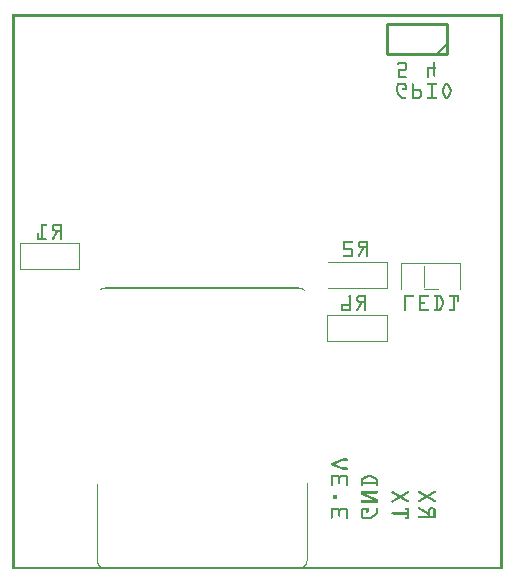
<source format=gbo>
G04 MADE WITH FRITZING*
G04 WWW.FRITZING.ORG*
G04 DOUBLE SIDED*
G04 HOLES PLATED*
G04 CONTOUR ON CENTER OF CONTOUR VECTOR*
%ASAXBY*%
%FSLAX23Y23*%
%MOIN*%
%OFA0B0*%
%SFA1.0B1.0*%
%ADD10C,0.010000*%
%ADD11C,0.005000*%
%ADD12R,0.001000X0.001000*%
%LNSILK0*%
G90*
G70*
G54D10*
X1449Y1716D02*
X1249Y1716D01*
D02*
X1249Y1716D02*
X1249Y1816D01*
D02*
X1249Y1816D02*
X1449Y1816D01*
D02*
X1449Y1816D02*
X1449Y1716D01*
G54D11*
D02*
X1414Y1716D02*
X1449Y1751D01*
G54D12*
X0Y1850D02*
X1634Y1850D01*
X0Y1849D02*
X1634Y1849D01*
X0Y1848D02*
X1634Y1848D01*
X0Y1847D02*
X1634Y1847D01*
X0Y1846D02*
X1634Y1846D01*
X0Y1845D02*
X1634Y1845D01*
X0Y1844D02*
X1634Y1844D01*
X0Y1843D02*
X1634Y1843D01*
X0Y1842D02*
X7Y1842D01*
X1627Y1842D02*
X1634Y1842D01*
X0Y1841D02*
X7Y1841D01*
X1627Y1841D02*
X1634Y1841D01*
X0Y1840D02*
X7Y1840D01*
X1627Y1840D02*
X1634Y1840D01*
X0Y1839D02*
X7Y1839D01*
X1627Y1839D02*
X1634Y1839D01*
X0Y1838D02*
X7Y1838D01*
X1627Y1838D02*
X1634Y1838D01*
X0Y1837D02*
X7Y1837D01*
X1627Y1837D02*
X1634Y1837D01*
X0Y1836D02*
X7Y1836D01*
X1627Y1836D02*
X1634Y1836D01*
X0Y1835D02*
X7Y1835D01*
X1627Y1835D02*
X1634Y1835D01*
X0Y1834D02*
X7Y1834D01*
X1627Y1834D02*
X1634Y1834D01*
X0Y1833D02*
X7Y1833D01*
X1627Y1833D02*
X1634Y1833D01*
X0Y1832D02*
X7Y1832D01*
X1627Y1832D02*
X1634Y1832D01*
X0Y1831D02*
X7Y1831D01*
X1627Y1831D02*
X1634Y1831D01*
X0Y1830D02*
X7Y1830D01*
X1627Y1830D02*
X1634Y1830D01*
X0Y1829D02*
X7Y1829D01*
X1627Y1829D02*
X1634Y1829D01*
X0Y1828D02*
X7Y1828D01*
X1627Y1828D02*
X1634Y1828D01*
X0Y1827D02*
X7Y1827D01*
X1627Y1827D02*
X1634Y1827D01*
X0Y1826D02*
X7Y1826D01*
X1627Y1826D02*
X1634Y1826D01*
X0Y1825D02*
X7Y1825D01*
X1627Y1825D02*
X1634Y1825D01*
X0Y1824D02*
X7Y1824D01*
X1627Y1824D02*
X1634Y1824D01*
X0Y1823D02*
X7Y1823D01*
X1627Y1823D02*
X1634Y1823D01*
X0Y1822D02*
X7Y1822D01*
X1627Y1822D02*
X1634Y1822D01*
X0Y1821D02*
X7Y1821D01*
X1627Y1821D02*
X1634Y1821D01*
X0Y1820D02*
X7Y1820D01*
X1627Y1820D02*
X1634Y1820D01*
X0Y1819D02*
X7Y1819D01*
X1627Y1819D02*
X1634Y1819D01*
X0Y1818D02*
X7Y1818D01*
X1627Y1818D02*
X1634Y1818D01*
X0Y1817D02*
X7Y1817D01*
X1627Y1817D02*
X1634Y1817D01*
X0Y1816D02*
X7Y1816D01*
X1627Y1816D02*
X1634Y1816D01*
X0Y1815D02*
X7Y1815D01*
X1627Y1815D02*
X1634Y1815D01*
X0Y1814D02*
X7Y1814D01*
X1627Y1814D02*
X1634Y1814D01*
X0Y1813D02*
X7Y1813D01*
X1627Y1813D02*
X1634Y1813D01*
X0Y1812D02*
X7Y1812D01*
X1627Y1812D02*
X1634Y1812D01*
X0Y1811D02*
X7Y1811D01*
X1627Y1811D02*
X1634Y1811D01*
X0Y1810D02*
X7Y1810D01*
X1627Y1810D02*
X1634Y1810D01*
X0Y1809D02*
X7Y1809D01*
X1627Y1809D02*
X1634Y1809D01*
X0Y1808D02*
X7Y1808D01*
X1627Y1808D02*
X1634Y1808D01*
X0Y1807D02*
X7Y1807D01*
X1627Y1807D02*
X1634Y1807D01*
X0Y1806D02*
X7Y1806D01*
X1627Y1806D02*
X1634Y1806D01*
X0Y1805D02*
X7Y1805D01*
X1627Y1805D02*
X1634Y1805D01*
X0Y1804D02*
X7Y1804D01*
X1627Y1804D02*
X1634Y1804D01*
X0Y1803D02*
X7Y1803D01*
X1627Y1803D02*
X1634Y1803D01*
X0Y1802D02*
X7Y1802D01*
X1627Y1802D02*
X1634Y1802D01*
X0Y1801D02*
X7Y1801D01*
X1627Y1801D02*
X1634Y1801D01*
X0Y1800D02*
X7Y1800D01*
X1627Y1800D02*
X1634Y1800D01*
X0Y1799D02*
X7Y1799D01*
X1627Y1799D02*
X1634Y1799D01*
X0Y1798D02*
X7Y1798D01*
X1627Y1798D02*
X1634Y1798D01*
X0Y1797D02*
X7Y1797D01*
X1627Y1797D02*
X1634Y1797D01*
X0Y1796D02*
X7Y1796D01*
X1627Y1796D02*
X1634Y1796D01*
X0Y1795D02*
X7Y1795D01*
X1627Y1795D02*
X1634Y1795D01*
X0Y1794D02*
X7Y1794D01*
X1627Y1794D02*
X1634Y1794D01*
X0Y1793D02*
X7Y1793D01*
X1627Y1793D02*
X1634Y1793D01*
X0Y1792D02*
X7Y1792D01*
X1627Y1792D02*
X1634Y1792D01*
X0Y1791D02*
X7Y1791D01*
X1627Y1791D02*
X1634Y1791D01*
X0Y1790D02*
X7Y1790D01*
X1627Y1790D02*
X1634Y1790D01*
X0Y1789D02*
X7Y1789D01*
X1627Y1789D02*
X1634Y1789D01*
X0Y1788D02*
X7Y1788D01*
X1627Y1788D02*
X1634Y1788D01*
X0Y1787D02*
X7Y1787D01*
X1627Y1787D02*
X1634Y1787D01*
X0Y1786D02*
X7Y1786D01*
X1627Y1786D02*
X1634Y1786D01*
X0Y1785D02*
X7Y1785D01*
X1627Y1785D02*
X1634Y1785D01*
X0Y1784D02*
X7Y1784D01*
X1627Y1784D02*
X1634Y1784D01*
X0Y1783D02*
X7Y1783D01*
X1627Y1783D02*
X1634Y1783D01*
X0Y1782D02*
X7Y1782D01*
X1627Y1782D02*
X1634Y1782D01*
X0Y1781D02*
X7Y1781D01*
X1627Y1781D02*
X1634Y1781D01*
X0Y1780D02*
X7Y1780D01*
X1627Y1780D02*
X1634Y1780D01*
X0Y1779D02*
X7Y1779D01*
X1627Y1779D02*
X1634Y1779D01*
X0Y1778D02*
X7Y1778D01*
X1627Y1778D02*
X1634Y1778D01*
X0Y1777D02*
X7Y1777D01*
X1627Y1777D02*
X1634Y1777D01*
X0Y1776D02*
X7Y1776D01*
X1627Y1776D02*
X1634Y1776D01*
X0Y1775D02*
X7Y1775D01*
X1627Y1775D02*
X1634Y1775D01*
X0Y1774D02*
X7Y1774D01*
X1627Y1774D02*
X1634Y1774D01*
X0Y1773D02*
X7Y1773D01*
X1627Y1773D02*
X1634Y1773D01*
X0Y1772D02*
X7Y1772D01*
X1627Y1772D02*
X1634Y1772D01*
X0Y1771D02*
X7Y1771D01*
X1627Y1771D02*
X1634Y1771D01*
X0Y1770D02*
X7Y1770D01*
X1627Y1770D02*
X1634Y1770D01*
X0Y1769D02*
X7Y1769D01*
X1627Y1769D02*
X1634Y1769D01*
X0Y1768D02*
X7Y1768D01*
X1627Y1768D02*
X1634Y1768D01*
X0Y1767D02*
X7Y1767D01*
X1627Y1767D02*
X1634Y1767D01*
X0Y1766D02*
X7Y1766D01*
X1627Y1766D02*
X1634Y1766D01*
X0Y1765D02*
X7Y1765D01*
X1627Y1765D02*
X1634Y1765D01*
X0Y1764D02*
X7Y1764D01*
X1627Y1764D02*
X1634Y1764D01*
X0Y1763D02*
X7Y1763D01*
X1627Y1763D02*
X1634Y1763D01*
X0Y1762D02*
X7Y1762D01*
X1627Y1762D02*
X1634Y1762D01*
X0Y1761D02*
X7Y1761D01*
X1627Y1761D02*
X1634Y1761D01*
X0Y1760D02*
X7Y1760D01*
X1627Y1760D02*
X1634Y1760D01*
X0Y1759D02*
X7Y1759D01*
X1627Y1759D02*
X1634Y1759D01*
X0Y1758D02*
X7Y1758D01*
X1627Y1758D02*
X1634Y1758D01*
X0Y1757D02*
X7Y1757D01*
X1627Y1757D02*
X1634Y1757D01*
X0Y1756D02*
X7Y1756D01*
X1627Y1756D02*
X1634Y1756D01*
X0Y1755D02*
X7Y1755D01*
X1627Y1755D02*
X1634Y1755D01*
X0Y1754D02*
X7Y1754D01*
X1627Y1754D02*
X1634Y1754D01*
X0Y1753D02*
X7Y1753D01*
X1627Y1753D02*
X1634Y1753D01*
X0Y1752D02*
X7Y1752D01*
X1627Y1752D02*
X1634Y1752D01*
X0Y1751D02*
X7Y1751D01*
X1627Y1751D02*
X1634Y1751D01*
X0Y1750D02*
X7Y1750D01*
X1627Y1750D02*
X1634Y1750D01*
X0Y1749D02*
X7Y1749D01*
X1627Y1749D02*
X1634Y1749D01*
X0Y1748D02*
X7Y1748D01*
X1627Y1748D02*
X1634Y1748D01*
X0Y1747D02*
X7Y1747D01*
X1627Y1747D02*
X1634Y1747D01*
X0Y1746D02*
X7Y1746D01*
X1627Y1746D02*
X1634Y1746D01*
X0Y1745D02*
X7Y1745D01*
X1627Y1745D02*
X1634Y1745D01*
X0Y1744D02*
X7Y1744D01*
X1627Y1744D02*
X1634Y1744D01*
X0Y1743D02*
X7Y1743D01*
X1627Y1743D02*
X1634Y1743D01*
X0Y1742D02*
X7Y1742D01*
X1627Y1742D02*
X1634Y1742D01*
X0Y1741D02*
X7Y1741D01*
X1627Y1741D02*
X1634Y1741D01*
X0Y1740D02*
X7Y1740D01*
X1627Y1740D02*
X1634Y1740D01*
X0Y1739D02*
X7Y1739D01*
X1627Y1739D02*
X1634Y1739D01*
X0Y1738D02*
X7Y1738D01*
X1627Y1738D02*
X1634Y1738D01*
X0Y1737D02*
X7Y1737D01*
X1627Y1737D02*
X1634Y1737D01*
X0Y1736D02*
X7Y1736D01*
X1627Y1736D02*
X1634Y1736D01*
X0Y1735D02*
X7Y1735D01*
X1627Y1735D02*
X1634Y1735D01*
X0Y1734D02*
X7Y1734D01*
X1627Y1734D02*
X1634Y1734D01*
X0Y1733D02*
X7Y1733D01*
X1627Y1733D02*
X1634Y1733D01*
X0Y1732D02*
X7Y1732D01*
X1627Y1732D02*
X1634Y1732D01*
X0Y1731D02*
X7Y1731D01*
X1627Y1731D02*
X1634Y1731D01*
X0Y1730D02*
X7Y1730D01*
X1627Y1730D02*
X1634Y1730D01*
X0Y1729D02*
X7Y1729D01*
X1627Y1729D02*
X1634Y1729D01*
X0Y1728D02*
X7Y1728D01*
X1627Y1728D02*
X1634Y1728D01*
X0Y1727D02*
X7Y1727D01*
X1627Y1727D02*
X1634Y1727D01*
X0Y1726D02*
X7Y1726D01*
X1627Y1726D02*
X1634Y1726D01*
X0Y1725D02*
X7Y1725D01*
X1627Y1725D02*
X1634Y1725D01*
X0Y1724D02*
X7Y1724D01*
X1627Y1724D02*
X1634Y1724D01*
X0Y1723D02*
X7Y1723D01*
X1627Y1723D02*
X1634Y1723D01*
X0Y1722D02*
X7Y1722D01*
X1627Y1722D02*
X1634Y1722D01*
X0Y1721D02*
X7Y1721D01*
X1627Y1721D02*
X1634Y1721D01*
X0Y1720D02*
X7Y1720D01*
X1627Y1720D02*
X1634Y1720D01*
X0Y1719D02*
X7Y1719D01*
X1627Y1719D02*
X1634Y1719D01*
X0Y1718D02*
X7Y1718D01*
X1627Y1718D02*
X1634Y1718D01*
X0Y1717D02*
X7Y1717D01*
X1627Y1717D02*
X1634Y1717D01*
X0Y1716D02*
X7Y1716D01*
X1627Y1716D02*
X1634Y1716D01*
X0Y1715D02*
X7Y1715D01*
X1627Y1715D02*
X1634Y1715D01*
X0Y1714D02*
X7Y1714D01*
X1627Y1714D02*
X1634Y1714D01*
X0Y1713D02*
X7Y1713D01*
X1627Y1713D02*
X1634Y1713D01*
X0Y1712D02*
X7Y1712D01*
X1627Y1712D02*
X1634Y1712D01*
X0Y1711D02*
X7Y1711D01*
X1627Y1711D02*
X1634Y1711D01*
X0Y1710D02*
X7Y1710D01*
X1627Y1710D02*
X1634Y1710D01*
X0Y1709D02*
X7Y1709D01*
X1627Y1709D02*
X1634Y1709D01*
X0Y1708D02*
X7Y1708D01*
X1627Y1708D02*
X1634Y1708D01*
X0Y1707D02*
X7Y1707D01*
X1627Y1707D02*
X1634Y1707D01*
X0Y1706D02*
X7Y1706D01*
X1627Y1706D02*
X1634Y1706D01*
X0Y1705D02*
X7Y1705D01*
X1627Y1705D02*
X1634Y1705D01*
X0Y1704D02*
X7Y1704D01*
X1627Y1704D02*
X1634Y1704D01*
X0Y1703D02*
X7Y1703D01*
X1627Y1703D02*
X1634Y1703D01*
X0Y1702D02*
X7Y1702D01*
X1627Y1702D02*
X1634Y1702D01*
X0Y1701D02*
X7Y1701D01*
X1627Y1701D02*
X1634Y1701D01*
X0Y1700D02*
X7Y1700D01*
X1627Y1700D02*
X1634Y1700D01*
X0Y1699D02*
X7Y1699D01*
X1627Y1699D02*
X1634Y1699D01*
X0Y1698D02*
X7Y1698D01*
X1627Y1698D02*
X1634Y1698D01*
X0Y1697D02*
X7Y1697D01*
X1627Y1697D02*
X1634Y1697D01*
X0Y1696D02*
X7Y1696D01*
X1627Y1696D02*
X1634Y1696D01*
X0Y1695D02*
X7Y1695D01*
X1627Y1695D02*
X1634Y1695D01*
X0Y1694D02*
X7Y1694D01*
X1627Y1694D02*
X1634Y1694D01*
X0Y1693D02*
X7Y1693D01*
X1627Y1693D02*
X1634Y1693D01*
X0Y1692D02*
X7Y1692D01*
X1627Y1692D02*
X1634Y1692D01*
X0Y1691D02*
X7Y1691D01*
X1292Y1691D02*
X1307Y1691D01*
X1627Y1691D02*
X1634Y1691D01*
X0Y1690D02*
X7Y1690D01*
X1287Y1690D02*
X1310Y1690D01*
X1404Y1690D02*
X1408Y1690D01*
X1627Y1690D02*
X1634Y1690D01*
X0Y1689D02*
X7Y1689D01*
X1285Y1689D02*
X1312Y1689D01*
X1404Y1689D02*
X1409Y1689D01*
X1627Y1689D02*
X1634Y1689D01*
X0Y1688D02*
X7Y1688D01*
X1283Y1688D02*
X1313Y1688D01*
X1403Y1688D02*
X1409Y1688D01*
X1627Y1688D02*
X1634Y1688D01*
X0Y1687D02*
X7Y1687D01*
X1281Y1687D02*
X1313Y1687D01*
X1403Y1687D02*
X1409Y1687D01*
X1627Y1687D02*
X1634Y1687D01*
X0Y1686D02*
X7Y1686D01*
X1281Y1686D02*
X1314Y1686D01*
X1403Y1686D02*
X1409Y1686D01*
X1627Y1686D02*
X1634Y1686D01*
X0Y1685D02*
X7Y1685D01*
X1280Y1685D02*
X1314Y1685D01*
X1403Y1685D02*
X1409Y1685D01*
X1627Y1685D02*
X1634Y1685D01*
X0Y1684D02*
X7Y1684D01*
X1280Y1684D02*
X1314Y1684D01*
X1403Y1684D02*
X1409Y1684D01*
X1627Y1684D02*
X1634Y1684D01*
X0Y1683D02*
X7Y1683D01*
X1281Y1683D02*
X1288Y1683D01*
X1308Y1683D02*
X1314Y1683D01*
X1403Y1683D02*
X1409Y1683D01*
X1627Y1683D02*
X1634Y1683D01*
X0Y1682D02*
X7Y1682D01*
X1282Y1682D02*
X1286Y1682D01*
X1308Y1682D02*
X1314Y1682D01*
X1403Y1682D02*
X1409Y1682D01*
X1627Y1682D02*
X1634Y1682D01*
X0Y1681D02*
X7Y1681D01*
X1308Y1681D02*
X1314Y1681D01*
X1403Y1681D02*
X1409Y1681D01*
X1627Y1681D02*
X1634Y1681D01*
X0Y1680D02*
X7Y1680D01*
X1308Y1680D02*
X1314Y1680D01*
X1403Y1680D02*
X1409Y1680D01*
X1627Y1680D02*
X1634Y1680D01*
X0Y1679D02*
X7Y1679D01*
X1308Y1679D02*
X1314Y1679D01*
X1403Y1679D02*
X1409Y1679D01*
X1627Y1679D02*
X1634Y1679D01*
X0Y1678D02*
X7Y1678D01*
X1308Y1678D02*
X1314Y1678D01*
X1403Y1678D02*
X1409Y1678D01*
X1627Y1678D02*
X1634Y1678D01*
X0Y1677D02*
X7Y1677D01*
X1308Y1677D02*
X1314Y1677D01*
X1403Y1677D02*
X1409Y1677D01*
X1627Y1677D02*
X1634Y1677D01*
X0Y1676D02*
X7Y1676D01*
X1308Y1676D02*
X1314Y1676D01*
X1403Y1676D02*
X1409Y1676D01*
X1627Y1676D02*
X1634Y1676D01*
X0Y1675D02*
X7Y1675D01*
X1308Y1675D02*
X1314Y1675D01*
X1403Y1675D02*
X1409Y1675D01*
X1627Y1675D02*
X1634Y1675D01*
X0Y1674D02*
X7Y1674D01*
X1308Y1674D02*
X1314Y1674D01*
X1403Y1674D02*
X1409Y1674D01*
X1627Y1674D02*
X1634Y1674D01*
X0Y1673D02*
X7Y1673D01*
X1308Y1673D02*
X1314Y1673D01*
X1383Y1673D02*
X1411Y1673D01*
X1627Y1673D02*
X1634Y1673D01*
X0Y1672D02*
X7Y1672D01*
X1308Y1672D02*
X1314Y1672D01*
X1382Y1672D02*
X1412Y1672D01*
X1627Y1672D02*
X1634Y1672D01*
X0Y1671D02*
X7Y1671D01*
X1308Y1671D02*
X1314Y1671D01*
X1382Y1671D02*
X1412Y1671D01*
X1627Y1671D02*
X1634Y1671D01*
X0Y1670D02*
X7Y1670D01*
X1308Y1670D02*
X1314Y1670D01*
X1382Y1670D02*
X1413Y1670D01*
X1627Y1670D02*
X1634Y1670D01*
X0Y1669D02*
X7Y1669D01*
X1308Y1669D02*
X1314Y1669D01*
X1382Y1669D02*
X1412Y1669D01*
X1627Y1669D02*
X1634Y1669D01*
X0Y1668D02*
X7Y1668D01*
X1308Y1668D02*
X1314Y1668D01*
X1382Y1668D02*
X1412Y1668D01*
X1627Y1668D02*
X1634Y1668D01*
X0Y1667D02*
X7Y1667D01*
X1287Y1667D02*
X1314Y1667D01*
X1382Y1667D02*
X1411Y1667D01*
X1627Y1667D02*
X1634Y1667D01*
X0Y1666D02*
X7Y1666D01*
X1287Y1666D02*
X1314Y1666D01*
X1382Y1666D02*
X1389Y1666D01*
X1403Y1666D02*
X1409Y1666D01*
X1627Y1666D02*
X1634Y1666D01*
X0Y1665D02*
X7Y1665D01*
X1287Y1665D02*
X1313Y1665D01*
X1382Y1665D02*
X1388Y1665D01*
X1403Y1665D02*
X1409Y1665D01*
X1627Y1665D02*
X1634Y1665D01*
X0Y1664D02*
X7Y1664D01*
X1287Y1664D02*
X1313Y1664D01*
X1382Y1664D02*
X1388Y1664D01*
X1403Y1664D02*
X1409Y1664D01*
X1627Y1664D02*
X1634Y1664D01*
X0Y1663D02*
X7Y1663D01*
X1287Y1663D02*
X1312Y1663D01*
X1382Y1663D02*
X1388Y1663D01*
X1403Y1663D02*
X1409Y1663D01*
X1627Y1663D02*
X1634Y1663D01*
X0Y1662D02*
X7Y1662D01*
X1287Y1662D02*
X1311Y1662D01*
X1382Y1662D02*
X1388Y1662D01*
X1403Y1662D02*
X1409Y1662D01*
X1627Y1662D02*
X1634Y1662D01*
X0Y1661D02*
X7Y1661D01*
X1287Y1661D02*
X1310Y1661D01*
X1382Y1661D02*
X1388Y1661D01*
X1403Y1661D02*
X1409Y1661D01*
X1627Y1661D02*
X1634Y1661D01*
X0Y1660D02*
X7Y1660D01*
X1287Y1660D02*
X1293Y1660D01*
X1382Y1660D02*
X1388Y1660D01*
X1403Y1660D02*
X1409Y1660D01*
X1627Y1660D02*
X1634Y1660D01*
X0Y1659D02*
X7Y1659D01*
X1287Y1659D02*
X1293Y1659D01*
X1382Y1659D02*
X1388Y1659D01*
X1403Y1659D02*
X1409Y1659D01*
X1627Y1659D02*
X1634Y1659D01*
X0Y1658D02*
X7Y1658D01*
X1287Y1658D02*
X1293Y1658D01*
X1382Y1658D02*
X1388Y1658D01*
X1403Y1658D02*
X1409Y1658D01*
X1627Y1658D02*
X1634Y1658D01*
X0Y1657D02*
X7Y1657D01*
X1287Y1657D02*
X1293Y1657D01*
X1382Y1657D02*
X1388Y1657D01*
X1403Y1657D02*
X1409Y1657D01*
X1627Y1657D02*
X1634Y1657D01*
X0Y1656D02*
X7Y1656D01*
X1287Y1656D02*
X1293Y1656D01*
X1382Y1656D02*
X1388Y1656D01*
X1403Y1656D02*
X1409Y1656D01*
X1627Y1656D02*
X1634Y1656D01*
X0Y1655D02*
X7Y1655D01*
X1287Y1655D02*
X1293Y1655D01*
X1382Y1655D02*
X1388Y1655D01*
X1403Y1655D02*
X1409Y1655D01*
X1627Y1655D02*
X1634Y1655D01*
X0Y1654D02*
X7Y1654D01*
X1287Y1654D02*
X1293Y1654D01*
X1382Y1654D02*
X1388Y1654D01*
X1403Y1654D02*
X1409Y1654D01*
X1627Y1654D02*
X1634Y1654D01*
X0Y1653D02*
X7Y1653D01*
X1287Y1653D02*
X1293Y1653D01*
X1382Y1653D02*
X1388Y1653D01*
X1403Y1653D02*
X1409Y1653D01*
X1627Y1653D02*
X1634Y1653D01*
X0Y1652D02*
X7Y1652D01*
X1287Y1652D02*
X1293Y1652D01*
X1382Y1652D02*
X1388Y1652D01*
X1403Y1652D02*
X1409Y1652D01*
X1627Y1652D02*
X1634Y1652D01*
X0Y1651D02*
X7Y1651D01*
X1287Y1651D02*
X1293Y1651D01*
X1382Y1651D02*
X1388Y1651D01*
X1403Y1651D02*
X1409Y1651D01*
X1627Y1651D02*
X1634Y1651D01*
X0Y1650D02*
X7Y1650D01*
X1287Y1650D02*
X1293Y1650D01*
X1382Y1650D02*
X1388Y1650D01*
X1403Y1650D02*
X1409Y1650D01*
X1627Y1650D02*
X1634Y1650D01*
X0Y1649D02*
X7Y1649D01*
X1287Y1649D02*
X1293Y1649D01*
X1382Y1649D02*
X1388Y1649D01*
X1403Y1649D02*
X1409Y1649D01*
X1627Y1649D02*
X1634Y1649D01*
X0Y1648D02*
X7Y1648D01*
X1287Y1648D02*
X1293Y1648D01*
X1382Y1648D02*
X1388Y1648D01*
X1403Y1648D02*
X1409Y1648D01*
X1627Y1648D02*
X1634Y1648D01*
X0Y1647D02*
X7Y1647D01*
X1287Y1647D02*
X1293Y1647D01*
X1382Y1647D02*
X1388Y1647D01*
X1403Y1647D02*
X1409Y1647D01*
X1627Y1647D02*
X1634Y1647D01*
X0Y1646D02*
X7Y1646D01*
X1287Y1646D02*
X1293Y1646D01*
X1382Y1646D02*
X1388Y1646D01*
X1403Y1646D02*
X1409Y1646D01*
X1627Y1646D02*
X1634Y1646D01*
X0Y1645D02*
X7Y1645D01*
X1287Y1645D02*
X1293Y1645D01*
X1382Y1645D02*
X1388Y1645D01*
X1403Y1645D02*
X1409Y1645D01*
X1627Y1645D02*
X1634Y1645D01*
X0Y1644D02*
X7Y1644D01*
X1287Y1644D02*
X1294Y1644D01*
X1382Y1644D02*
X1388Y1644D01*
X1404Y1644D02*
X1408Y1644D01*
X1627Y1644D02*
X1634Y1644D01*
X0Y1643D02*
X7Y1643D01*
X1287Y1643D02*
X1313Y1643D01*
X1382Y1643D02*
X1388Y1643D01*
X1406Y1643D02*
X1407Y1643D01*
X1627Y1643D02*
X1634Y1643D01*
X0Y1642D02*
X7Y1642D01*
X1287Y1642D02*
X1313Y1642D01*
X1382Y1642D02*
X1388Y1642D01*
X1627Y1642D02*
X1634Y1642D01*
X0Y1641D02*
X7Y1641D01*
X1287Y1641D02*
X1314Y1641D01*
X1382Y1641D02*
X1388Y1641D01*
X1627Y1641D02*
X1634Y1641D01*
X0Y1640D02*
X7Y1640D01*
X1287Y1640D02*
X1314Y1640D01*
X1383Y1640D02*
X1388Y1640D01*
X1627Y1640D02*
X1634Y1640D01*
X0Y1639D02*
X7Y1639D01*
X1287Y1639D02*
X1314Y1639D01*
X1383Y1639D02*
X1388Y1639D01*
X1627Y1639D02*
X1634Y1639D01*
X0Y1638D02*
X7Y1638D01*
X1287Y1638D02*
X1313Y1638D01*
X1383Y1638D02*
X1387Y1638D01*
X1627Y1638D02*
X1634Y1638D01*
X0Y1637D02*
X7Y1637D01*
X1288Y1637D02*
X1311Y1637D01*
X1385Y1637D02*
X1386Y1637D01*
X1627Y1637D02*
X1634Y1637D01*
X0Y1636D02*
X7Y1636D01*
X1627Y1636D02*
X1634Y1636D01*
X0Y1635D02*
X7Y1635D01*
X1627Y1635D02*
X1634Y1635D01*
X0Y1634D02*
X7Y1634D01*
X1627Y1634D02*
X1634Y1634D01*
X0Y1633D02*
X7Y1633D01*
X1627Y1633D02*
X1634Y1633D01*
X0Y1632D02*
X7Y1632D01*
X1627Y1632D02*
X1634Y1632D01*
X0Y1631D02*
X7Y1631D01*
X1627Y1631D02*
X1634Y1631D01*
X0Y1630D02*
X7Y1630D01*
X1627Y1630D02*
X1634Y1630D01*
X0Y1629D02*
X7Y1629D01*
X1627Y1629D02*
X1634Y1629D01*
X0Y1628D02*
X7Y1628D01*
X1627Y1628D02*
X1634Y1628D01*
X0Y1627D02*
X7Y1627D01*
X1627Y1627D02*
X1634Y1627D01*
X0Y1626D02*
X7Y1626D01*
X1627Y1626D02*
X1634Y1626D01*
X0Y1625D02*
X7Y1625D01*
X1627Y1625D02*
X1634Y1625D01*
X0Y1624D02*
X7Y1624D01*
X1627Y1624D02*
X1634Y1624D01*
X0Y1623D02*
X7Y1623D01*
X1627Y1623D02*
X1634Y1623D01*
X0Y1622D02*
X7Y1622D01*
X1627Y1622D02*
X1634Y1622D01*
X0Y1621D02*
X7Y1621D01*
X1287Y1621D02*
X1307Y1621D01*
X1332Y1621D02*
X1335Y1621D01*
X1382Y1621D02*
X1413Y1621D01*
X1445Y1621D02*
X1450Y1621D01*
X1627Y1621D02*
X1634Y1621D01*
X0Y1620D02*
X7Y1620D01*
X1285Y1620D02*
X1309Y1620D01*
X1331Y1620D02*
X1336Y1620D01*
X1381Y1620D02*
X1414Y1620D01*
X1443Y1620D02*
X1452Y1620D01*
X1627Y1620D02*
X1634Y1620D01*
X0Y1619D02*
X7Y1619D01*
X1284Y1619D02*
X1310Y1619D01*
X1331Y1619D02*
X1336Y1619D01*
X1381Y1619D02*
X1414Y1619D01*
X1442Y1619D02*
X1453Y1619D01*
X1627Y1619D02*
X1634Y1619D01*
X0Y1618D02*
X7Y1618D01*
X1283Y1618D02*
X1311Y1618D01*
X1331Y1618D02*
X1337Y1618D01*
X1381Y1618D02*
X1414Y1618D01*
X1441Y1618D02*
X1454Y1618D01*
X1627Y1618D02*
X1634Y1618D01*
X0Y1617D02*
X7Y1617D01*
X1282Y1617D02*
X1312Y1617D01*
X1331Y1617D02*
X1337Y1617D01*
X1381Y1617D02*
X1414Y1617D01*
X1440Y1617D02*
X1455Y1617D01*
X1627Y1617D02*
X1634Y1617D01*
X0Y1616D02*
X7Y1616D01*
X1282Y1616D02*
X1313Y1616D01*
X1331Y1616D02*
X1337Y1616D01*
X1382Y1616D02*
X1414Y1616D01*
X1440Y1616D02*
X1456Y1616D01*
X1627Y1616D02*
X1634Y1616D01*
X0Y1615D02*
X7Y1615D01*
X1281Y1615D02*
X1313Y1615D01*
X1331Y1615D02*
X1337Y1615D01*
X1383Y1615D02*
X1412Y1615D01*
X1439Y1615D02*
X1456Y1615D01*
X1627Y1615D02*
X1634Y1615D01*
X0Y1614D02*
X7Y1614D01*
X1281Y1614D02*
X1288Y1614D01*
X1306Y1614D02*
X1313Y1614D01*
X1331Y1614D02*
X1337Y1614D01*
X1395Y1614D02*
X1401Y1614D01*
X1439Y1614D02*
X1446Y1614D01*
X1450Y1614D02*
X1457Y1614D01*
X1627Y1614D02*
X1634Y1614D01*
X0Y1613D02*
X7Y1613D01*
X1281Y1613D02*
X1287Y1613D01*
X1307Y1613D02*
X1314Y1613D01*
X1331Y1613D02*
X1337Y1613D01*
X1395Y1613D02*
X1401Y1613D01*
X1438Y1613D02*
X1445Y1613D01*
X1450Y1613D02*
X1457Y1613D01*
X1627Y1613D02*
X1634Y1613D01*
X0Y1612D02*
X7Y1612D01*
X1280Y1612D02*
X1287Y1612D01*
X1308Y1612D02*
X1314Y1612D01*
X1331Y1612D02*
X1337Y1612D01*
X1395Y1612D02*
X1401Y1612D01*
X1438Y1612D02*
X1445Y1612D01*
X1451Y1612D02*
X1458Y1612D01*
X1627Y1612D02*
X1634Y1612D01*
X0Y1611D02*
X7Y1611D01*
X1280Y1611D02*
X1286Y1611D01*
X1308Y1611D02*
X1314Y1611D01*
X1331Y1611D02*
X1337Y1611D01*
X1395Y1611D02*
X1401Y1611D01*
X1437Y1611D02*
X1444Y1611D01*
X1451Y1611D02*
X1458Y1611D01*
X1627Y1611D02*
X1634Y1611D01*
X0Y1610D02*
X7Y1610D01*
X1280Y1610D02*
X1286Y1610D01*
X1308Y1610D02*
X1314Y1610D01*
X1331Y1610D02*
X1337Y1610D01*
X1395Y1610D02*
X1401Y1610D01*
X1437Y1610D02*
X1444Y1610D01*
X1452Y1610D02*
X1459Y1610D01*
X1627Y1610D02*
X1634Y1610D01*
X0Y1609D02*
X7Y1609D01*
X1280Y1609D02*
X1286Y1609D01*
X1308Y1609D02*
X1314Y1609D01*
X1331Y1609D02*
X1337Y1609D01*
X1395Y1609D02*
X1401Y1609D01*
X1436Y1609D02*
X1443Y1609D01*
X1452Y1609D02*
X1459Y1609D01*
X1627Y1609D02*
X1634Y1609D01*
X0Y1608D02*
X7Y1608D01*
X1280Y1608D02*
X1286Y1608D01*
X1308Y1608D02*
X1314Y1608D01*
X1331Y1608D02*
X1337Y1608D01*
X1395Y1608D02*
X1401Y1608D01*
X1436Y1608D02*
X1443Y1608D01*
X1453Y1608D02*
X1460Y1608D01*
X1627Y1608D02*
X1634Y1608D01*
X0Y1607D02*
X7Y1607D01*
X1280Y1607D02*
X1286Y1607D01*
X1308Y1607D02*
X1314Y1607D01*
X1331Y1607D02*
X1337Y1607D01*
X1395Y1607D02*
X1401Y1607D01*
X1435Y1607D02*
X1442Y1607D01*
X1453Y1607D02*
X1460Y1607D01*
X1627Y1607D02*
X1634Y1607D01*
X0Y1606D02*
X7Y1606D01*
X1280Y1606D02*
X1286Y1606D01*
X1308Y1606D02*
X1314Y1606D01*
X1331Y1606D02*
X1337Y1606D01*
X1395Y1606D02*
X1401Y1606D01*
X1435Y1606D02*
X1442Y1606D01*
X1454Y1606D02*
X1461Y1606D01*
X1627Y1606D02*
X1634Y1606D01*
X0Y1605D02*
X7Y1605D01*
X1280Y1605D02*
X1286Y1605D01*
X1308Y1605D02*
X1314Y1605D01*
X1331Y1605D02*
X1337Y1605D01*
X1395Y1605D02*
X1401Y1605D01*
X1434Y1605D02*
X1441Y1605D01*
X1454Y1605D02*
X1461Y1605D01*
X1627Y1605D02*
X1634Y1605D01*
X0Y1604D02*
X7Y1604D01*
X1280Y1604D02*
X1286Y1604D01*
X1308Y1604D02*
X1314Y1604D01*
X1331Y1604D02*
X1337Y1604D01*
X1395Y1604D02*
X1401Y1604D01*
X1434Y1604D02*
X1441Y1604D01*
X1455Y1604D02*
X1462Y1604D01*
X1627Y1604D02*
X1634Y1604D01*
X0Y1603D02*
X7Y1603D01*
X1280Y1603D02*
X1286Y1603D01*
X1299Y1603D02*
X1314Y1603D01*
X1331Y1603D02*
X1337Y1603D01*
X1395Y1603D02*
X1401Y1603D01*
X1433Y1603D02*
X1440Y1603D01*
X1455Y1603D02*
X1462Y1603D01*
X1627Y1603D02*
X1634Y1603D01*
X0Y1602D02*
X7Y1602D01*
X1280Y1602D02*
X1286Y1602D01*
X1298Y1602D02*
X1314Y1602D01*
X1331Y1602D02*
X1337Y1602D01*
X1395Y1602D02*
X1401Y1602D01*
X1433Y1602D02*
X1440Y1602D01*
X1456Y1602D02*
X1463Y1602D01*
X1627Y1602D02*
X1634Y1602D01*
X0Y1601D02*
X7Y1601D01*
X1280Y1601D02*
X1286Y1601D01*
X1298Y1601D02*
X1314Y1601D01*
X1331Y1601D02*
X1337Y1601D01*
X1395Y1601D02*
X1401Y1601D01*
X1432Y1601D02*
X1439Y1601D01*
X1456Y1601D02*
X1463Y1601D01*
X1627Y1601D02*
X1634Y1601D01*
X0Y1600D02*
X7Y1600D01*
X1280Y1600D02*
X1286Y1600D01*
X1298Y1600D02*
X1314Y1600D01*
X1331Y1600D02*
X1358Y1600D01*
X1395Y1600D02*
X1401Y1600D01*
X1432Y1600D02*
X1439Y1600D01*
X1457Y1600D02*
X1463Y1600D01*
X1627Y1600D02*
X1634Y1600D01*
X0Y1599D02*
X7Y1599D01*
X1280Y1599D02*
X1286Y1599D01*
X1298Y1599D02*
X1314Y1599D01*
X1331Y1599D02*
X1360Y1599D01*
X1395Y1599D02*
X1401Y1599D01*
X1432Y1599D02*
X1438Y1599D01*
X1457Y1599D02*
X1464Y1599D01*
X1627Y1599D02*
X1634Y1599D01*
X0Y1598D02*
X7Y1598D01*
X1280Y1598D02*
X1286Y1598D01*
X1299Y1598D02*
X1314Y1598D01*
X1331Y1598D02*
X1361Y1598D01*
X1395Y1598D02*
X1401Y1598D01*
X1431Y1598D02*
X1438Y1598D01*
X1458Y1598D02*
X1464Y1598D01*
X1627Y1598D02*
X1634Y1598D01*
X0Y1597D02*
X7Y1597D01*
X1280Y1597D02*
X1286Y1597D01*
X1300Y1597D02*
X1314Y1597D01*
X1331Y1597D02*
X1362Y1597D01*
X1395Y1597D02*
X1401Y1597D01*
X1431Y1597D02*
X1437Y1597D01*
X1458Y1597D02*
X1464Y1597D01*
X1627Y1597D02*
X1634Y1597D01*
X0Y1596D02*
X7Y1596D01*
X1280Y1596D02*
X1286Y1596D01*
X1331Y1596D02*
X1363Y1596D01*
X1395Y1596D02*
X1401Y1596D01*
X1431Y1596D02*
X1437Y1596D01*
X1458Y1596D02*
X1464Y1596D01*
X1627Y1596D02*
X1634Y1596D01*
X0Y1595D02*
X7Y1595D01*
X1280Y1595D02*
X1286Y1595D01*
X1331Y1595D02*
X1363Y1595D01*
X1395Y1595D02*
X1401Y1595D01*
X1431Y1595D02*
X1437Y1595D01*
X1458Y1595D02*
X1465Y1595D01*
X1627Y1595D02*
X1634Y1595D01*
X0Y1594D02*
X7Y1594D01*
X1280Y1594D02*
X1286Y1594D01*
X1331Y1594D02*
X1364Y1594D01*
X1395Y1594D02*
X1401Y1594D01*
X1431Y1594D02*
X1437Y1594D01*
X1458Y1594D02*
X1465Y1594D01*
X1627Y1594D02*
X1634Y1594D01*
X0Y1593D02*
X7Y1593D01*
X1280Y1593D02*
X1286Y1593D01*
X1331Y1593D02*
X1337Y1593D01*
X1357Y1593D02*
X1364Y1593D01*
X1395Y1593D02*
X1401Y1593D01*
X1431Y1593D02*
X1437Y1593D01*
X1458Y1593D02*
X1464Y1593D01*
X1627Y1593D02*
X1634Y1593D01*
X0Y1592D02*
X7Y1592D01*
X1280Y1592D02*
X1286Y1592D01*
X1331Y1592D02*
X1337Y1592D01*
X1358Y1592D02*
X1364Y1592D01*
X1395Y1592D02*
X1401Y1592D01*
X1431Y1592D02*
X1437Y1592D01*
X1458Y1592D02*
X1464Y1592D01*
X1627Y1592D02*
X1634Y1592D01*
X0Y1591D02*
X7Y1591D01*
X1280Y1591D02*
X1287Y1591D01*
X1331Y1591D02*
X1337Y1591D01*
X1358Y1591D02*
X1364Y1591D01*
X1395Y1591D02*
X1401Y1591D01*
X1431Y1591D02*
X1438Y1591D01*
X1458Y1591D02*
X1464Y1591D01*
X1627Y1591D02*
X1634Y1591D01*
X0Y1590D02*
X7Y1590D01*
X1281Y1590D02*
X1287Y1590D01*
X1331Y1590D02*
X1337Y1590D01*
X1358Y1590D02*
X1364Y1590D01*
X1395Y1590D02*
X1401Y1590D01*
X1432Y1590D02*
X1438Y1590D01*
X1457Y1590D02*
X1464Y1590D01*
X1627Y1590D02*
X1634Y1590D01*
X0Y1589D02*
X7Y1589D01*
X1281Y1589D02*
X1287Y1589D01*
X1331Y1589D02*
X1337Y1589D01*
X1358Y1589D02*
X1364Y1589D01*
X1395Y1589D02*
X1401Y1589D01*
X1432Y1589D02*
X1439Y1589D01*
X1457Y1589D02*
X1463Y1589D01*
X1627Y1589D02*
X1634Y1589D01*
X0Y1588D02*
X7Y1588D01*
X1281Y1588D02*
X1288Y1588D01*
X1331Y1588D02*
X1337Y1588D01*
X1358Y1588D02*
X1364Y1588D01*
X1395Y1588D02*
X1401Y1588D01*
X1432Y1588D02*
X1439Y1588D01*
X1456Y1588D02*
X1463Y1588D01*
X1627Y1588D02*
X1634Y1588D01*
X0Y1587D02*
X7Y1587D01*
X1281Y1587D02*
X1289Y1587D01*
X1331Y1587D02*
X1337Y1587D01*
X1358Y1587D02*
X1364Y1587D01*
X1395Y1587D02*
X1401Y1587D01*
X1433Y1587D02*
X1440Y1587D01*
X1456Y1587D02*
X1463Y1587D01*
X1627Y1587D02*
X1634Y1587D01*
X0Y1586D02*
X7Y1586D01*
X1282Y1586D02*
X1289Y1586D01*
X1331Y1586D02*
X1337Y1586D01*
X1358Y1586D02*
X1364Y1586D01*
X1395Y1586D02*
X1401Y1586D01*
X1433Y1586D02*
X1440Y1586D01*
X1455Y1586D02*
X1462Y1586D01*
X1627Y1586D02*
X1634Y1586D01*
X0Y1585D02*
X7Y1585D01*
X1282Y1585D02*
X1290Y1585D01*
X1331Y1585D02*
X1337Y1585D01*
X1358Y1585D02*
X1364Y1585D01*
X1395Y1585D02*
X1401Y1585D01*
X1434Y1585D02*
X1441Y1585D01*
X1455Y1585D02*
X1462Y1585D01*
X1627Y1585D02*
X1634Y1585D01*
X0Y1584D02*
X7Y1584D01*
X1283Y1584D02*
X1291Y1584D01*
X1331Y1584D02*
X1337Y1584D01*
X1358Y1584D02*
X1364Y1584D01*
X1395Y1584D02*
X1401Y1584D01*
X1434Y1584D02*
X1441Y1584D01*
X1454Y1584D02*
X1461Y1584D01*
X1627Y1584D02*
X1634Y1584D01*
X0Y1583D02*
X7Y1583D01*
X1284Y1583D02*
X1292Y1583D01*
X1331Y1583D02*
X1337Y1583D01*
X1358Y1583D02*
X1364Y1583D01*
X1395Y1583D02*
X1401Y1583D01*
X1435Y1583D02*
X1442Y1583D01*
X1454Y1583D02*
X1461Y1583D01*
X1627Y1583D02*
X1634Y1583D01*
X0Y1582D02*
X7Y1582D01*
X1285Y1582D02*
X1292Y1582D01*
X1331Y1582D02*
X1337Y1582D01*
X1358Y1582D02*
X1364Y1582D01*
X1395Y1582D02*
X1401Y1582D01*
X1435Y1582D02*
X1442Y1582D01*
X1453Y1582D02*
X1460Y1582D01*
X1627Y1582D02*
X1634Y1582D01*
X0Y1581D02*
X7Y1581D01*
X1285Y1581D02*
X1293Y1581D01*
X1331Y1581D02*
X1337Y1581D01*
X1358Y1581D02*
X1364Y1581D01*
X1395Y1581D02*
X1401Y1581D01*
X1436Y1581D02*
X1443Y1581D01*
X1453Y1581D02*
X1460Y1581D01*
X1627Y1581D02*
X1634Y1581D01*
X0Y1580D02*
X7Y1580D01*
X1286Y1580D02*
X1294Y1580D01*
X1331Y1580D02*
X1337Y1580D01*
X1358Y1580D02*
X1364Y1580D01*
X1395Y1580D02*
X1401Y1580D01*
X1436Y1580D02*
X1443Y1580D01*
X1452Y1580D02*
X1459Y1580D01*
X1627Y1580D02*
X1634Y1580D01*
X0Y1579D02*
X7Y1579D01*
X1287Y1579D02*
X1295Y1579D01*
X1331Y1579D02*
X1337Y1579D01*
X1358Y1579D02*
X1364Y1579D01*
X1395Y1579D02*
X1401Y1579D01*
X1437Y1579D02*
X1444Y1579D01*
X1452Y1579D02*
X1459Y1579D01*
X1627Y1579D02*
X1634Y1579D01*
X0Y1578D02*
X7Y1578D01*
X1288Y1578D02*
X1296Y1578D01*
X1331Y1578D02*
X1337Y1578D01*
X1358Y1578D02*
X1364Y1578D01*
X1395Y1578D02*
X1401Y1578D01*
X1437Y1578D02*
X1444Y1578D01*
X1451Y1578D02*
X1458Y1578D01*
X1627Y1578D02*
X1634Y1578D01*
X0Y1577D02*
X7Y1577D01*
X1288Y1577D02*
X1296Y1577D01*
X1331Y1577D02*
X1337Y1577D01*
X1358Y1577D02*
X1364Y1577D01*
X1395Y1577D02*
X1401Y1577D01*
X1438Y1577D02*
X1445Y1577D01*
X1451Y1577D02*
X1458Y1577D01*
X1627Y1577D02*
X1634Y1577D01*
X0Y1576D02*
X7Y1576D01*
X1289Y1576D02*
X1297Y1576D01*
X1331Y1576D02*
X1337Y1576D01*
X1357Y1576D02*
X1364Y1576D01*
X1395Y1576D02*
X1401Y1576D01*
X1438Y1576D02*
X1445Y1576D01*
X1450Y1576D02*
X1457Y1576D01*
X1627Y1576D02*
X1634Y1576D01*
X0Y1575D02*
X7Y1575D01*
X1290Y1575D02*
X1298Y1575D01*
X1331Y1575D02*
X1337Y1575D01*
X1356Y1575D02*
X1364Y1575D01*
X1395Y1575D02*
X1401Y1575D01*
X1439Y1575D02*
X1446Y1575D01*
X1449Y1575D02*
X1457Y1575D01*
X1627Y1575D02*
X1634Y1575D01*
X0Y1574D02*
X7Y1574D01*
X1291Y1574D02*
X1312Y1574D01*
X1331Y1574D02*
X1363Y1574D01*
X1383Y1574D02*
X1412Y1574D01*
X1439Y1574D02*
X1456Y1574D01*
X1627Y1574D02*
X1634Y1574D01*
X0Y1573D02*
X7Y1573D01*
X1292Y1573D02*
X1313Y1573D01*
X1331Y1573D02*
X1363Y1573D01*
X1382Y1573D02*
X1414Y1573D01*
X1440Y1573D02*
X1456Y1573D01*
X1627Y1573D02*
X1634Y1573D01*
X0Y1572D02*
X7Y1572D01*
X1292Y1572D02*
X1314Y1572D01*
X1331Y1572D02*
X1362Y1572D01*
X1381Y1572D02*
X1414Y1572D01*
X1440Y1572D02*
X1455Y1572D01*
X1627Y1572D02*
X1634Y1572D01*
X0Y1571D02*
X7Y1571D01*
X1293Y1571D02*
X1314Y1571D01*
X1331Y1571D02*
X1361Y1571D01*
X1381Y1571D02*
X1414Y1571D01*
X1441Y1571D02*
X1454Y1571D01*
X1627Y1571D02*
X1634Y1571D01*
X0Y1570D02*
X7Y1570D01*
X1294Y1570D02*
X1314Y1570D01*
X1331Y1570D02*
X1360Y1570D01*
X1381Y1570D02*
X1414Y1570D01*
X1442Y1570D02*
X1453Y1570D01*
X1627Y1570D02*
X1634Y1570D01*
X0Y1569D02*
X7Y1569D01*
X1295Y1569D02*
X1313Y1569D01*
X1331Y1569D02*
X1359Y1569D01*
X1381Y1569D02*
X1414Y1569D01*
X1443Y1569D02*
X1452Y1569D01*
X1627Y1569D02*
X1634Y1569D01*
X0Y1568D02*
X7Y1568D01*
X1298Y1568D02*
X1312Y1568D01*
X1331Y1568D02*
X1357Y1568D01*
X1382Y1568D02*
X1413Y1568D01*
X1445Y1568D02*
X1450Y1568D01*
X1627Y1568D02*
X1634Y1568D01*
X0Y1567D02*
X7Y1567D01*
X1627Y1567D02*
X1634Y1567D01*
X0Y1566D02*
X7Y1566D01*
X1627Y1566D02*
X1634Y1566D01*
X0Y1565D02*
X7Y1565D01*
X1627Y1565D02*
X1634Y1565D01*
X0Y1564D02*
X7Y1564D01*
X1627Y1564D02*
X1634Y1564D01*
X0Y1563D02*
X7Y1563D01*
X1627Y1563D02*
X1634Y1563D01*
X0Y1562D02*
X7Y1562D01*
X1627Y1562D02*
X1634Y1562D01*
X0Y1561D02*
X7Y1561D01*
X1627Y1561D02*
X1634Y1561D01*
X0Y1560D02*
X7Y1560D01*
X1627Y1560D02*
X1634Y1560D01*
X0Y1559D02*
X7Y1559D01*
X1627Y1559D02*
X1634Y1559D01*
X0Y1558D02*
X7Y1558D01*
X1627Y1558D02*
X1634Y1558D01*
X0Y1557D02*
X7Y1557D01*
X1627Y1557D02*
X1634Y1557D01*
X0Y1556D02*
X7Y1556D01*
X1627Y1556D02*
X1634Y1556D01*
X0Y1555D02*
X7Y1555D01*
X1627Y1555D02*
X1634Y1555D01*
X0Y1554D02*
X7Y1554D01*
X1627Y1554D02*
X1634Y1554D01*
X0Y1553D02*
X7Y1553D01*
X1627Y1553D02*
X1634Y1553D01*
X0Y1552D02*
X7Y1552D01*
X1627Y1552D02*
X1634Y1552D01*
X0Y1551D02*
X7Y1551D01*
X1627Y1551D02*
X1634Y1551D01*
X0Y1550D02*
X7Y1550D01*
X1627Y1550D02*
X1634Y1550D01*
X0Y1549D02*
X7Y1549D01*
X1627Y1549D02*
X1634Y1549D01*
X0Y1548D02*
X7Y1548D01*
X1627Y1548D02*
X1634Y1548D01*
X0Y1547D02*
X7Y1547D01*
X1627Y1547D02*
X1634Y1547D01*
X0Y1546D02*
X7Y1546D01*
X1627Y1546D02*
X1634Y1546D01*
X0Y1545D02*
X7Y1545D01*
X1627Y1545D02*
X1634Y1545D01*
X0Y1544D02*
X7Y1544D01*
X1627Y1544D02*
X1634Y1544D01*
X0Y1543D02*
X7Y1543D01*
X1627Y1543D02*
X1634Y1543D01*
X0Y1542D02*
X7Y1542D01*
X1627Y1542D02*
X1634Y1542D01*
X0Y1541D02*
X7Y1541D01*
X1627Y1541D02*
X1634Y1541D01*
X0Y1540D02*
X7Y1540D01*
X1627Y1540D02*
X1634Y1540D01*
X0Y1539D02*
X7Y1539D01*
X1627Y1539D02*
X1634Y1539D01*
X0Y1538D02*
X7Y1538D01*
X1627Y1538D02*
X1634Y1538D01*
X0Y1537D02*
X7Y1537D01*
X1627Y1537D02*
X1634Y1537D01*
X0Y1536D02*
X7Y1536D01*
X1627Y1536D02*
X1634Y1536D01*
X0Y1535D02*
X7Y1535D01*
X1627Y1535D02*
X1634Y1535D01*
X0Y1534D02*
X7Y1534D01*
X1627Y1534D02*
X1634Y1534D01*
X0Y1533D02*
X7Y1533D01*
X1627Y1533D02*
X1634Y1533D01*
X0Y1532D02*
X7Y1532D01*
X1627Y1532D02*
X1634Y1532D01*
X0Y1531D02*
X7Y1531D01*
X1627Y1531D02*
X1634Y1531D01*
X0Y1530D02*
X7Y1530D01*
X1627Y1530D02*
X1634Y1530D01*
X0Y1529D02*
X7Y1529D01*
X1627Y1529D02*
X1634Y1529D01*
X0Y1528D02*
X7Y1528D01*
X1627Y1528D02*
X1634Y1528D01*
X0Y1527D02*
X7Y1527D01*
X1627Y1527D02*
X1634Y1527D01*
X0Y1526D02*
X7Y1526D01*
X1627Y1526D02*
X1634Y1526D01*
X0Y1525D02*
X7Y1525D01*
X1627Y1525D02*
X1634Y1525D01*
X0Y1524D02*
X7Y1524D01*
X1627Y1524D02*
X1634Y1524D01*
X0Y1523D02*
X7Y1523D01*
X1627Y1523D02*
X1634Y1523D01*
X0Y1522D02*
X7Y1522D01*
X1627Y1522D02*
X1634Y1522D01*
X0Y1521D02*
X7Y1521D01*
X1627Y1521D02*
X1634Y1521D01*
X0Y1520D02*
X7Y1520D01*
X1627Y1520D02*
X1634Y1520D01*
X0Y1519D02*
X7Y1519D01*
X1627Y1519D02*
X1634Y1519D01*
X0Y1518D02*
X7Y1518D01*
X1627Y1518D02*
X1634Y1518D01*
X0Y1517D02*
X7Y1517D01*
X1627Y1517D02*
X1634Y1517D01*
X0Y1516D02*
X7Y1516D01*
X1627Y1516D02*
X1634Y1516D01*
X0Y1515D02*
X7Y1515D01*
X1627Y1515D02*
X1634Y1515D01*
X0Y1514D02*
X7Y1514D01*
X1627Y1514D02*
X1634Y1514D01*
X0Y1513D02*
X7Y1513D01*
X1627Y1513D02*
X1634Y1513D01*
X0Y1512D02*
X7Y1512D01*
X1627Y1512D02*
X1634Y1512D01*
X0Y1511D02*
X7Y1511D01*
X1627Y1511D02*
X1634Y1511D01*
X0Y1510D02*
X7Y1510D01*
X1627Y1510D02*
X1634Y1510D01*
X0Y1509D02*
X7Y1509D01*
X1627Y1509D02*
X1634Y1509D01*
X0Y1508D02*
X7Y1508D01*
X1627Y1508D02*
X1634Y1508D01*
X0Y1507D02*
X7Y1507D01*
X1627Y1507D02*
X1634Y1507D01*
X0Y1506D02*
X7Y1506D01*
X1627Y1506D02*
X1634Y1506D01*
X0Y1505D02*
X7Y1505D01*
X1627Y1505D02*
X1634Y1505D01*
X0Y1504D02*
X7Y1504D01*
X1627Y1504D02*
X1634Y1504D01*
X0Y1503D02*
X7Y1503D01*
X1627Y1503D02*
X1634Y1503D01*
X0Y1502D02*
X7Y1502D01*
X1627Y1502D02*
X1634Y1502D01*
X0Y1501D02*
X7Y1501D01*
X1627Y1501D02*
X1634Y1501D01*
X0Y1500D02*
X7Y1500D01*
X1627Y1500D02*
X1634Y1500D01*
X0Y1499D02*
X7Y1499D01*
X1627Y1499D02*
X1634Y1499D01*
X0Y1498D02*
X7Y1498D01*
X1627Y1498D02*
X1634Y1498D01*
X0Y1497D02*
X7Y1497D01*
X1627Y1497D02*
X1634Y1497D01*
X0Y1496D02*
X7Y1496D01*
X1627Y1496D02*
X1634Y1496D01*
X0Y1495D02*
X7Y1495D01*
X1627Y1495D02*
X1634Y1495D01*
X0Y1494D02*
X7Y1494D01*
X1627Y1494D02*
X1634Y1494D01*
X0Y1493D02*
X7Y1493D01*
X1627Y1493D02*
X1634Y1493D01*
X0Y1492D02*
X7Y1492D01*
X1627Y1492D02*
X1634Y1492D01*
X0Y1491D02*
X7Y1491D01*
X1627Y1491D02*
X1634Y1491D01*
X0Y1490D02*
X7Y1490D01*
X1627Y1490D02*
X1634Y1490D01*
X0Y1489D02*
X7Y1489D01*
X1627Y1489D02*
X1634Y1489D01*
X0Y1488D02*
X7Y1488D01*
X1627Y1488D02*
X1634Y1488D01*
X0Y1487D02*
X7Y1487D01*
X1627Y1487D02*
X1634Y1487D01*
X0Y1486D02*
X7Y1486D01*
X1627Y1486D02*
X1634Y1486D01*
X0Y1485D02*
X7Y1485D01*
X1627Y1485D02*
X1634Y1485D01*
X0Y1484D02*
X7Y1484D01*
X1627Y1484D02*
X1634Y1484D01*
X0Y1483D02*
X7Y1483D01*
X1627Y1483D02*
X1634Y1483D01*
X0Y1482D02*
X7Y1482D01*
X1627Y1482D02*
X1634Y1482D01*
X0Y1481D02*
X7Y1481D01*
X1627Y1481D02*
X1634Y1481D01*
X0Y1480D02*
X7Y1480D01*
X1627Y1480D02*
X1634Y1480D01*
X0Y1479D02*
X7Y1479D01*
X1627Y1479D02*
X1634Y1479D01*
X0Y1478D02*
X7Y1478D01*
X1627Y1478D02*
X1634Y1478D01*
X0Y1477D02*
X7Y1477D01*
X1627Y1477D02*
X1634Y1477D01*
X0Y1476D02*
X7Y1476D01*
X1627Y1476D02*
X1634Y1476D01*
X0Y1475D02*
X7Y1475D01*
X1627Y1475D02*
X1634Y1475D01*
X0Y1474D02*
X7Y1474D01*
X1627Y1474D02*
X1634Y1474D01*
X0Y1473D02*
X7Y1473D01*
X1627Y1473D02*
X1634Y1473D01*
X0Y1472D02*
X7Y1472D01*
X1627Y1472D02*
X1634Y1472D01*
X0Y1471D02*
X7Y1471D01*
X1627Y1471D02*
X1634Y1471D01*
X0Y1470D02*
X7Y1470D01*
X1627Y1470D02*
X1634Y1470D01*
X0Y1469D02*
X7Y1469D01*
X1627Y1469D02*
X1634Y1469D01*
X0Y1468D02*
X7Y1468D01*
X1627Y1468D02*
X1634Y1468D01*
X0Y1467D02*
X7Y1467D01*
X1627Y1467D02*
X1634Y1467D01*
X0Y1466D02*
X7Y1466D01*
X1627Y1466D02*
X1634Y1466D01*
X0Y1465D02*
X7Y1465D01*
X1627Y1465D02*
X1634Y1465D01*
X0Y1464D02*
X7Y1464D01*
X1627Y1464D02*
X1634Y1464D01*
X0Y1463D02*
X7Y1463D01*
X1627Y1463D02*
X1634Y1463D01*
X0Y1462D02*
X7Y1462D01*
X1627Y1462D02*
X1634Y1462D01*
X0Y1461D02*
X7Y1461D01*
X1627Y1461D02*
X1634Y1461D01*
X0Y1460D02*
X7Y1460D01*
X1627Y1460D02*
X1634Y1460D01*
X0Y1459D02*
X7Y1459D01*
X1627Y1459D02*
X1634Y1459D01*
X0Y1458D02*
X7Y1458D01*
X1627Y1458D02*
X1634Y1458D01*
X0Y1457D02*
X7Y1457D01*
X1627Y1457D02*
X1634Y1457D01*
X0Y1456D02*
X7Y1456D01*
X1627Y1456D02*
X1634Y1456D01*
X0Y1455D02*
X7Y1455D01*
X1627Y1455D02*
X1634Y1455D01*
X0Y1454D02*
X7Y1454D01*
X1627Y1454D02*
X1634Y1454D01*
X0Y1453D02*
X7Y1453D01*
X1627Y1453D02*
X1634Y1453D01*
X0Y1452D02*
X7Y1452D01*
X1627Y1452D02*
X1634Y1452D01*
X0Y1451D02*
X7Y1451D01*
X1627Y1451D02*
X1634Y1451D01*
X0Y1450D02*
X7Y1450D01*
X1627Y1450D02*
X1634Y1450D01*
X0Y1449D02*
X7Y1449D01*
X1627Y1449D02*
X1634Y1449D01*
X0Y1448D02*
X7Y1448D01*
X1627Y1448D02*
X1634Y1448D01*
X0Y1447D02*
X7Y1447D01*
X1627Y1447D02*
X1634Y1447D01*
X0Y1446D02*
X7Y1446D01*
X1627Y1446D02*
X1634Y1446D01*
X0Y1445D02*
X7Y1445D01*
X1627Y1445D02*
X1634Y1445D01*
X0Y1444D02*
X7Y1444D01*
X1627Y1444D02*
X1634Y1444D01*
X0Y1443D02*
X7Y1443D01*
X1627Y1443D02*
X1634Y1443D01*
X0Y1442D02*
X7Y1442D01*
X1627Y1442D02*
X1634Y1442D01*
X0Y1441D02*
X7Y1441D01*
X1627Y1441D02*
X1634Y1441D01*
X0Y1440D02*
X7Y1440D01*
X1627Y1440D02*
X1634Y1440D01*
X0Y1439D02*
X7Y1439D01*
X1627Y1439D02*
X1634Y1439D01*
X0Y1438D02*
X7Y1438D01*
X1627Y1438D02*
X1634Y1438D01*
X0Y1437D02*
X7Y1437D01*
X1627Y1437D02*
X1634Y1437D01*
X0Y1436D02*
X7Y1436D01*
X1627Y1436D02*
X1634Y1436D01*
X0Y1435D02*
X7Y1435D01*
X1627Y1435D02*
X1634Y1435D01*
X0Y1434D02*
X7Y1434D01*
X1627Y1434D02*
X1634Y1434D01*
X0Y1433D02*
X7Y1433D01*
X1627Y1433D02*
X1634Y1433D01*
X0Y1432D02*
X7Y1432D01*
X1627Y1432D02*
X1634Y1432D01*
X0Y1431D02*
X7Y1431D01*
X1627Y1431D02*
X1634Y1431D01*
X0Y1430D02*
X7Y1430D01*
X1627Y1430D02*
X1634Y1430D01*
X0Y1429D02*
X7Y1429D01*
X1627Y1429D02*
X1634Y1429D01*
X0Y1428D02*
X7Y1428D01*
X1627Y1428D02*
X1634Y1428D01*
X0Y1427D02*
X7Y1427D01*
X1627Y1427D02*
X1634Y1427D01*
X0Y1426D02*
X7Y1426D01*
X1627Y1426D02*
X1634Y1426D01*
X0Y1425D02*
X7Y1425D01*
X1627Y1425D02*
X1634Y1425D01*
X0Y1424D02*
X7Y1424D01*
X1627Y1424D02*
X1634Y1424D01*
X0Y1423D02*
X7Y1423D01*
X1627Y1423D02*
X1634Y1423D01*
X0Y1422D02*
X7Y1422D01*
X1627Y1422D02*
X1634Y1422D01*
X0Y1421D02*
X7Y1421D01*
X1627Y1421D02*
X1634Y1421D01*
X0Y1420D02*
X7Y1420D01*
X1627Y1420D02*
X1634Y1420D01*
X0Y1419D02*
X7Y1419D01*
X1627Y1419D02*
X1634Y1419D01*
X0Y1418D02*
X7Y1418D01*
X1627Y1418D02*
X1634Y1418D01*
X0Y1417D02*
X7Y1417D01*
X1627Y1417D02*
X1634Y1417D01*
X0Y1416D02*
X7Y1416D01*
X1627Y1416D02*
X1634Y1416D01*
X0Y1415D02*
X7Y1415D01*
X1627Y1415D02*
X1634Y1415D01*
X0Y1414D02*
X7Y1414D01*
X1627Y1414D02*
X1634Y1414D01*
X0Y1413D02*
X7Y1413D01*
X1627Y1413D02*
X1634Y1413D01*
X0Y1412D02*
X7Y1412D01*
X1627Y1412D02*
X1634Y1412D01*
X0Y1411D02*
X7Y1411D01*
X1627Y1411D02*
X1634Y1411D01*
X0Y1410D02*
X7Y1410D01*
X1627Y1410D02*
X1634Y1410D01*
X0Y1409D02*
X7Y1409D01*
X1627Y1409D02*
X1634Y1409D01*
X0Y1408D02*
X7Y1408D01*
X1627Y1408D02*
X1634Y1408D01*
X0Y1407D02*
X7Y1407D01*
X1627Y1407D02*
X1634Y1407D01*
X0Y1406D02*
X7Y1406D01*
X1627Y1406D02*
X1634Y1406D01*
X0Y1405D02*
X7Y1405D01*
X1627Y1405D02*
X1634Y1405D01*
X0Y1404D02*
X7Y1404D01*
X1627Y1404D02*
X1634Y1404D01*
X0Y1403D02*
X7Y1403D01*
X1627Y1403D02*
X1634Y1403D01*
X0Y1402D02*
X7Y1402D01*
X1627Y1402D02*
X1634Y1402D01*
X0Y1401D02*
X7Y1401D01*
X1627Y1401D02*
X1634Y1401D01*
X0Y1400D02*
X7Y1400D01*
X1627Y1400D02*
X1634Y1400D01*
X0Y1399D02*
X7Y1399D01*
X1627Y1399D02*
X1634Y1399D01*
X0Y1398D02*
X7Y1398D01*
X1627Y1398D02*
X1634Y1398D01*
X0Y1397D02*
X7Y1397D01*
X1627Y1397D02*
X1634Y1397D01*
X0Y1396D02*
X7Y1396D01*
X1627Y1396D02*
X1634Y1396D01*
X0Y1395D02*
X7Y1395D01*
X1627Y1395D02*
X1634Y1395D01*
X0Y1394D02*
X7Y1394D01*
X1627Y1394D02*
X1634Y1394D01*
X0Y1393D02*
X7Y1393D01*
X1627Y1393D02*
X1634Y1393D01*
X0Y1392D02*
X7Y1392D01*
X1627Y1392D02*
X1634Y1392D01*
X0Y1391D02*
X7Y1391D01*
X1627Y1391D02*
X1634Y1391D01*
X0Y1390D02*
X7Y1390D01*
X1627Y1390D02*
X1634Y1390D01*
X0Y1389D02*
X7Y1389D01*
X1627Y1389D02*
X1634Y1389D01*
X0Y1388D02*
X7Y1388D01*
X1627Y1388D02*
X1634Y1388D01*
X0Y1387D02*
X7Y1387D01*
X1627Y1387D02*
X1634Y1387D01*
X0Y1386D02*
X7Y1386D01*
X1627Y1386D02*
X1634Y1386D01*
X0Y1385D02*
X7Y1385D01*
X1627Y1385D02*
X1634Y1385D01*
X0Y1384D02*
X7Y1384D01*
X1627Y1384D02*
X1634Y1384D01*
X0Y1383D02*
X7Y1383D01*
X1627Y1383D02*
X1634Y1383D01*
X0Y1382D02*
X7Y1382D01*
X1627Y1382D02*
X1634Y1382D01*
X0Y1381D02*
X7Y1381D01*
X1627Y1381D02*
X1634Y1381D01*
X0Y1380D02*
X7Y1380D01*
X1627Y1380D02*
X1634Y1380D01*
X0Y1379D02*
X7Y1379D01*
X1627Y1379D02*
X1634Y1379D01*
X0Y1378D02*
X7Y1378D01*
X1627Y1378D02*
X1634Y1378D01*
X0Y1377D02*
X7Y1377D01*
X1627Y1377D02*
X1634Y1377D01*
X0Y1376D02*
X7Y1376D01*
X1627Y1376D02*
X1634Y1376D01*
X0Y1375D02*
X7Y1375D01*
X1627Y1375D02*
X1634Y1375D01*
X0Y1374D02*
X7Y1374D01*
X1627Y1374D02*
X1634Y1374D01*
X0Y1373D02*
X7Y1373D01*
X1627Y1373D02*
X1634Y1373D01*
X0Y1372D02*
X7Y1372D01*
X1627Y1372D02*
X1634Y1372D01*
X0Y1371D02*
X7Y1371D01*
X1627Y1371D02*
X1634Y1371D01*
X0Y1370D02*
X7Y1370D01*
X1627Y1370D02*
X1634Y1370D01*
X0Y1369D02*
X7Y1369D01*
X1627Y1369D02*
X1634Y1369D01*
X0Y1368D02*
X7Y1368D01*
X1627Y1368D02*
X1634Y1368D01*
X0Y1367D02*
X7Y1367D01*
X1627Y1367D02*
X1634Y1367D01*
X0Y1366D02*
X7Y1366D01*
X1627Y1366D02*
X1634Y1366D01*
X0Y1365D02*
X7Y1365D01*
X1627Y1365D02*
X1634Y1365D01*
X0Y1364D02*
X7Y1364D01*
X1627Y1364D02*
X1634Y1364D01*
X0Y1363D02*
X7Y1363D01*
X1627Y1363D02*
X1634Y1363D01*
X0Y1362D02*
X7Y1362D01*
X1627Y1362D02*
X1634Y1362D01*
X0Y1361D02*
X7Y1361D01*
X1627Y1361D02*
X1634Y1361D01*
X0Y1360D02*
X7Y1360D01*
X1627Y1360D02*
X1634Y1360D01*
X0Y1359D02*
X7Y1359D01*
X1627Y1359D02*
X1634Y1359D01*
X0Y1358D02*
X7Y1358D01*
X1627Y1358D02*
X1634Y1358D01*
X0Y1357D02*
X7Y1357D01*
X1627Y1357D02*
X1634Y1357D01*
X0Y1356D02*
X7Y1356D01*
X1627Y1356D02*
X1634Y1356D01*
X0Y1355D02*
X7Y1355D01*
X1627Y1355D02*
X1634Y1355D01*
X0Y1354D02*
X7Y1354D01*
X1627Y1354D02*
X1634Y1354D01*
X0Y1353D02*
X7Y1353D01*
X1627Y1353D02*
X1634Y1353D01*
X0Y1352D02*
X7Y1352D01*
X1627Y1352D02*
X1634Y1352D01*
X0Y1351D02*
X7Y1351D01*
X1627Y1351D02*
X1634Y1351D01*
X0Y1350D02*
X7Y1350D01*
X1627Y1350D02*
X1634Y1350D01*
X0Y1349D02*
X7Y1349D01*
X1627Y1349D02*
X1634Y1349D01*
X0Y1348D02*
X7Y1348D01*
X1627Y1348D02*
X1634Y1348D01*
X0Y1347D02*
X7Y1347D01*
X1627Y1347D02*
X1634Y1347D01*
X0Y1346D02*
X7Y1346D01*
X1627Y1346D02*
X1634Y1346D01*
X0Y1345D02*
X7Y1345D01*
X1627Y1345D02*
X1634Y1345D01*
X0Y1344D02*
X7Y1344D01*
X1627Y1344D02*
X1634Y1344D01*
X0Y1343D02*
X7Y1343D01*
X1627Y1343D02*
X1634Y1343D01*
X0Y1342D02*
X7Y1342D01*
X1627Y1342D02*
X1634Y1342D01*
X0Y1341D02*
X7Y1341D01*
X1627Y1341D02*
X1634Y1341D01*
X0Y1340D02*
X7Y1340D01*
X1627Y1340D02*
X1634Y1340D01*
X0Y1339D02*
X7Y1339D01*
X1627Y1339D02*
X1634Y1339D01*
X0Y1338D02*
X7Y1338D01*
X1627Y1338D02*
X1634Y1338D01*
X0Y1337D02*
X7Y1337D01*
X1627Y1337D02*
X1634Y1337D01*
X0Y1336D02*
X7Y1336D01*
X1627Y1336D02*
X1634Y1336D01*
X0Y1335D02*
X7Y1335D01*
X1627Y1335D02*
X1634Y1335D01*
X0Y1334D02*
X7Y1334D01*
X1627Y1334D02*
X1634Y1334D01*
X0Y1333D02*
X7Y1333D01*
X1627Y1333D02*
X1634Y1333D01*
X0Y1332D02*
X7Y1332D01*
X1627Y1332D02*
X1634Y1332D01*
X0Y1331D02*
X7Y1331D01*
X1627Y1331D02*
X1634Y1331D01*
X0Y1330D02*
X7Y1330D01*
X1627Y1330D02*
X1634Y1330D01*
X0Y1329D02*
X7Y1329D01*
X1627Y1329D02*
X1634Y1329D01*
X0Y1328D02*
X7Y1328D01*
X1627Y1328D02*
X1634Y1328D01*
X0Y1327D02*
X7Y1327D01*
X1627Y1327D02*
X1634Y1327D01*
X0Y1326D02*
X7Y1326D01*
X1627Y1326D02*
X1634Y1326D01*
X0Y1325D02*
X7Y1325D01*
X1627Y1325D02*
X1634Y1325D01*
X0Y1324D02*
X7Y1324D01*
X1627Y1324D02*
X1634Y1324D01*
X0Y1323D02*
X7Y1323D01*
X1627Y1323D02*
X1634Y1323D01*
X0Y1322D02*
X7Y1322D01*
X1627Y1322D02*
X1634Y1322D01*
X0Y1321D02*
X7Y1321D01*
X1627Y1321D02*
X1634Y1321D01*
X0Y1320D02*
X7Y1320D01*
X1627Y1320D02*
X1634Y1320D01*
X0Y1319D02*
X7Y1319D01*
X1627Y1319D02*
X1634Y1319D01*
X0Y1318D02*
X7Y1318D01*
X1627Y1318D02*
X1634Y1318D01*
X0Y1317D02*
X7Y1317D01*
X1627Y1317D02*
X1634Y1317D01*
X0Y1316D02*
X7Y1316D01*
X1627Y1316D02*
X1634Y1316D01*
X0Y1315D02*
X7Y1315D01*
X1627Y1315D02*
X1634Y1315D01*
X0Y1314D02*
X7Y1314D01*
X1627Y1314D02*
X1634Y1314D01*
X0Y1313D02*
X7Y1313D01*
X1627Y1313D02*
X1634Y1313D01*
X0Y1312D02*
X7Y1312D01*
X1627Y1312D02*
X1634Y1312D01*
X0Y1311D02*
X7Y1311D01*
X1627Y1311D02*
X1634Y1311D01*
X0Y1310D02*
X7Y1310D01*
X1627Y1310D02*
X1634Y1310D01*
X0Y1309D02*
X7Y1309D01*
X1627Y1309D02*
X1634Y1309D01*
X0Y1308D02*
X7Y1308D01*
X1627Y1308D02*
X1634Y1308D01*
X0Y1307D02*
X7Y1307D01*
X1627Y1307D02*
X1634Y1307D01*
X0Y1306D02*
X7Y1306D01*
X1627Y1306D02*
X1634Y1306D01*
X0Y1305D02*
X7Y1305D01*
X1627Y1305D02*
X1634Y1305D01*
X0Y1304D02*
X7Y1304D01*
X1627Y1304D02*
X1634Y1304D01*
X0Y1303D02*
X7Y1303D01*
X1627Y1303D02*
X1634Y1303D01*
X0Y1302D02*
X7Y1302D01*
X1627Y1302D02*
X1634Y1302D01*
X0Y1301D02*
X7Y1301D01*
X1627Y1301D02*
X1634Y1301D01*
X0Y1300D02*
X7Y1300D01*
X1627Y1300D02*
X1634Y1300D01*
X0Y1299D02*
X7Y1299D01*
X1627Y1299D02*
X1634Y1299D01*
X0Y1298D02*
X7Y1298D01*
X1627Y1298D02*
X1634Y1298D01*
X0Y1297D02*
X7Y1297D01*
X1627Y1297D02*
X1634Y1297D01*
X0Y1296D02*
X7Y1296D01*
X1627Y1296D02*
X1634Y1296D01*
X0Y1295D02*
X7Y1295D01*
X1627Y1295D02*
X1634Y1295D01*
X0Y1294D02*
X7Y1294D01*
X1627Y1294D02*
X1634Y1294D01*
X0Y1293D02*
X7Y1293D01*
X1627Y1293D02*
X1634Y1293D01*
X0Y1292D02*
X7Y1292D01*
X1627Y1292D02*
X1634Y1292D01*
X0Y1291D02*
X7Y1291D01*
X1627Y1291D02*
X1634Y1291D01*
X0Y1290D02*
X7Y1290D01*
X1627Y1290D02*
X1634Y1290D01*
X0Y1289D02*
X7Y1289D01*
X1627Y1289D02*
X1634Y1289D01*
X0Y1288D02*
X7Y1288D01*
X1627Y1288D02*
X1634Y1288D01*
X0Y1287D02*
X7Y1287D01*
X1627Y1287D02*
X1634Y1287D01*
X0Y1286D02*
X7Y1286D01*
X1627Y1286D02*
X1634Y1286D01*
X0Y1285D02*
X7Y1285D01*
X1627Y1285D02*
X1634Y1285D01*
X0Y1284D02*
X7Y1284D01*
X1627Y1284D02*
X1634Y1284D01*
X0Y1283D02*
X7Y1283D01*
X1627Y1283D02*
X1634Y1283D01*
X0Y1282D02*
X7Y1282D01*
X1627Y1282D02*
X1634Y1282D01*
X0Y1281D02*
X7Y1281D01*
X1627Y1281D02*
X1634Y1281D01*
X0Y1280D02*
X7Y1280D01*
X1627Y1280D02*
X1634Y1280D01*
X0Y1279D02*
X7Y1279D01*
X1627Y1279D02*
X1634Y1279D01*
X0Y1278D02*
X7Y1278D01*
X1627Y1278D02*
X1634Y1278D01*
X0Y1277D02*
X7Y1277D01*
X1627Y1277D02*
X1634Y1277D01*
X0Y1276D02*
X7Y1276D01*
X1627Y1276D02*
X1634Y1276D01*
X0Y1275D02*
X7Y1275D01*
X1627Y1275D02*
X1634Y1275D01*
X0Y1274D02*
X7Y1274D01*
X1627Y1274D02*
X1634Y1274D01*
X0Y1273D02*
X7Y1273D01*
X1627Y1273D02*
X1634Y1273D01*
X0Y1272D02*
X7Y1272D01*
X1627Y1272D02*
X1634Y1272D01*
X0Y1271D02*
X7Y1271D01*
X1627Y1271D02*
X1634Y1271D01*
X0Y1270D02*
X7Y1270D01*
X1627Y1270D02*
X1634Y1270D01*
X0Y1269D02*
X7Y1269D01*
X1627Y1269D02*
X1634Y1269D01*
X0Y1268D02*
X7Y1268D01*
X1627Y1268D02*
X1634Y1268D01*
X0Y1267D02*
X7Y1267D01*
X1627Y1267D02*
X1634Y1267D01*
X0Y1266D02*
X7Y1266D01*
X1627Y1266D02*
X1634Y1266D01*
X0Y1265D02*
X7Y1265D01*
X1627Y1265D02*
X1634Y1265D01*
X0Y1264D02*
X7Y1264D01*
X1627Y1264D02*
X1634Y1264D01*
X0Y1263D02*
X7Y1263D01*
X1627Y1263D02*
X1634Y1263D01*
X0Y1262D02*
X7Y1262D01*
X1627Y1262D02*
X1634Y1262D01*
X0Y1261D02*
X7Y1261D01*
X1627Y1261D02*
X1634Y1261D01*
X0Y1260D02*
X7Y1260D01*
X1627Y1260D02*
X1634Y1260D01*
X0Y1259D02*
X7Y1259D01*
X1627Y1259D02*
X1634Y1259D01*
X0Y1258D02*
X7Y1258D01*
X1627Y1258D02*
X1634Y1258D01*
X0Y1257D02*
X7Y1257D01*
X1627Y1257D02*
X1634Y1257D01*
X0Y1256D02*
X7Y1256D01*
X1627Y1256D02*
X1634Y1256D01*
X0Y1255D02*
X7Y1255D01*
X1627Y1255D02*
X1634Y1255D01*
X0Y1254D02*
X7Y1254D01*
X1627Y1254D02*
X1634Y1254D01*
X0Y1253D02*
X7Y1253D01*
X1627Y1253D02*
X1634Y1253D01*
X0Y1252D02*
X7Y1252D01*
X1627Y1252D02*
X1634Y1252D01*
X0Y1251D02*
X7Y1251D01*
X1627Y1251D02*
X1634Y1251D01*
X0Y1250D02*
X7Y1250D01*
X1627Y1250D02*
X1634Y1250D01*
X0Y1249D02*
X7Y1249D01*
X1627Y1249D02*
X1634Y1249D01*
X0Y1248D02*
X7Y1248D01*
X1627Y1248D02*
X1634Y1248D01*
X0Y1247D02*
X7Y1247D01*
X1627Y1247D02*
X1634Y1247D01*
X0Y1246D02*
X7Y1246D01*
X1627Y1246D02*
X1634Y1246D01*
X0Y1245D02*
X7Y1245D01*
X1627Y1245D02*
X1634Y1245D01*
X0Y1244D02*
X7Y1244D01*
X1627Y1244D02*
X1634Y1244D01*
X0Y1243D02*
X7Y1243D01*
X1627Y1243D02*
X1634Y1243D01*
X0Y1242D02*
X7Y1242D01*
X1627Y1242D02*
X1634Y1242D01*
X0Y1241D02*
X7Y1241D01*
X1627Y1241D02*
X1634Y1241D01*
X0Y1240D02*
X7Y1240D01*
X1627Y1240D02*
X1634Y1240D01*
X0Y1239D02*
X7Y1239D01*
X1627Y1239D02*
X1634Y1239D01*
X0Y1238D02*
X7Y1238D01*
X1627Y1238D02*
X1634Y1238D01*
X0Y1237D02*
X7Y1237D01*
X1627Y1237D02*
X1634Y1237D01*
X0Y1236D02*
X7Y1236D01*
X1627Y1236D02*
X1634Y1236D01*
X0Y1235D02*
X7Y1235D01*
X1627Y1235D02*
X1634Y1235D01*
X0Y1234D02*
X7Y1234D01*
X1627Y1234D02*
X1634Y1234D01*
X0Y1233D02*
X7Y1233D01*
X1627Y1233D02*
X1634Y1233D01*
X0Y1232D02*
X7Y1232D01*
X1627Y1232D02*
X1634Y1232D01*
X0Y1231D02*
X7Y1231D01*
X1627Y1231D02*
X1634Y1231D01*
X0Y1230D02*
X7Y1230D01*
X1627Y1230D02*
X1634Y1230D01*
X0Y1229D02*
X7Y1229D01*
X1627Y1229D02*
X1634Y1229D01*
X0Y1228D02*
X7Y1228D01*
X1627Y1228D02*
X1634Y1228D01*
X0Y1227D02*
X7Y1227D01*
X1627Y1227D02*
X1634Y1227D01*
X0Y1226D02*
X7Y1226D01*
X1627Y1226D02*
X1634Y1226D01*
X0Y1225D02*
X7Y1225D01*
X1627Y1225D02*
X1634Y1225D01*
X0Y1224D02*
X7Y1224D01*
X1627Y1224D02*
X1634Y1224D01*
X0Y1223D02*
X7Y1223D01*
X1627Y1223D02*
X1634Y1223D01*
X0Y1222D02*
X7Y1222D01*
X1627Y1222D02*
X1634Y1222D01*
X0Y1221D02*
X7Y1221D01*
X1627Y1221D02*
X1634Y1221D01*
X0Y1220D02*
X7Y1220D01*
X1627Y1220D02*
X1634Y1220D01*
X0Y1219D02*
X7Y1219D01*
X1627Y1219D02*
X1634Y1219D01*
X0Y1218D02*
X7Y1218D01*
X1627Y1218D02*
X1634Y1218D01*
X0Y1217D02*
X7Y1217D01*
X1627Y1217D02*
X1634Y1217D01*
X0Y1216D02*
X7Y1216D01*
X1627Y1216D02*
X1634Y1216D01*
X0Y1215D02*
X7Y1215D01*
X1627Y1215D02*
X1634Y1215D01*
X0Y1214D02*
X7Y1214D01*
X1627Y1214D02*
X1634Y1214D01*
X0Y1213D02*
X7Y1213D01*
X1627Y1213D02*
X1634Y1213D01*
X0Y1212D02*
X7Y1212D01*
X1627Y1212D02*
X1634Y1212D01*
X0Y1211D02*
X7Y1211D01*
X1627Y1211D02*
X1634Y1211D01*
X0Y1210D02*
X7Y1210D01*
X1627Y1210D02*
X1634Y1210D01*
X0Y1209D02*
X7Y1209D01*
X1627Y1209D02*
X1634Y1209D01*
X0Y1208D02*
X7Y1208D01*
X1627Y1208D02*
X1634Y1208D01*
X0Y1207D02*
X7Y1207D01*
X1627Y1207D02*
X1634Y1207D01*
X0Y1206D02*
X7Y1206D01*
X1627Y1206D02*
X1634Y1206D01*
X0Y1205D02*
X7Y1205D01*
X1627Y1205D02*
X1634Y1205D01*
X0Y1204D02*
X7Y1204D01*
X1627Y1204D02*
X1634Y1204D01*
X0Y1203D02*
X7Y1203D01*
X1627Y1203D02*
X1634Y1203D01*
X0Y1202D02*
X7Y1202D01*
X1627Y1202D02*
X1634Y1202D01*
X0Y1201D02*
X7Y1201D01*
X1627Y1201D02*
X1634Y1201D01*
X0Y1200D02*
X7Y1200D01*
X1627Y1200D02*
X1634Y1200D01*
X0Y1199D02*
X7Y1199D01*
X1627Y1199D02*
X1634Y1199D01*
X0Y1198D02*
X7Y1198D01*
X1627Y1198D02*
X1634Y1198D01*
X0Y1197D02*
X7Y1197D01*
X1627Y1197D02*
X1634Y1197D01*
X0Y1196D02*
X7Y1196D01*
X1627Y1196D02*
X1634Y1196D01*
X0Y1195D02*
X7Y1195D01*
X1627Y1195D02*
X1634Y1195D01*
X0Y1194D02*
X7Y1194D01*
X1627Y1194D02*
X1634Y1194D01*
X0Y1193D02*
X7Y1193D01*
X1627Y1193D02*
X1634Y1193D01*
X0Y1192D02*
X7Y1192D01*
X1627Y1192D02*
X1634Y1192D01*
X0Y1191D02*
X7Y1191D01*
X1627Y1191D02*
X1634Y1191D01*
X0Y1190D02*
X7Y1190D01*
X1627Y1190D02*
X1634Y1190D01*
X0Y1189D02*
X7Y1189D01*
X1627Y1189D02*
X1634Y1189D01*
X0Y1188D02*
X7Y1188D01*
X1627Y1188D02*
X1634Y1188D01*
X0Y1187D02*
X7Y1187D01*
X1627Y1187D02*
X1634Y1187D01*
X0Y1186D02*
X7Y1186D01*
X1627Y1186D02*
X1634Y1186D01*
X0Y1185D02*
X7Y1185D01*
X1627Y1185D02*
X1634Y1185D01*
X0Y1184D02*
X7Y1184D01*
X1627Y1184D02*
X1634Y1184D01*
X0Y1183D02*
X7Y1183D01*
X1627Y1183D02*
X1634Y1183D01*
X0Y1182D02*
X7Y1182D01*
X1627Y1182D02*
X1634Y1182D01*
X0Y1181D02*
X7Y1181D01*
X1627Y1181D02*
X1634Y1181D01*
X0Y1180D02*
X7Y1180D01*
X1627Y1180D02*
X1634Y1180D01*
X0Y1179D02*
X7Y1179D01*
X1627Y1179D02*
X1634Y1179D01*
X0Y1178D02*
X7Y1178D01*
X1627Y1178D02*
X1634Y1178D01*
X0Y1177D02*
X7Y1177D01*
X1627Y1177D02*
X1634Y1177D01*
X0Y1176D02*
X7Y1176D01*
X1627Y1176D02*
X1634Y1176D01*
X0Y1175D02*
X7Y1175D01*
X1627Y1175D02*
X1634Y1175D01*
X0Y1174D02*
X7Y1174D01*
X1627Y1174D02*
X1634Y1174D01*
X0Y1173D02*
X7Y1173D01*
X1627Y1173D02*
X1634Y1173D01*
X0Y1172D02*
X7Y1172D01*
X1627Y1172D02*
X1634Y1172D01*
X0Y1171D02*
X7Y1171D01*
X1627Y1171D02*
X1634Y1171D01*
X0Y1170D02*
X7Y1170D01*
X1627Y1170D02*
X1634Y1170D01*
X0Y1169D02*
X7Y1169D01*
X1627Y1169D02*
X1634Y1169D01*
X0Y1168D02*
X7Y1168D01*
X1627Y1168D02*
X1634Y1168D01*
X0Y1167D02*
X7Y1167D01*
X1627Y1167D02*
X1634Y1167D01*
X0Y1166D02*
X7Y1166D01*
X1627Y1166D02*
X1634Y1166D01*
X0Y1165D02*
X7Y1165D01*
X1627Y1165D02*
X1634Y1165D01*
X0Y1164D02*
X7Y1164D01*
X1627Y1164D02*
X1634Y1164D01*
X0Y1163D02*
X7Y1163D01*
X1627Y1163D02*
X1634Y1163D01*
X0Y1162D02*
X7Y1162D01*
X1627Y1162D02*
X1634Y1162D01*
X0Y1161D02*
X7Y1161D01*
X1627Y1161D02*
X1634Y1161D01*
X0Y1160D02*
X7Y1160D01*
X1627Y1160D02*
X1634Y1160D01*
X0Y1159D02*
X7Y1159D01*
X1627Y1159D02*
X1634Y1159D01*
X0Y1158D02*
X7Y1158D01*
X1627Y1158D02*
X1634Y1158D01*
X0Y1157D02*
X7Y1157D01*
X1627Y1157D02*
X1634Y1157D01*
X0Y1156D02*
X7Y1156D01*
X1627Y1156D02*
X1634Y1156D01*
X0Y1155D02*
X7Y1155D01*
X1627Y1155D02*
X1634Y1155D01*
X0Y1154D02*
X7Y1154D01*
X1627Y1154D02*
X1634Y1154D01*
X0Y1153D02*
X7Y1153D01*
X1627Y1153D02*
X1634Y1153D01*
X0Y1152D02*
X7Y1152D01*
X1627Y1152D02*
X1634Y1152D01*
X0Y1151D02*
X7Y1151D01*
X1627Y1151D02*
X1634Y1151D01*
X0Y1150D02*
X7Y1150D01*
X95Y1150D02*
X113Y1150D01*
X138Y1150D02*
X165Y1150D01*
X1627Y1150D02*
X1634Y1150D01*
X0Y1149D02*
X7Y1149D01*
X95Y1149D02*
X114Y1149D01*
X136Y1149D02*
X165Y1149D01*
X1627Y1149D02*
X1634Y1149D01*
X0Y1148D02*
X7Y1148D01*
X95Y1148D02*
X114Y1148D01*
X135Y1148D02*
X165Y1148D01*
X1627Y1148D02*
X1634Y1148D01*
X0Y1147D02*
X7Y1147D01*
X95Y1147D02*
X115Y1147D01*
X134Y1147D02*
X165Y1147D01*
X1627Y1147D02*
X1634Y1147D01*
X0Y1146D02*
X7Y1146D01*
X95Y1146D02*
X114Y1146D01*
X133Y1146D02*
X165Y1146D01*
X1627Y1146D02*
X1634Y1146D01*
X0Y1145D02*
X7Y1145D01*
X95Y1145D02*
X114Y1145D01*
X132Y1145D02*
X165Y1145D01*
X1627Y1145D02*
X1634Y1145D01*
X0Y1144D02*
X7Y1144D01*
X95Y1144D02*
X113Y1144D01*
X132Y1144D02*
X165Y1144D01*
X1627Y1144D02*
X1634Y1144D01*
X0Y1143D02*
X7Y1143D01*
X95Y1143D02*
X101Y1143D01*
X132Y1143D02*
X139Y1143D01*
X159Y1143D02*
X165Y1143D01*
X1627Y1143D02*
X1634Y1143D01*
X0Y1142D02*
X7Y1142D01*
X95Y1142D02*
X101Y1142D01*
X131Y1142D02*
X138Y1142D01*
X159Y1142D02*
X165Y1142D01*
X1627Y1142D02*
X1634Y1142D01*
X0Y1141D02*
X7Y1141D01*
X95Y1141D02*
X101Y1141D01*
X131Y1141D02*
X137Y1141D01*
X159Y1141D02*
X165Y1141D01*
X1627Y1141D02*
X1634Y1141D01*
X0Y1140D02*
X7Y1140D01*
X95Y1140D02*
X101Y1140D01*
X131Y1140D02*
X137Y1140D01*
X159Y1140D02*
X165Y1140D01*
X1627Y1140D02*
X1634Y1140D01*
X0Y1139D02*
X7Y1139D01*
X95Y1139D02*
X101Y1139D01*
X131Y1139D02*
X137Y1139D01*
X159Y1139D02*
X165Y1139D01*
X1627Y1139D02*
X1634Y1139D01*
X0Y1138D02*
X7Y1138D01*
X95Y1138D02*
X101Y1138D01*
X131Y1138D02*
X137Y1138D01*
X159Y1138D02*
X165Y1138D01*
X1627Y1138D02*
X1634Y1138D01*
X0Y1137D02*
X7Y1137D01*
X95Y1137D02*
X101Y1137D01*
X131Y1137D02*
X137Y1137D01*
X159Y1137D02*
X165Y1137D01*
X1627Y1137D02*
X1634Y1137D01*
X0Y1136D02*
X7Y1136D01*
X95Y1136D02*
X101Y1136D01*
X131Y1136D02*
X137Y1136D01*
X159Y1136D02*
X165Y1136D01*
X1627Y1136D02*
X1634Y1136D01*
X0Y1135D02*
X7Y1135D01*
X95Y1135D02*
X101Y1135D01*
X131Y1135D02*
X138Y1135D01*
X159Y1135D02*
X165Y1135D01*
X1627Y1135D02*
X1634Y1135D01*
X0Y1134D02*
X7Y1134D01*
X95Y1134D02*
X101Y1134D01*
X132Y1134D02*
X138Y1134D01*
X159Y1134D02*
X165Y1134D01*
X1627Y1134D02*
X1634Y1134D01*
X0Y1133D02*
X7Y1133D01*
X95Y1133D02*
X101Y1133D01*
X132Y1133D02*
X140Y1133D01*
X158Y1133D02*
X165Y1133D01*
X1627Y1133D02*
X1634Y1133D01*
X0Y1132D02*
X7Y1132D01*
X95Y1132D02*
X101Y1132D01*
X132Y1132D02*
X165Y1132D01*
X1627Y1132D02*
X1634Y1132D01*
X0Y1131D02*
X7Y1131D01*
X95Y1131D02*
X101Y1131D01*
X133Y1131D02*
X165Y1131D01*
X1627Y1131D02*
X1634Y1131D01*
X0Y1130D02*
X7Y1130D01*
X95Y1130D02*
X101Y1130D01*
X134Y1130D02*
X165Y1130D01*
X1627Y1130D02*
X1634Y1130D01*
X0Y1129D02*
X7Y1129D01*
X95Y1129D02*
X101Y1129D01*
X134Y1129D02*
X165Y1129D01*
X1627Y1129D02*
X1634Y1129D01*
X0Y1128D02*
X7Y1128D01*
X95Y1128D02*
X101Y1128D01*
X136Y1128D02*
X165Y1128D01*
X1627Y1128D02*
X1634Y1128D01*
X0Y1127D02*
X7Y1127D01*
X95Y1127D02*
X101Y1127D01*
X137Y1127D02*
X165Y1127D01*
X1627Y1127D02*
X1634Y1127D01*
X0Y1126D02*
X7Y1126D01*
X95Y1126D02*
X101Y1126D01*
X141Y1126D02*
X165Y1126D01*
X1627Y1126D02*
X1634Y1126D01*
X0Y1125D02*
X7Y1125D01*
X95Y1125D02*
X101Y1125D01*
X145Y1125D02*
X152Y1125D01*
X159Y1125D02*
X165Y1125D01*
X1627Y1125D02*
X1634Y1125D01*
X0Y1124D02*
X7Y1124D01*
X95Y1124D02*
X101Y1124D01*
X145Y1124D02*
X152Y1124D01*
X159Y1124D02*
X165Y1124D01*
X1627Y1124D02*
X1634Y1124D01*
X0Y1123D02*
X7Y1123D01*
X95Y1123D02*
X101Y1123D01*
X144Y1123D02*
X151Y1123D01*
X159Y1123D02*
X165Y1123D01*
X1627Y1123D02*
X1634Y1123D01*
X0Y1122D02*
X7Y1122D01*
X95Y1122D02*
X101Y1122D01*
X143Y1122D02*
X151Y1122D01*
X159Y1122D02*
X165Y1122D01*
X1627Y1122D02*
X1634Y1122D01*
X0Y1121D02*
X7Y1121D01*
X83Y1121D02*
X85Y1121D01*
X95Y1121D02*
X101Y1121D01*
X143Y1121D02*
X150Y1121D01*
X159Y1121D02*
X165Y1121D01*
X1627Y1121D02*
X1634Y1121D01*
X0Y1120D02*
X7Y1120D01*
X82Y1120D02*
X86Y1120D01*
X95Y1120D02*
X101Y1120D01*
X142Y1120D02*
X150Y1120D01*
X159Y1120D02*
X165Y1120D01*
X1627Y1120D02*
X1634Y1120D01*
X0Y1119D02*
X7Y1119D01*
X81Y1119D02*
X87Y1119D01*
X95Y1119D02*
X101Y1119D01*
X142Y1119D02*
X149Y1119D01*
X159Y1119D02*
X165Y1119D01*
X1627Y1119D02*
X1634Y1119D01*
X0Y1118D02*
X7Y1118D01*
X81Y1118D02*
X87Y1118D01*
X95Y1118D02*
X101Y1118D01*
X141Y1118D02*
X148Y1118D01*
X159Y1118D02*
X165Y1118D01*
X1627Y1118D02*
X1634Y1118D01*
X0Y1117D02*
X7Y1117D01*
X81Y1117D02*
X87Y1117D01*
X95Y1117D02*
X101Y1117D01*
X141Y1117D02*
X148Y1117D01*
X159Y1117D02*
X165Y1117D01*
X1627Y1117D02*
X1634Y1117D01*
X0Y1116D02*
X7Y1116D01*
X81Y1116D02*
X87Y1116D01*
X95Y1116D02*
X101Y1116D01*
X140Y1116D02*
X147Y1116D01*
X159Y1116D02*
X165Y1116D01*
X1627Y1116D02*
X1634Y1116D01*
X0Y1115D02*
X7Y1115D01*
X81Y1115D02*
X87Y1115D01*
X95Y1115D02*
X101Y1115D01*
X139Y1115D02*
X147Y1115D01*
X159Y1115D02*
X165Y1115D01*
X1627Y1115D02*
X1634Y1115D01*
X0Y1114D02*
X7Y1114D01*
X81Y1114D02*
X87Y1114D01*
X95Y1114D02*
X101Y1114D01*
X139Y1114D02*
X146Y1114D01*
X159Y1114D02*
X165Y1114D01*
X1627Y1114D02*
X1634Y1114D01*
X0Y1113D02*
X7Y1113D01*
X81Y1113D02*
X87Y1113D01*
X95Y1113D02*
X101Y1113D01*
X138Y1113D02*
X145Y1113D01*
X159Y1113D02*
X165Y1113D01*
X1627Y1113D02*
X1634Y1113D01*
X0Y1112D02*
X7Y1112D01*
X81Y1112D02*
X87Y1112D01*
X95Y1112D02*
X101Y1112D01*
X138Y1112D02*
X145Y1112D01*
X159Y1112D02*
X165Y1112D01*
X1627Y1112D02*
X1634Y1112D01*
X0Y1111D02*
X7Y1111D01*
X81Y1111D02*
X87Y1111D01*
X95Y1111D02*
X101Y1111D01*
X137Y1111D02*
X144Y1111D01*
X159Y1111D02*
X165Y1111D01*
X1627Y1111D02*
X1634Y1111D01*
X0Y1110D02*
X7Y1110D01*
X81Y1110D02*
X87Y1110D01*
X95Y1110D02*
X101Y1110D01*
X136Y1110D02*
X144Y1110D01*
X159Y1110D02*
X165Y1110D01*
X1627Y1110D02*
X1634Y1110D01*
X0Y1109D02*
X7Y1109D01*
X81Y1109D02*
X87Y1109D01*
X95Y1109D02*
X101Y1109D01*
X136Y1109D02*
X143Y1109D01*
X159Y1109D02*
X165Y1109D01*
X1627Y1109D02*
X1634Y1109D01*
X0Y1108D02*
X7Y1108D01*
X81Y1108D02*
X87Y1108D01*
X95Y1108D02*
X101Y1108D01*
X135Y1108D02*
X142Y1108D01*
X159Y1108D02*
X165Y1108D01*
X1627Y1108D02*
X1634Y1108D01*
X0Y1107D02*
X7Y1107D01*
X81Y1107D02*
X87Y1107D01*
X95Y1107D02*
X101Y1107D01*
X135Y1107D02*
X142Y1107D01*
X159Y1107D02*
X165Y1107D01*
X1627Y1107D02*
X1634Y1107D01*
X0Y1106D02*
X7Y1106D01*
X81Y1106D02*
X87Y1106D01*
X95Y1106D02*
X101Y1106D01*
X134Y1106D02*
X141Y1106D01*
X159Y1106D02*
X165Y1106D01*
X1627Y1106D02*
X1634Y1106D01*
X0Y1105D02*
X7Y1105D01*
X81Y1105D02*
X87Y1105D01*
X95Y1105D02*
X101Y1105D01*
X134Y1105D02*
X141Y1105D01*
X159Y1105D02*
X165Y1105D01*
X1627Y1105D02*
X1634Y1105D01*
X0Y1104D02*
X7Y1104D01*
X81Y1104D02*
X87Y1104D01*
X95Y1104D02*
X101Y1104D01*
X133Y1104D02*
X140Y1104D01*
X159Y1104D02*
X165Y1104D01*
X1627Y1104D02*
X1634Y1104D01*
X0Y1103D02*
X7Y1103D01*
X81Y1103D02*
X113Y1103D01*
X132Y1103D02*
X140Y1103D01*
X159Y1103D02*
X165Y1103D01*
X1627Y1103D02*
X1634Y1103D01*
X0Y1102D02*
X7Y1102D01*
X81Y1102D02*
X114Y1102D01*
X132Y1102D02*
X139Y1102D01*
X159Y1102D02*
X165Y1102D01*
X1627Y1102D02*
X1634Y1102D01*
X0Y1101D02*
X7Y1101D01*
X81Y1101D02*
X114Y1101D01*
X131Y1101D02*
X138Y1101D01*
X159Y1101D02*
X165Y1101D01*
X1627Y1101D02*
X1634Y1101D01*
X0Y1100D02*
X7Y1100D01*
X81Y1100D02*
X115Y1100D01*
X131Y1100D02*
X138Y1100D01*
X159Y1100D02*
X165Y1100D01*
X1627Y1100D02*
X1634Y1100D01*
X0Y1099D02*
X7Y1099D01*
X81Y1099D02*
X114Y1099D01*
X131Y1099D02*
X137Y1099D01*
X159Y1099D02*
X165Y1099D01*
X1627Y1099D02*
X1634Y1099D01*
X0Y1098D02*
X7Y1098D01*
X82Y1098D02*
X114Y1098D01*
X132Y1098D02*
X137Y1098D01*
X159Y1098D02*
X164Y1098D01*
X1627Y1098D02*
X1634Y1098D01*
X0Y1097D02*
X7Y1097D01*
X83Y1097D02*
X113Y1097D01*
X133Y1097D02*
X135Y1097D01*
X161Y1097D02*
X163Y1097D01*
X1627Y1097D02*
X1634Y1097D01*
X0Y1096D02*
X7Y1096D01*
X1627Y1096D02*
X1634Y1096D01*
X0Y1095D02*
X7Y1095D01*
X1627Y1095D02*
X1634Y1095D01*
X0Y1094D02*
X7Y1094D01*
X1105Y1094D02*
X1133Y1094D01*
X1158Y1094D02*
X1185Y1094D01*
X1627Y1094D02*
X1634Y1094D01*
X0Y1093D02*
X7Y1093D01*
X1103Y1093D02*
X1134Y1093D01*
X1156Y1093D02*
X1185Y1093D01*
X1627Y1093D02*
X1634Y1093D01*
X0Y1092D02*
X7Y1092D01*
X1102Y1092D02*
X1134Y1092D01*
X1155Y1092D02*
X1185Y1092D01*
X1627Y1092D02*
X1634Y1092D01*
X0Y1091D02*
X7Y1091D01*
X1102Y1091D02*
X1135Y1091D01*
X1154Y1091D02*
X1185Y1091D01*
X1627Y1091D02*
X1634Y1091D01*
X0Y1090D02*
X7Y1090D01*
X1101Y1090D02*
X1134Y1090D01*
X1153Y1090D02*
X1185Y1090D01*
X1627Y1090D02*
X1634Y1090D01*
X0Y1089D02*
X7Y1089D01*
X1101Y1089D02*
X1134Y1089D01*
X1152Y1089D02*
X1185Y1089D01*
X1627Y1089D02*
X1634Y1089D01*
X0Y1088D02*
X7Y1088D01*
X1101Y1088D02*
X1132Y1088D01*
X1152Y1088D02*
X1185Y1088D01*
X1627Y1088D02*
X1634Y1088D01*
X0Y1087D02*
X7Y1087D01*
X26Y1087D02*
X226Y1087D01*
X1101Y1087D02*
X1107Y1087D01*
X1152Y1087D02*
X1159Y1087D01*
X1179Y1087D02*
X1185Y1087D01*
X1627Y1087D02*
X1634Y1087D01*
X0Y1086D02*
X7Y1086D01*
X26Y1086D02*
X226Y1086D01*
X1101Y1086D02*
X1107Y1086D01*
X1151Y1086D02*
X1158Y1086D01*
X1179Y1086D02*
X1185Y1086D01*
X1627Y1086D02*
X1634Y1086D01*
X0Y1085D02*
X7Y1085D01*
X26Y1085D02*
X28Y1085D01*
X101Y1085D02*
X150Y1085D01*
X224Y1085D02*
X226Y1085D01*
X1101Y1085D02*
X1107Y1085D01*
X1151Y1085D02*
X1157Y1085D01*
X1179Y1085D02*
X1185Y1085D01*
X1627Y1085D02*
X1634Y1085D01*
X0Y1084D02*
X7Y1084D01*
X26Y1084D02*
X28Y1084D01*
X224Y1084D02*
X226Y1084D01*
X1101Y1084D02*
X1107Y1084D01*
X1151Y1084D02*
X1157Y1084D01*
X1179Y1084D02*
X1185Y1084D01*
X1627Y1084D02*
X1634Y1084D01*
X0Y1083D02*
X7Y1083D01*
X26Y1083D02*
X28Y1083D01*
X224Y1083D02*
X226Y1083D01*
X1101Y1083D02*
X1107Y1083D01*
X1151Y1083D02*
X1157Y1083D01*
X1179Y1083D02*
X1185Y1083D01*
X1627Y1083D02*
X1634Y1083D01*
X0Y1082D02*
X7Y1082D01*
X26Y1082D02*
X28Y1082D01*
X224Y1082D02*
X226Y1082D01*
X1101Y1082D02*
X1107Y1082D01*
X1151Y1082D02*
X1157Y1082D01*
X1179Y1082D02*
X1185Y1082D01*
X1627Y1082D02*
X1634Y1082D01*
X0Y1081D02*
X7Y1081D01*
X26Y1081D02*
X28Y1081D01*
X224Y1081D02*
X226Y1081D01*
X1101Y1081D02*
X1107Y1081D01*
X1151Y1081D02*
X1157Y1081D01*
X1179Y1081D02*
X1185Y1081D01*
X1627Y1081D02*
X1634Y1081D01*
X0Y1080D02*
X7Y1080D01*
X26Y1080D02*
X28Y1080D01*
X224Y1080D02*
X226Y1080D01*
X1101Y1080D02*
X1107Y1080D01*
X1151Y1080D02*
X1157Y1080D01*
X1179Y1080D02*
X1185Y1080D01*
X1627Y1080D02*
X1634Y1080D01*
X0Y1079D02*
X7Y1079D01*
X26Y1079D02*
X28Y1079D01*
X224Y1079D02*
X226Y1079D01*
X1101Y1079D02*
X1107Y1079D01*
X1151Y1079D02*
X1158Y1079D01*
X1179Y1079D02*
X1185Y1079D01*
X1627Y1079D02*
X1634Y1079D01*
X0Y1078D02*
X7Y1078D01*
X26Y1078D02*
X28Y1078D01*
X224Y1078D02*
X226Y1078D01*
X1101Y1078D02*
X1107Y1078D01*
X1152Y1078D02*
X1159Y1078D01*
X1179Y1078D02*
X1185Y1078D01*
X1627Y1078D02*
X1634Y1078D01*
X0Y1077D02*
X7Y1077D01*
X26Y1077D02*
X28Y1077D01*
X224Y1077D02*
X226Y1077D01*
X1101Y1077D02*
X1107Y1077D01*
X1152Y1077D02*
X1185Y1077D01*
X1627Y1077D02*
X1634Y1077D01*
X0Y1076D02*
X7Y1076D01*
X26Y1076D02*
X28Y1076D01*
X224Y1076D02*
X226Y1076D01*
X1101Y1076D02*
X1107Y1076D01*
X1152Y1076D02*
X1185Y1076D01*
X1627Y1076D02*
X1634Y1076D01*
X0Y1075D02*
X7Y1075D01*
X26Y1075D02*
X28Y1075D01*
X224Y1075D02*
X226Y1075D01*
X1101Y1075D02*
X1107Y1075D01*
X1153Y1075D02*
X1185Y1075D01*
X1627Y1075D02*
X1634Y1075D01*
X0Y1074D02*
X7Y1074D01*
X26Y1074D02*
X28Y1074D01*
X224Y1074D02*
X226Y1074D01*
X1101Y1074D02*
X1107Y1074D01*
X1154Y1074D02*
X1185Y1074D01*
X1627Y1074D02*
X1634Y1074D01*
X0Y1073D02*
X7Y1073D01*
X26Y1073D02*
X28Y1073D01*
X224Y1073D02*
X226Y1073D01*
X1101Y1073D02*
X1107Y1073D01*
X1155Y1073D02*
X1185Y1073D01*
X1627Y1073D02*
X1634Y1073D01*
X0Y1072D02*
X7Y1072D01*
X26Y1072D02*
X28Y1072D01*
X224Y1072D02*
X226Y1072D01*
X1101Y1072D02*
X1107Y1072D01*
X1156Y1072D02*
X1185Y1072D01*
X1627Y1072D02*
X1634Y1072D01*
X0Y1071D02*
X7Y1071D01*
X26Y1071D02*
X28Y1071D01*
X224Y1071D02*
X226Y1071D01*
X1101Y1071D02*
X1130Y1071D01*
X1158Y1071D02*
X1185Y1071D01*
X1627Y1071D02*
X1634Y1071D01*
X0Y1070D02*
X7Y1070D01*
X26Y1070D02*
X28Y1070D01*
X224Y1070D02*
X226Y1070D01*
X1101Y1070D02*
X1132Y1070D01*
X1165Y1070D02*
X1173Y1070D01*
X1179Y1070D02*
X1185Y1070D01*
X1627Y1070D02*
X1634Y1070D01*
X0Y1069D02*
X7Y1069D01*
X26Y1069D02*
X28Y1069D01*
X224Y1069D02*
X226Y1069D01*
X1101Y1069D02*
X1133Y1069D01*
X1165Y1069D02*
X1172Y1069D01*
X1179Y1069D02*
X1185Y1069D01*
X1627Y1069D02*
X1634Y1069D01*
X0Y1068D02*
X7Y1068D01*
X26Y1068D02*
X28Y1068D01*
X224Y1068D02*
X226Y1068D01*
X1102Y1068D02*
X1134Y1068D01*
X1165Y1068D02*
X1172Y1068D01*
X1179Y1068D02*
X1185Y1068D01*
X1627Y1068D02*
X1634Y1068D01*
X0Y1067D02*
X7Y1067D01*
X26Y1067D02*
X28Y1067D01*
X224Y1067D02*
X226Y1067D01*
X1103Y1067D02*
X1134Y1067D01*
X1164Y1067D02*
X1171Y1067D01*
X1179Y1067D02*
X1185Y1067D01*
X1627Y1067D02*
X1634Y1067D01*
X0Y1066D02*
X7Y1066D01*
X26Y1066D02*
X28Y1066D01*
X224Y1066D02*
X226Y1066D01*
X1104Y1066D02*
X1134Y1066D01*
X1163Y1066D02*
X1171Y1066D01*
X1179Y1066D02*
X1185Y1066D01*
X1627Y1066D02*
X1634Y1066D01*
X0Y1065D02*
X7Y1065D01*
X26Y1065D02*
X28Y1065D01*
X224Y1065D02*
X226Y1065D01*
X1105Y1065D02*
X1135Y1065D01*
X1163Y1065D02*
X1170Y1065D01*
X1179Y1065D02*
X1185Y1065D01*
X1627Y1065D02*
X1634Y1065D01*
X0Y1064D02*
X7Y1064D01*
X26Y1064D02*
X28Y1064D01*
X224Y1064D02*
X226Y1064D01*
X1128Y1064D02*
X1135Y1064D01*
X1162Y1064D02*
X1169Y1064D01*
X1179Y1064D02*
X1185Y1064D01*
X1627Y1064D02*
X1634Y1064D01*
X0Y1063D02*
X7Y1063D01*
X26Y1063D02*
X28Y1063D01*
X224Y1063D02*
X226Y1063D01*
X1129Y1063D02*
X1135Y1063D01*
X1162Y1063D02*
X1169Y1063D01*
X1179Y1063D02*
X1185Y1063D01*
X1627Y1063D02*
X1634Y1063D01*
X0Y1062D02*
X7Y1062D01*
X26Y1062D02*
X28Y1062D01*
X224Y1062D02*
X226Y1062D01*
X1129Y1062D02*
X1135Y1062D01*
X1161Y1062D02*
X1168Y1062D01*
X1179Y1062D02*
X1185Y1062D01*
X1627Y1062D02*
X1634Y1062D01*
X0Y1061D02*
X7Y1061D01*
X26Y1061D02*
X28Y1061D01*
X224Y1061D02*
X226Y1061D01*
X1129Y1061D02*
X1135Y1061D01*
X1160Y1061D02*
X1168Y1061D01*
X1179Y1061D02*
X1185Y1061D01*
X1627Y1061D02*
X1634Y1061D01*
X0Y1060D02*
X7Y1060D01*
X26Y1060D02*
X28Y1060D01*
X224Y1060D02*
X226Y1060D01*
X1129Y1060D02*
X1135Y1060D01*
X1160Y1060D02*
X1167Y1060D01*
X1179Y1060D02*
X1185Y1060D01*
X1627Y1060D02*
X1634Y1060D01*
X0Y1059D02*
X7Y1059D01*
X26Y1059D02*
X28Y1059D01*
X224Y1059D02*
X226Y1059D01*
X1129Y1059D02*
X1135Y1059D01*
X1159Y1059D02*
X1166Y1059D01*
X1179Y1059D02*
X1185Y1059D01*
X1627Y1059D02*
X1634Y1059D01*
X0Y1058D02*
X7Y1058D01*
X26Y1058D02*
X28Y1058D01*
X224Y1058D02*
X226Y1058D01*
X1129Y1058D02*
X1135Y1058D01*
X1159Y1058D02*
X1166Y1058D01*
X1179Y1058D02*
X1185Y1058D01*
X1627Y1058D02*
X1634Y1058D01*
X0Y1057D02*
X7Y1057D01*
X26Y1057D02*
X28Y1057D01*
X224Y1057D02*
X226Y1057D01*
X1129Y1057D02*
X1135Y1057D01*
X1158Y1057D02*
X1165Y1057D01*
X1179Y1057D02*
X1185Y1057D01*
X1627Y1057D02*
X1634Y1057D01*
X0Y1056D02*
X7Y1056D01*
X26Y1056D02*
X28Y1056D01*
X224Y1056D02*
X226Y1056D01*
X1129Y1056D02*
X1135Y1056D01*
X1158Y1056D02*
X1165Y1056D01*
X1179Y1056D02*
X1185Y1056D01*
X1627Y1056D02*
X1634Y1056D01*
X0Y1055D02*
X7Y1055D01*
X26Y1055D02*
X28Y1055D01*
X224Y1055D02*
X226Y1055D01*
X1129Y1055D02*
X1135Y1055D01*
X1157Y1055D02*
X1164Y1055D01*
X1179Y1055D02*
X1185Y1055D01*
X1627Y1055D02*
X1634Y1055D01*
X0Y1054D02*
X7Y1054D01*
X26Y1054D02*
X28Y1054D01*
X224Y1054D02*
X226Y1054D01*
X1129Y1054D02*
X1135Y1054D01*
X1156Y1054D02*
X1164Y1054D01*
X1179Y1054D02*
X1185Y1054D01*
X1627Y1054D02*
X1634Y1054D01*
X0Y1053D02*
X7Y1053D01*
X26Y1053D02*
X28Y1053D01*
X224Y1053D02*
X226Y1053D01*
X1129Y1053D02*
X1135Y1053D01*
X1156Y1053D02*
X1163Y1053D01*
X1179Y1053D02*
X1185Y1053D01*
X1627Y1053D02*
X1634Y1053D01*
X0Y1052D02*
X7Y1052D01*
X26Y1052D02*
X28Y1052D01*
X224Y1052D02*
X226Y1052D01*
X1129Y1052D02*
X1135Y1052D01*
X1155Y1052D02*
X1162Y1052D01*
X1179Y1052D02*
X1185Y1052D01*
X1627Y1052D02*
X1634Y1052D01*
X0Y1051D02*
X7Y1051D01*
X26Y1051D02*
X28Y1051D01*
X224Y1051D02*
X226Y1051D01*
X1129Y1051D02*
X1135Y1051D01*
X1155Y1051D02*
X1162Y1051D01*
X1179Y1051D02*
X1185Y1051D01*
X1627Y1051D02*
X1634Y1051D01*
X0Y1050D02*
X7Y1050D01*
X26Y1050D02*
X28Y1050D01*
X224Y1050D02*
X226Y1050D01*
X1129Y1050D02*
X1135Y1050D01*
X1154Y1050D02*
X1161Y1050D01*
X1179Y1050D02*
X1185Y1050D01*
X1627Y1050D02*
X1634Y1050D01*
X0Y1049D02*
X7Y1049D01*
X26Y1049D02*
X28Y1049D01*
X224Y1049D02*
X226Y1049D01*
X1129Y1049D02*
X1135Y1049D01*
X1153Y1049D02*
X1161Y1049D01*
X1179Y1049D02*
X1185Y1049D01*
X1627Y1049D02*
X1634Y1049D01*
X0Y1048D02*
X7Y1048D01*
X26Y1048D02*
X28Y1048D01*
X224Y1048D02*
X226Y1048D01*
X1128Y1048D02*
X1135Y1048D01*
X1153Y1048D02*
X1160Y1048D01*
X1179Y1048D02*
X1185Y1048D01*
X1627Y1048D02*
X1634Y1048D01*
X0Y1047D02*
X7Y1047D01*
X26Y1047D02*
X28Y1047D01*
X224Y1047D02*
X226Y1047D01*
X1102Y1047D02*
X1135Y1047D01*
X1152Y1047D02*
X1159Y1047D01*
X1179Y1047D02*
X1185Y1047D01*
X1627Y1047D02*
X1634Y1047D01*
X0Y1046D02*
X7Y1046D01*
X26Y1046D02*
X28Y1046D01*
X224Y1046D02*
X226Y1046D01*
X1102Y1046D02*
X1135Y1046D01*
X1152Y1046D02*
X1159Y1046D01*
X1179Y1046D02*
X1185Y1046D01*
X1627Y1046D02*
X1634Y1046D01*
X0Y1045D02*
X7Y1045D01*
X26Y1045D02*
X28Y1045D01*
X224Y1045D02*
X226Y1045D01*
X1101Y1045D02*
X1135Y1045D01*
X1151Y1045D02*
X1158Y1045D01*
X1179Y1045D02*
X1185Y1045D01*
X1627Y1045D02*
X1634Y1045D01*
X0Y1044D02*
X7Y1044D01*
X26Y1044D02*
X28Y1044D01*
X224Y1044D02*
X226Y1044D01*
X1101Y1044D02*
X1135Y1044D01*
X1151Y1044D02*
X1158Y1044D01*
X1179Y1044D02*
X1185Y1044D01*
X1627Y1044D02*
X1634Y1044D01*
X0Y1043D02*
X7Y1043D01*
X26Y1043D02*
X28Y1043D01*
X224Y1043D02*
X226Y1043D01*
X1101Y1043D02*
X1135Y1043D01*
X1152Y1043D02*
X1157Y1043D01*
X1179Y1043D02*
X1185Y1043D01*
X1627Y1043D02*
X1634Y1043D01*
X0Y1042D02*
X7Y1042D01*
X26Y1042D02*
X28Y1042D01*
X224Y1042D02*
X226Y1042D01*
X1102Y1042D02*
X1135Y1042D01*
X1152Y1042D02*
X1156Y1042D01*
X1180Y1042D02*
X1184Y1042D01*
X1627Y1042D02*
X1634Y1042D01*
X0Y1041D02*
X7Y1041D01*
X26Y1041D02*
X28Y1041D01*
X224Y1041D02*
X226Y1041D01*
X1103Y1041D02*
X1134Y1041D01*
X1154Y1041D02*
X1155Y1041D01*
X1181Y1041D02*
X1183Y1041D01*
X1627Y1041D02*
X1634Y1041D01*
X0Y1040D02*
X7Y1040D01*
X26Y1040D02*
X28Y1040D01*
X224Y1040D02*
X226Y1040D01*
X1627Y1040D02*
X1634Y1040D01*
X0Y1039D02*
X7Y1039D01*
X26Y1039D02*
X28Y1039D01*
X224Y1039D02*
X226Y1039D01*
X1627Y1039D02*
X1634Y1039D01*
X0Y1038D02*
X7Y1038D01*
X26Y1038D02*
X28Y1038D01*
X224Y1038D02*
X226Y1038D01*
X1627Y1038D02*
X1634Y1038D01*
X0Y1037D02*
X7Y1037D01*
X26Y1037D02*
X28Y1037D01*
X224Y1037D02*
X226Y1037D01*
X1627Y1037D02*
X1634Y1037D01*
X0Y1036D02*
X7Y1036D01*
X26Y1036D02*
X28Y1036D01*
X224Y1036D02*
X226Y1036D01*
X1627Y1036D02*
X1634Y1036D01*
X0Y1035D02*
X7Y1035D01*
X26Y1035D02*
X28Y1035D01*
X224Y1035D02*
X226Y1035D01*
X1627Y1035D02*
X1634Y1035D01*
X0Y1034D02*
X7Y1034D01*
X26Y1034D02*
X28Y1034D01*
X224Y1034D02*
X226Y1034D01*
X1627Y1034D02*
X1634Y1034D01*
X0Y1033D02*
X7Y1033D01*
X26Y1033D02*
X28Y1033D01*
X224Y1033D02*
X226Y1033D01*
X1627Y1033D02*
X1634Y1033D01*
X0Y1032D02*
X7Y1032D01*
X26Y1032D02*
X28Y1032D01*
X224Y1032D02*
X226Y1032D01*
X1627Y1032D02*
X1634Y1032D01*
X0Y1031D02*
X7Y1031D01*
X26Y1031D02*
X28Y1031D01*
X224Y1031D02*
X226Y1031D01*
X1627Y1031D02*
X1634Y1031D01*
X0Y1030D02*
X7Y1030D01*
X26Y1030D02*
X28Y1030D01*
X224Y1030D02*
X226Y1030D01*
X1627Y1030D02*
X1634Y1030D01*
X0Y1029D02*
X7Y1029D01*
X26Y1029D02*
X28Y1029D01*
X224Y1029D02*
X226Y1029D01*
X1627Y1029D02*
X1634Y1029D01*
X0Y1028D02*
X7Y1028D01*
X26Y1028D02*
X28Y1028D01*
X224Y1028D02*
X226Y1028D01*
X1627Y1028D02*
X1634Y1028D01*
X0Y1027D02*
X7Y1027D01*
X26Y1027D02*
X28Y1027D01*
X224Y1027D02*
X226Y1027D01*
X1627Y1027D02*
X1634Y1027D01*
X0Y1026D02*
X7Y1026D01*
X26Y1026D02*
X28Y1026D01*
X224Y1026D02*
X226Y1026D01*
X1627Y1026D02*
X1634Y1026D01*
X0Y1025D02*
X7Y1025D01*
X26Y1025D02*
X28Y1025D01*
X224Y1025D02*
X226Y1025D01*
X1627Y1025D02*
X1634Y1025D01*
X0Y1024D02*
X7Y1024D01*
X26Y1024D02*
X28Y1024D01*
X224Y1024D02*
X226Y1024D01*
X1627Y1024D02*
X1634Y1024D01*
X0Y1023D02*
X7Y1023D01*
X26Y1023D02*
X28Y1023D01*
X224Y1023D02*
X226Y1023D01*
X1051Y1023D02*
X1251Y1023D01*
X1627Y1023D02*
X1634Y1023D01*
X0Y1022D02*
X7Y1022D01*
X26Y1022D02*
X28Y1022D01*
X224Y1022D02*
X226Y1022D01*
X1051Y1022D02*
X1251Y1022D01*
X1627Y1022D02*
X1634Y1022D01*
X0Y1021D02*
X7Y1021D01*
X26Y1021D02*
X28Y1021D01*
X224Y1021D02*
X226Y1021D01*
X1051Y1021D02*
X1053Y1021D01*
X1127Y1021D02*
X1175Y1021D01*
X1249Y1021D02*
X1251Y1021D01*
X1627Y1021D02*
X1634Y1021D01*
X0Y1020D02*
X7Y1020D01*
X26Y1020D02*
X28Y1020D01*
X224Y1020D02*
X226Y1020D01*
X1051Y1020D02*
X1053Y1020D01*
X1249Y1020D02*
X1251Y1020D01*
X1297Y1020D02*
X1496Y1020D01*
X1627Y1020D02*
X1634Y1020D01*
X0Y1019D02*
X7Y1019D01*
X26Y1019D02*
X28Y1019D01*
X224Y1019D02*
X226Y1019D01*
X1051Y1019D02*
X1053Y1019D01*
X1249Y1019D02*
X1251Y1019D01*
X1296Y1019D02*
X1496Y1019D01*
X1627Y1019D02*
X1634Y1019D01*
X0Y1018D02*
X7Y1018D01*
X26Y1018D02*
X28Y1018D01*
X224Y1018D02*
X226Y1018D01*
X1051Y1018D02*
X1053Y1018D01*
X1249Y1018D02*
X1251Y1018D01*
X1296Y1018D02*
X1496Y1018D01*
X1627Y1018D02*
X1634Y1018D01*
X0Y1017D02*
X7Y1017D01*
X26Y1017D02*
X28Y1017D01*
X224Y1017D02*
X226Y1017D01*
X1051Y1017D02*
X1053Y1017D01*
X1249Y1017D02*
X1251Y1017D01*
X1296Y1017D02*
X1298Y1017D01*
X1372Y1017D02*
X1420Y1017D01*
X1494Y1017D02*
X1496Y1017D01*
X1627Y1017D02*
X1634Y1017D01*
X0Y1016D02*
X7Y1016D01*
X26Y1016D02*
X28Y1016D01*
X224Y1016D02*
X226Y1016D01*
X1051Y1016D02*
X1053Y1016D01*
X1249Y1016D02*
X1251Y1016D01*
X1296Y1016D02*
X1298Y1016D01*
X1494Y1016D02*
X1496Y1016D01*
X1627Y1016D02*
X1634Y1016D01*
X0Y1015D02*
X7Y1015D01*
X26Y1015D02*
X28Y1015D01*
X224Y1015D02*
X226Y1015D01*
X1051Y1015D02*
X1053Y1015D01*
X1249Y1015D02*
X1251Y1015D01*
X1296Y1015D02*
X1298Y1015D01*
X1494Y1015D02*
X1496Y1015D01*
X1627Y1015D02*
X1634Y1015D01*
X0Y1014D02*
X7Y1014D01*
X26Y1014D02*
X28Y1014D01*
X224Y1014D02*
X226Y1014D01*
X1051Y1014D02*
X1053Y1014D01*
X1249Y1014D02*
X1251Y1014D01*
X1296Y1014D02*
X1298Y1014D01*
X1494Y1014D02*
X1496Y1014D01*
X1627Y1014D02*
X1634Y1014D01*
X0Y1013D02*
X7Y1013D01*
X26Y1013D02*
X28Y1013D01*
X224Y1013D02*
X226Y1013D01*
X1051Y1013D02*
X1053Y1013D01*
X1249Y1013D02*
X1251Y1013D01*
X1296Y1013D02*
X1298Y1013D01*
X1494Y1013D02*
X1496Y1013D01*
X1627Y1013D02*
X1634Y1013D01*
X0Y1012D02*
X7Y1012D01*
X26Y1012D02*
X28Y1012D01*
X224Y1012D02*
X226Y1012D01*
X1051Y1012D02*
X1053Y1012D01*
X1249Y1012D02*
X1251Y1012D01*
X1296Y1012D02*
X1298Y1012D01*
X1372Y1012D02*
X1374Y1012D01*
X1494Y1012D02*
X1496Y1012D01*
X1627Y1012D02*
X1634Y1012D01*
X0Y1011D02*
X7Y1011D01*
X26Y1011D02*
X28Y1011D01*
X224Y1011D02*
X226Y1011D01*
X1051Y1011D02*
X1053Y1011D01*
X1249Y1011D02*
X1251Y1011D01*
X1296Y1011D02*
X1298Y1011D01*
X1372Y1011D02*
X1374Y1011D01*
X1494Y1011D02*
X1496Y1011D01*
X1627Y1011D02*
X1634Y1011D01*
X0Y1010D02*
X7Y1010D01*
X26Y1010D02*
X28Y1010D01*
X224Y1010D02*
X226Y1010D01*
X1051Y1010D02*
X1053Y1010D01*
X1249Y1010D02*
X1251Y1010D01*
X1296Y1010D02*
X1298Y1010D01*
X1372Y1010D02*
X1374Y1010D01*
X1494Y1010D02*
X1496Y1010D01*
X1627Y1010D02*
X1634Y1010D01*
X0Y1009D02*
X7Y1009D01*
X26Y1009D02*
X28Y1009D01*
X224Y1009D02*
X226Y1009D01*
X1051Y1009D02*
X1053Y1009D01*
X1249Y1009D02*
X1251Y1009D01*
X1296Y1009D02*
X1298Y1009D01*
X1372Y1009D02*
X1374Y1009D01*
X1494Y1009D02*
X1496Y1009D01*
X1627Y1009D02*
X1634Y1009D01*
X0Y1008D02*
X7Y1008D01*
X26Y1008D02*
X28Y1008D01*
X224Y1008D02*
X226Y1008D01*
X1051Y1008D02*
X1053Y1008D01*
X1249Y1008D02*
X1251Y1008D01*
X1296Y1008D02*
X1298Y1008D01*
X1372Y1008D02*
X1374Y1008D01*
X1494Y1008D02*
X1496Y1008D01*
X1627Y1008D02*
X1634Y1008D01*
X0Y1007D02*
X7Y1007D01*
X26Y1007D02*
X28Y1007D01*
X224Y1007D02*
X226Y1007D01*
X1051Y1007D02*
X1053Y1007D01*
X1249Y1007D02*
X1251Y1007D01*
X1296Y1007D02*
X1298Y1007D01*
X1372Y1007D02*
X1374Y1007D01*
X1494Y1007D02*
X1496Y1007D01*
X1627Y1007D02*
X1634Y1007D01*
X0Y1006D02*
X7Y1006D01*
X26Y1006D02*
X28Y1006D01*
X224Y1006D02*
X226Y1006D01*
X1051Y1006D02*
X1053Y1006D01*
X1249Y1006D02*
X1251Y1006D01*
X1296Y1006D02*
X1298Y1006D01*
X1372Y1006D02*
X1374Y1006D01*
X1494Y1006D02*
X1496Y1006D01*
X1627Y1006D02*
X1634Y1006D01*
X0Y1005D02*
X7Y1005D01*
X26Y1005D02*
X28Y1005D01*
X224Y1005D02*
X226Y1005D01*
X1051Y1005D02*
X1053Y1005D01*
X1249Y1005D02*
X1251Y1005D01*
X1296Y1005D02*
X1298Y1005D01*
X1372Y1005D02*
X1374Y1005D01*
X1494Y1005D02*
X1496Y1005D01*
X1627Y1005D02*
X1634Y1005D01*
X0Y1004D02*
X7Y1004D01*
X26Y1004D02*
X28Y1004D01*
X224Y1004D02*
X226Y1004D01*
X1051Y1004D02*
X1053Y1004D01*
X1249Y1004D02*
X1251Y1004D01*
X1296Y1004D02*
X1298Y1004D01*
X1372Y1004D02*
X1374Y1004D01*
X1494Y1004D02*
X1496Y1004D01*
X1627Y1004D02*
X1634Y1004D01*
X0Y1003D02*
X7Y1003D01*
X26Y1003D02*
X28Y1003D01*
X224Y1003D02*
X226Y1003D01*
X1051Y1003D02*
X1053Y1003D01*
X1249Y1003D02*
X1251Y1003D01*
X1296Y1003D02*
X1298Y1003D01*
X1372Y1003D02*
X1374Y1003D01*
X1494Y1003D02*
X1496Y1003D01*
X1627Y1003D02*
X1634Y1003D01*
X0Y1002D02*
X7Y1002D01*
X26Y1002D02*
X28Y1002D01*
X224Y1002D02*
X226Y1002D01*
X1051Y1002D02*
X1053Y1002D01*
X1249Y1002D02*
X1251Y1002D01*
X1296Y1002D02*
X1298Y1002D01*
X1372Y1002D02*
X1374Y1002D01*
X1494Y1002D02*
X1496Y1002D01*
X1627Y1002D02*
X1634Y1002D01*
X0Y1001D02*
X7Y1001D01*
X26Y1001D02*
X28Y1001D01*
X102Y1001D02*
X150Y1001D01*
X224Y1001D02*
X226Y1001D01*
X1051Y1001D02*
X1053Y1001D01*
X1249Y1001D02*
X1251Y1001D01*
X1296Y1001D02*
X1298Y1001D01*
X1372Y1001D02*
X1374Y1001D01*
X1494Y1001D02*
X1496Y1001D01*
X1627Y1001D02*
X1634Y1001D01*
X0Y1000D02*
X7Y1000D01*
X26Y1000D02*
X226Y1000D01*
X1051Y1000D02*
X1053Y1000D01*
X1249Y1000D02*
X1251Y1000D01*
X1296Y1000D02*
X1298Y1000D01*
X1372Y1000D02*
X1374Y1000D01*
X1494Y1000D02*
X1496Y1000D01*
X1627Y1000D02*
X1634Y1000D01*
X0Y999D02*
X7Y999D01*
X26Y999D02*
X226Y999D01*
X1051Y999D02*
X1053Y999D01*
X1249Y999D02*
X1251Y999D01*
X1296Y999D02*
X1298Y999D01*
X1372Y999D02*
X1374Y999D01*
X1494Y999D02*
X1496Y999D01*
X1627Y999D02*
X1634Y999D01*
X0Y998D02*
X7Y998D01*
X26Y998D02*
X226Y998D01*
X1051Y998D02*
X1053Y998D01*
X1249Y998D02*
X1251Y998D01*
X1296Y998D02*
X1298Y998D01*
X1372Y998D02*
X1374Y998D01*
X1494Y998D02*
X1496Y998D01*
X1627Y998D02*
X1634Y998D01*
X0Y997D02*
X7Y997D01*
X1051Y997D02*
X1053Y997D01*
X1249Y997D02*
X1251Y997D01*
X1296Y997D02*
X1298Y997D01*
X1372Y997D02*
X1374Y997D01*
X1494Y997D02*
X1496Y997D01*
X1627Y997D02*
X1634Y997D01*
X0Y996D02*
X7Y996D01*
X1051Y996D02*
X1053Y996D01*
X1249Y996D02*
X1251Y996D01*
X1296Y996D02*
X1298Y996D01*
X1372Y996D02*
X1374Y996D01*
X1494Y996D02*
X1496Y996D01*
X1627Y996D02*
X1634Y996D01*
X0Y995D02*
X7Y995D01*
X1051Y995D02*
X1053Y995D01*
X1249Y995D02*
X1251Y995D01*
X1296Y995D02*
X1298Y995D01*
X1372Y995D02*
X1374Y995D01*
X1494Y995D02*
X1496Y995D01*
X1627Y995D02*
X1634Y995D01*
X0Y994D02*
X7Y994D01*
X1051Y994D02*
X1053Y994D01*
X1249Y994D02*
X1251Y994D01*
X1296Y994D02*
X1298Y994D01*
X1372Y994D02*
X1374Y994D01*
X1494Y994D02*
X1496Y994D01*
X1627Y994D02*
X1634Y994D01*
X0Y993D02*
X7Y993D01*
X1051Y993D02*
X1053Y993D01*
X1249Y993D02*
X1251Y993D01*
X1296Y993D02*
X1298Y993D01*
X1372Y993D02*
X1374Y993D01*
X1494Y993D02*
X1496Y993D01*
X1627Y993D02*
X1634Y993D01*
X0Y992D02*
X7Y992D01*
X1051Y992D02*
X1053Y992D01*
X1249Y992D02*
X1251Y992D01*
X1296Y992D02*
X1298Y992D01*
X1372Y992D02*
X1374Y992D01*
X1494Y992D02*
X1496Y992D01*
X1627Y992D02*
X1634Y992D01*
X0Y991D02*
X7Y991D01*
X1051Y991D02*
X1053Y991D01*
X1249Y991D02*
X1251Y991D01*
X1296Y991D02*
X1298Y991D01*
X1372Y991D02*
X1374Y991D01*
X1494Y991D02*
X1496Y991D01*
X1627Y991D02*
X1634Y991D01*
X0Y990D02*
X7Y990D01*
X1051Y990D02*
X1053Y990D01*
X1249Y990D02*
X1251Y990D01*
X1296Y990D02*
X1298Y990D01*
X1372Y990D02*
X1374Y990D01*
X1494Y990D02*
X1496Y990D01*
X1627Y990D02*
X1634Y990D01*
X0Y989D02*
X7Y989D01*
X1051Y989D02*
X1053Y989D01*
X1249Y989D02*
X1251Y989D01*
X1296Y989D02*
X1298Y989D01*
X1372Y989D02*
X1374Y989D01*
X1494Y989D02*
X1496Y989D01*
X1627Y989D02*
X1634Y989D01*
X0Y988D02*
X7Y988D01*
X1051Y988D02*
X1053Y988D01*
X1249Y988D02*
X1251Y988D01*
X1296Y988D02*
X1298Y988D01*
X1372Y988D02*
X1374Y988D01*
X1494Y988D02*
X1496Y988D01*
X1627Y988D02*
X1634Y988D01*
X0Y987D02*
X7Y987D01*
X1051Y987D02*
X1053Y987D01*
X1249Y987D02*
X1251Y987D01*
X1296Y987D02*
X1298Y987D01*
X1372Y987D02*
X1374Y987D01*
X1494Y987D02*
X1496Y987D01*
X1627Y987D02*
X1634Y987D01*
X0Y986D02*
X7Y986D01*
X1051Y986D02*
X1053Y986D01*
X1249Y986D02*
X1251Y986D01*
X1296Y986D02*
X1298Y986D01*
X1372Y986D02*
X1374Y986D01*
X1494Y986D02*
X1496Y986D01*
X1627Y986D02*
X1634Y986D01*
X0Y985D02*
X7Y985D01*
X1051Y985D02*
X1053Y985D01*
X1249Y985D02*
X1251Y985D01*
X1296Y985D02*
X1298Y985D01*
X1372Y985D02*
X1374Y985D01*
X1494Y985D02*
X1496Y985D01*
X1627Y985D02*
X1634Y985D01*
X0Y984D02*
X7Y984D01*
X1051Y984D02*
X1053Y984D01*
X1249Y984D02*
X1251Y984D01*
X1296Y984D02*
X1298Y984D01*
X1372Y984D02*
X1374Y984D01*
X1494Y984D02*
X1496Y984D01*
X1627Y984D02*
X1634Y984D01*
X0Y983D02*
X7Y983D01*
X1051Y983D02*
X1053Y983D01*
X1249Y983D02*
X1251Y983D01*
X1296Y983D02*
X1298Y983D01*
X1372Y983D02*
X1374Y983D01*
X1494Y983D02*
X1496Y983D01*
X1627Y983D02*
X1634Y983D01*
X0Y982D02*
X7Y982D01*
X1051Y982D02*
X1053Y982D01*
X1249Y982D02*
X1251Y982D01*
X1296Y982D02*
X1298Y982D01*
X1372Y982D02*
X1374Y982D01*
X1494Y982D02*
X1496Y982D01*
X1627Y982D02*
X1634Y982D01*
X0Y981D02*
X7Y981D01*
X1051Y981D02*
X1053Y981D01*
X1249Y981D02*
X1251Y981D01*
X1296Y981D02*
X1298Y981D01*
X1372Y981D02*
X1374Y981D01*
X1494Y981D02*
X1496Y981D01*
X1627Y981D02*
X1634Y981D01*
X0Y980D02*
X7Y980D01*
X1051Y980D02*
X1053Y980D01*
X1249Y980D02*
X1251Y980D01*
X1296Y980D02*
X1298Y980D01*
X1372Y980D02*
X1374Y980D01*
X1494Y980D02*
X1496Y980D01*
X1627Y980D02*
X1634Y980D01*
X0Y979D02*
X7Y979D01*
X1051Y979D02*
X1053Y979D01*
X1249Y979D02*
X1251Y979D01*
X1296Y979D02*
X1298Y979D01*
X1372Y979D02*
X1374Y979D01*
X1494Y979D02*
X1496Y979D01*
X1627Y979D02*
X1634Y979D01*
X0Y978D02*
X7Y978D01*
X1051Y978D02*
X1053Y978D01*
X1249Y978D02*
X1251Y978D01*
X1296Y978D02*
X1298Y978D01*
X1372Y978D02*
X1374Y978D01*
X1494Y978D02*
X1496Y978D01*
X1627Y978D02*
X1634Y978D01*
X0Y977D02*
X7Y977D01*
X1051Y977D02*
X1053Y977D01*
X1249Y977D02*
X1251Y977D01*
X1296Y977D02*
X1298Y977D01*
X1372Y977D02*
X1374Y977D01*
X1494Y977D02*
X1496Y977D01*
X1627Y977D02*
X1634Y977D01*
X0Y976D02*
X7Y976D01*
X1051Y976D02*
X1053Y976D01*
X1249Y976D02*
X1251Y976D01*
X1296Y976D02*
X1298Y976D01*
X1372Y976D02*
X1374Y976D01*
X1494Y976D02*
X1496Y976D01*
X1627Y976D02*
X1634Y976D01*
X0Y975D02*
X7Y975D01*
X1051Y975D02*
X1053Y975D01*
X1249Y975D02*
X1251Y975D01*
X1296Y975D02*
X1298Y975D01*
X1372Y975D02*
X1374Y975D01*
X1494Y975D02*
X1496Y975D01*
X1627Y975D02*
X1634Y975D01*
X0Y974D02*
X7Y974D01*
X1051Y974D02*
X1053Y974D01*
X1249Y974D02*
X1251Y974D01*
X1296Y974D02*
X1298Y974D01*
X1372Y974D02*
X1374Y974D01*
X1494Y974D02*
X1496Y974D01*
X1627Y974D02*
X1634Y974D01*
X0Y973D02*
X7Y973D01*
X1051Y973D02*
X1053Y973D01*
X1249Y973D02*
X1251Y973D01*
X1296Y973D02*
X1298Y973D01*
X1372Y973D02*
X1374Y973D01*
X1494Y973D02*
X1496Y973D01*
X1627Y973D02*
X1634Y973D01*
X0Y972D02*
X7Y972D01*
X1051Y972D02*
X1053Y972D01*
X1249Y972D02*
X1251Y972D01*
X1296Y972D02*
X1298Y972D01*
X1372Y972D02*
X1374Y972D01*
X1494Y972D02*
X1496Y972D01*
X1627Y972D02*
X1634Y972D01*
X0Y971D02*
X7Y971D01*
X1051Y971D02*
X1053Y971D01*
X1249Y971D02*
X1251Y971D01*
X1296Y971D02*
X1298Y971D01*
X1372Y971D02*
X1374Y971D01*
X1494Y971D02*
X1496Y971D01*
X1627Y971D02*
X1634Y971D01*
X0Y970D02*
X7Y970D01*
X1051Y970D02*
X1053Y970D01*
X1249Y970D02*
X1251Y970D01*
X1296Y970D02*
X1298Y970D01*
X1372Y970D02*
X1374Y970D01*
X1494Y970D02*
X1496Y970D01*
X1627Y970D02*
X1634Y970D01*
X0Y969D02*
X7Y969D01*
X1051Y969D02*
X1053Y969D01*
X1249Y969D02*
X1251Y969D01*
X1296Y969D02*
X1298Y969D01*
X1372Y969D02*
X1374Y969D01*
X1494Y969D02*
X1496Y969D01*
X1627Y969D02*
X1634Y969D01*
X0Y968D02*
X7Y968D01*
X1051Y968D02*
X1053Y968D01*
X1249Y968D02*
X1251Y968D01*
X1296Y968D02*
X1298Y968D01*
X1372Y968D02*
X1374Y968D01*
X1494Y968D02*
X1496Y968D01*
X1627Y968D02*
X1634Y968D01*
X0Y967D02*
X7Y967D01*
X1051Y967D02*
X1053Y967D01*
X1249Y967D02*
X1251Y967D01*
X1296Y967D02*
X1298Y967D01*
X1372Y967D02*
X1374Y967D01*
X1494Y967D02*
X1496Y967D01*
X1627Y967D02*
X1634Y967D01*
X0Y966D02*
X7Y966D01*
X1051Y966D02*
X1053Y966D01*
X1249Y966D02*
X1251Y966D01*
X1296Y966D02*
X1298Y966D01*
X1372Y966D02*
X1374Y966D01*
X1494Y966D02*
X1496Y966D01*
X1627Y966D02*
X1634Y966D01*
X0Y965D02*
X7Y965D01*
X1051Y965D02*
X1053Y965D01*
X1249Y965D02*
X1251Y965D01*
X1296Y965D02*
X1298Y965D01*
X1372Y965D02*
X1374Y965D01*
X1494Y965D02*
X1496Y965D01*
X1627Y965D02*
X1634Y965D01*
X0Y964D02*
X7Y964D01*
X1051Y964D02*
X1053Y964D01*
X1249Y964D02*
X1251Y964D01*
X1296Y964D02*
X1298Y964D01*
X1372Y964D02*
X1374Y964D01*
X1494Y964D02*
X1496Y964D01*
X1627Y964D02*
X1634Y964D01*
X0Y963D02*
X7Y963D01*
X1051Y963D02*
X1053Y963D01*
X1249Y963D02*
X1251Y963D01*
X1296Y963D02*
X1298Y963D01*
X1372Y963D02*
X1374Y963D01*
X1494Y963D02*
X1496Y963D01*
X1627Y963D02*
X1634Y963D01*
X0Y962D02*
X7Y962D01*
X1051Y962D02*
X1053Y962D01*
X1249Y962D02*
X1251Y962D01*
X1296Y962D02*
X1298Y962D01*
X1372Y962D02*
X1374Y962D01*
X1494Y962D02*
X1496Y962D01*
X1627Y962D02*
X1634Y962D01*
X0Y961D02*
X7Y961D01*
X1051Y961D02*
X1053Y961D01*
X1249Y961D02*
X1251Y961D01*
X1296Y961D02*
X1298Y961D01*
X1372Y961D02*
X1374Y961D01*
X1494Y961D02*
X1496Y961D01*
X1627Y961D02*
X1634Y961D01*
X0Y960D02*
X7Y960D01*
X1051Y960D02*
X1053Y960D01*
X1249Y960D02*
X1251Y960D01*
X1296Y960D02*
X1298Y960D01*
X1372Y960D02*
X1374Y960D01*
X1494Y960D02*
X1496Y960D01*
X1627Y960D02*
X1634Y960D01*
X0Y959D02*
X7Y959D01*
X1051Y959D02*
X1053Y959D01*
X1249Y959D02*
X1251Y959D01*
X1296Y959D02*
X1298Y959D01*
X1372Y959D02*
X1374Y959D01*
X1494Y959D02*
X1496Y959D01*
X1627Y959D02*
X1634Y959D01*
X0Y958D02*
X7Y958D01*
X1051Y958D02*
X1053Y958D01*
X1249Y958D02*
X1251Y958D01*
X1296Y958D02*
X1298Y958D01*
X1372Y958D02*
X1374Y958D01*
X1494Y958D02*
X1496Y958D01*
X1627Y958D02*
X1634Y958D01*
X0Y957D02*
X7Y957D01*
X1051Y957D02*
X1053Y957D01*
X1249Y957D02*
X1251Y957D01*
X1296Y957D02*
X1298Y957D01*
X1372Y957D02*
X1374Y957D01*
X1494Y957D02*
X1496Y957D01*
X1627Y957D02*
X1634Y957D01*
X0Y956D02*
X7Y956D01*
X1051Y956D02*
X1053Y956D01*
X1249Y956D02*
X1251Y956D01*
X1296Y956D02*
X1298Y956D01*
X1372Y956D02*
X1374Y956D01*
X1494Y956D02*
X1496Y956D01*
X1627Y956D02*
X1634Y956D01*
X0Y955D02*
X7Y955D01*
X1051Y955D02*
X1053Y955D01*
X1249Y955D02*
X1251Y955D01*
X1296Y955D02*
X1298Y955D01*
X1372Y955D02*
X1374Y955D01*
X1494Y955D02*
X1496Y955D01*
X1627Y955D02*
X1634Y955D01*
X0Y954D02*
X7Y954D01*
X1051Y954D02*
X1053Y954D01*
X1249Y954D02*
X1251Y954D01*
X1296Y954D02*
X1298Y954D01*
X1372Y954D02*
X1374Y954D01*
X1494Y954D02*
X1496Y954D01*
X1627Y954D02*
X1634Y954D01*
X0Y953D02*
X7Y953D01*
X1051Y953D02*
X1053Y953D01*
X1249Y953D02*
X1251Y953D01*
X1296Y953D02*
X1298Y953D01*
X1372Y953D02*
X1374Y953D01*
X1494Y953D02*
X1496Y953D01*
X1627Y953D02*
X1634Y953D01*
X0Y952D02*
X7Y952D01*
X1051Y952D02*
X1053Y952D01*
X1249Y952D02*
X1251Y952D01*
X1296Y952D02*
X1298Y952D01*
X1372Y952D02*
X1374Y952D01*
X1494Y952D02*
X1496Y952D01*
X1627Y952D02*
X1634Y952D01*
X0Y951D02*
X7Y951D01*
X1051Y951D02*
X1053Y951D01*
X1249Y951D02*
X1251Y951D01*
X1296Y951D02*
X1298Y951D01*
X1372Y951D02*
X1374Y951D01*
X1494Y951D02*
X1496Y951D01*
X1627Y951D02*
X1634Y951D01*
X0Y950D02*
X7Y950D01*
X1051Y950D02*
X1053Y950D01*
X1249Y950D02*
X1251Y950D01*
X1296Y950D02*
X1298Y950D01*
X1372Y950D02*
X1374Y950D01*
X1494Y950D02*
X1496Y950D01*
X1627Y950D02*
X1634Y950D01*
X0Y949D02*
X7Y949D01*
X1051Y949D02*
X1053Y949D01*
X1249Y949D02*
X1251Y949D01*
X1296Y949D02*
X1298Y949D01*
X1372Y949D02*
X1374Y949D01*
X1494Y949D02*
X1496Y949D01*
X1627Y949D02*
X1634Y949D01*
X0Y948D02*
X7Y948D01*
X1051Y948D02*
X1053Y948D01*
X1249Y948D02*
X1251Y948D01*
X1296Y948D02*
X1298Y948D01*
X1372Y948D02*
X1374Y948D01*
X1494Y948D02*
X1496Y948D01*
X1627Y948D02*
X1634Y948D01*
X0Y947D02*
X7Y947D01*
X1051Y947D02*
X1053Y947D01*
X1249Y947D02*
X1251Y947D01*
X1296Y947D02*
X1298Y947D01*
X1372Y947D02*
X1374Y947D01*
X1494Y947D02*
X1496Y947D01*
X1627Y947D02*
X1634Y947D01*
X0Y946D02*
X7Y946D01*
X1051Y946D02*
X1053Y946D01*
X1249Y946D02*
X1251Y946D01*
X1296Y946D02*
X1298Y946D01*
X1372Y946D02*
X1374Y946D01*
X1494Y946D02*
X1496Y946D01*
X1627Y946D02*
X1634Y946D01*
X0Y945D02*
X7Y945D01*
X1051Y945D02*
X1053Y945D01*
X1249Y945D02*
X1251Y945D01*
X1296Y945D02*
X1298Y945D01*
X1372Y945D02*
X1374Y945D01*
X1494Y945D02*
X1496Y945D01*
X1627Y945D02*
X1634Y945D01*
X0Y944D02*
X7Y944D01*
X1051Y944D02*
X1053Y944D01*
X1249Y944D02*
X1251Y944D01*
X1296Y944D02*
X1298Y944D01*
X1372Y944D02*
X1374Y944D01*
X1494Y944D02*
X1496Y944D01*
X1627Y944D02*
X1634Y944D01*
X0Y943D02*
X7Y943D01*
X1051Y943D02*
X1053Y943D01*
X1249Y943D02*
X1251Y943D01*
X1296Y943D02*
X1298Y943D01*
X1372Y943D02*
X1374Y943D01*
X1494Y943D02*
X1496Y943D01*
X1627Y943D02*
X1634Y943D01*
X0Y942D02*
X7Y942D01*
X1051Y942D02*
X1053Y942D01*
X1249Y942D02*
X1251Y942D01*
X1296Y942D02*
X1298Y942D01*
X1372Y942D02*
X1374Y942D01*
X1494Y942D02*
X1496Y942D01*
X1627Y942D02*
X1634Y942D01*
X0Y941D02*
X7Y941D01*
X1051Y941D02*
X1053Y941D01*
X1249Y941D02*
X1251Y941D01*
X1296Y941D02*
X1298Y941D01*
X1372Y941D02*
X1374Y941D01*
X1494Y941D02*
X1496Y941D01*
X1627Y941D02*
X1634Y941D01*
X0Y940D02*
X7Y940D01*
X1051Y940D02*
X1053Y940D01*
X1249Y940D02*
X1251Y940D01*
X1296Y940D02*
X1298Y940D01*
X1372Y940D02*
X1374Y940D01*
X1494Y940D02*
X1496Y940D01*
X1627Y940D02*
X1634Y940D01*
X0Y939D02*
X7Y939D01*
X309Y939D02*
X955Y939D01*
X1051Y939D02*
X1053Y939D01*
X1249Y939D02*
X1251Y939D01*
X1296Y939D02*
X1298Y939D01*
X1372Y939D02*
X1374Y939D01*
X1494Y939D02*
X1496Y939D01*
X1627Y939D02*
X1634Y939D01*
X0Y938D02*
X7Y938D01*
X303Y938D02*
X961Y938D01*
X1051Y938D02*
X1053Y938D01*
X1249Y938D02*
X1251Y938D01*
X1296Y938D02*
X1298Y938D01*
X1372Y938D02*
X1374Y938D01*
X1494Y938D02*
X1496Y938D01*
X1627Y938D02*
X1634Y938D01*
X0Y937D02*
X7Y937D01*
X300Y937D02*
X964Y937D01*
X1051Y937D02*
X1053Y937D01*
X1127Y937D02*
X1175Y937D01*
X1249Y937D02*
X1251Y937D01*
X1296Y937D02*
X1298Y937D01*
X1494Y937D02*
X1496Y937D01*
X1627Y937D02*
X1634Y937D01*
X0Y936D02*
X7Y936D01*
X297Y936D02*
X967Y936D01*
X1051Y936D02*
X1251Y936D01*
X1296Y936D02*
X1298Y936D01*
X1494Y936D02*
X1496Y936D01*
X1627Y936D02*
X1634Y936D01*
X0Y935D02*
X7Y935D01*
X295Y935D02*
X308Y935D01*
X957Y935D02*
X969Y935D01*
X1051Y935D02*
X1251Y935D01*
X1296Y935D02*
X1298Y935D01*
X1494Y935D02*
X1496Y935D01*
X1627Y935D02*
X1634Y935D01*
X0Y934D02*
X7Y934D01*
X294Y934D02*
X302Y934D01*
X962Y934D02*
X971Y934D01*
X1051Y934D02*
X1251Y934D01*
X1296Y934D02*
X1298Y934D01*
X1494Y934D02*
X1496Y934D01*
X1627Y934D02*
X1634Y934D01*
X0Y933D02*
X7Y933D01*
X292Y933D02*
X299Y933D01*
X965Y933D02*
X972Y933D01*
X1296Y933D02*
X1298Y933D01*
X1372Y933D02*
X1420Y933D01*
X1494Y933D02*
X1496Y933D01*
X1627Y933D02*
X1634Y933D01*
X0Y932D02*
X7Y932D01*
X291Y932D02*
X297Y932D01*
X967Y932D02*
X974Y932D01*
X1296Y932D02*
X1496Y932D01*
X1627Y932D02*
X1634Y932D01*
X0Y931D02*
X7Y931D01*
X290Y931D02*
X295Y931D01*
X969Y931D02*
X975Y931D01*
X1296Y931D02*
X1496Y931D01*
X1627Y931D02*
X1634Y931D01*
X0Y930D02*
X7Y930D01*
X291Y930D02*
X294Y930D01*
X971Y930D02*
X975Y930D01*
X1297Y930D02*
X1496Y930D01*
X1627Y930D02*
X1634Y930D01*
X0Y929D02*
X7Y929D01*
X292Y929D02*
X292Y929D01*
X972Y929D02*
X974Y929D01*
X1627Y929D02*
X1634Y929D01*
X0Y928D02*
X7Y928D01*
X973Y928D02*
X973Y928D01*
X1627Y928D02*
X1634Y928D01*
X0Y927D02*
X7Y927D01*
X1627Y927D02*
X1634Y927D01*
X0Y926D02*
X7Y926D01*
X1627Y926D02*
X1634Y926D01*
X0Y925D02*
X7Y925D01*
X1627Y925D02*
X1634Y925D01*
X0Y924D02*
X7Y924D01*
X1627Y924D02*
X1634Y924D01*
X0Y923D02*
X7Y923D01*
X1627Y923D02*
X1634Y923D01*
X0Y922D02*
X7Y922D01*
X1627Y922D02*
X1634Y922D01*
X0Y921D02*
X7Y921D01*
X1627Y921D02*
X1634Y921D01*
X0Y920D02*
X7Y920D01*
X1627Y920D02*
X1634Y920D01*
X0Y919D02*
X7Y919D01*
X1627Y919D02*
X1634Y919D01*
X0Y918D02*
X7Y918D01*
X1627Y918D02*
X1634Y918D01*
X0Y917D02*
X7Y917D01*
X1627Y917D02*
X1634Y917D01*
X0Y916D02*
X7Y916D01*
X1627Y916D02*
X1634Y916D01*
X0Y915D02*
X7Y915D01*
X1305Y915D02*
X1336Y915D01*
X1355Y915D02*
X1386Y915D01*
X1408Y915D02*
X1422Y915D01*
X1458Y915D02*
X1487Y915D01*
X1627Y915D02*
X1634Y915D01*
X0Y914D02*
X7Y914D01*
X1305Y914D02*
X1338Y914D01*
X1355Y914D02*
X1388Y914D01*
X1406Y914D02*
X1426Y914D01*
X1457Y914D02*
X1488Y914D01*
X1627Y914D02*
X1634Y914D01*
X0Y913D02*
X7Y913D01*
X1122Y913D02*
X1127Y913D01*
X1153Y913D02*
X1179Y913D01*
X1305Y913D02*
X1338Y913D01*
X1355Y913D02*
X1389Y913D01*
X1406Y913D02*
X1427Y913D01*
X1456Y913D02*
X1489Y913D01*
X1627Y913D02*
X1634Y913D01*
X0Y912D02*
X7Y912D01*
X1120Y912D02*
X1128Y912D01*
X1151Y912D02*
X1179Y912D01*
X1305Y912D02*
X1339Y912D01*
X1355Y912D02*
X1389Y912D01*
X1406Y912D02*
X1429Y912D01*
X1456Y912D02*
X1489Y912D01*
X1627Y912D02*
X1634Y912D01*
X0Y911D02*
X7Y911D01*
X1120Y911D02*
X1129Y911D01*
X1150Y911D02*
X1179Y911D01*
X1305Y911D02*
X1339Y911D01*
X1355Y911D02*
X1389Y911D01*
X1406Y911D02*
X1429Y911D01*
X1456Y911D02*
X1489Y911D01*
X1627Y911D02*
X1634Y911D01*
X0Y910D02*
X7Y910D01*
X1120Y910D02*
X1129Y910D01*
X1149Y910D02*
X1179Y910D01*
X1305Y910D02*
X1338Y910D01*
X1355Y910D02*
X1388Y910D01*
X1406Y910D02*
X1430Y910D01*
X1456Y910D02*
X1489Y910D01*
X1627Y910D02*
X1634Y910D01*
X0Y909D02*
X7Y909D01*
X1120Y909D02*
X1129Y909D01*
X1148Y909D02*
X1179Y909D01*
X1305Y909D02*
X1337Y909D01*
X1355Y909D02*
X1387Y909D01*
X1407Y909D02*
X1431Y909D01*
X1457Y909D02*
X1489Y909D01*
X1627Y909D02*
X1634Y909D01*
X0Y908D02*
X7Y908D01*
X1120Y908D02*
X1129Y908D01*
X1147Y908D02*
X1179Y908D01*
X1305Y908D02*
X1311Y908D01*
X1355Y908D02*
X1362Y908D01*
X1412Y908D02*
X1419Y908D01*
X1423Y908D02*
X1431Y908D01*
X1469Y908D02*
X1476Y908D01*
X1483Y908D02*
X1489Y908D01*
X1627Y908D02*
X1634Y908D01*
X0Y907D02*
X7Y907D01*
X1121Y907D02*
X1129Y907D01*
X1147Y907D02*
X1179Y907D01*
X1305Y907D02*
X1311Y907D01*
X1355Y907D02*
X1361Y907D01*
X1412Y907D02*
X1418Y907D01*
X1424Y907D02*
X1432Y907D01*
X1469Y907D02*
X1475Y907D01*
X1483Y907D02*
X1489Y907D01*
X1627Y907D02*
X1634Y907D01*
X0Y906D02*
X7Y906D01*
X1123Y906D02*
X1129Y906D01*
X1146Y906D02*
X1154Y906D01*
X1173Y906D02*
X1179Y906D01*
X1305Y906D02*
X1311Y906D01*
X1355Y906D02*
X1361Y906D01*
X1412Y906D02*
X1418Y906D01*
X1425Y906D02*
X1432Y906D01*
X1469Y906D02*
X1475Y906D01*
X1483Y906D02*
X1489Y906D01*
X1627Y906D02*
X1634Y906D01*
X0Y905D02*
X7Y905D01*
X1123Y905D02*
X1129Y905D01*
X1146Y905D02*
X1153Y905D01*
X1173Y905D02*
X1179Y905D01*
X1305Y905D02*
X1311Y905D01*
X1355Y905D02*
X1361Y905D01*
X1412Y905D02*
X1418Y905D01*
X1426Y905D02*
X1433Y905D01*
X1469Y905D02*
X1475Y905D01*
X1483Y905D02*
X1489Y905D01*
X1627Y905D02*
X1634Y905D01*
X0Y904D02*
X7Y904D01*
X1123Y904D02*
X1129Y904D01*
X1146Y904D02*
X1152Y904D01*
X1173Y904D02*
X1179Y904D01*
X1305Y904D02*
X1311Y904D01*
X1355Y904D02*
X1361Y904D01*
X1412Y904D02*
X1418Y904D01*
X1426Y904D02*
X1433Y904D01*
X1469Y904D02*
X1475Y904D01*
X1483Y904D02*
X1489Y904D01*
X1627Y904D02*
X1634Y904D01*
X0Y903D02*
X7Y903D01*
X1123Y903D02*
X1129Y903D01*
X1146Y903D02*
X1152Y903D01*
X1173Y903D02*
X1179Y903D01*
X1305Y903D02*
X1311Y903D01*
X1355Y903D02*
X1361Y903D01*
X1412Y903D02*
X1418Y903D01*
X1427Y903D02*
X1434Y903D01*
X1469Y903D02*
X1475Y903D01*
X1483Y903D02*
X1489Y903D01*
X1627Y903D02*
X1634Y903D01*
X0Y902D02*
X7Y902D01*
X1123Y902D02*
X1129Y902D01*
X1146Y902D02*
X1152Y902D01*
X1173Y902D02*
X1179Y902D01*
X1305Y902D02*
X1311Y902D01*
X1355Y902D02*
X1361Y902D01*
X1412Y902D02*
X1418Y902D01*
X1427Y902D02*
X1434Y902D01*
X1469Y902D02*
X1475Y902D01*
X1483Y902D02*
X1489Y902D01*
X1627Y902D02*
X1634Y902D01*
X0Y901D02*
X7Y901D01*
X1123Y901D02*
X1129Y901D01*
X1146Y901D02*
X1152Y901D01*
X1173Y901D02*
X1179Y901D01*
X1305Y901D02*
X1311Y901D01*
X1355Y901D02*
X1361Y901D01*
X1412Y901D02*
X1418Y901D01*
X1428Y901D02*
X1435Y901D01*
X1469Y901D02*
X1475Y901D01*
X1483Y901D02*
X1489Y901D01*
X1627Y901D02*
X1634Y901D01*
X0Y900D02*
X7Y900D01*
X1123Y900D02*
X1129Y900D01*
X1146Y900D02*
X1152Y900D01*
X1173Y900D02*
X1179Y900D01*
X1305Y900D02*
X1311Y900D01*
X1355Y900D02*
X1361Y900D01*
X1412Y900D02*
X1418Y900D01*
X1428Y900D02*
X1435Y900D01*
X1469Y900D02*
X1475Y900D01*
X1483Y900D02*
X1489Y900D01*
X1627Y900D02*
X1634Y900D01*
X0Y899D02*
X7Y899D01*
X1123Y899D02*
X1129Y899D01*
X1146Y899D02*
X1152Y899D01*
X1173Y899D02*
X1179Y899D01*
X1305Y899D02*
X1311Y899D01*
X1355Y899D02*
X1361Y899D01*
X1412Y899D02*
X1418Y899D01*
X1429Y899D02*
X1436Y899D01*
X1469Y899D02*
X1475Y899D01*
X1483Y899D02*
X1489Y899D01*
X1627Y899D02*
X1634Y899D01*
X0Y898D02*
X7Y898D01*
X1123Y898D02*
X1129Y898D01*
X1146Y898D02*
X1152Y898D01*
X1173Y898D02*
X1179Y898D01*
X1305Y898D02*
X1311Y898D01*
X1355Y898D02*
X1361Y898D01*
X1412Y898D02*
X1418Y898D01*
X1429Y898D02*
X1436Y898D01*
X1469Y898D02*
X1475Y898D01*
X1483Y898D02*
X1489Y898D01*
X1627Y898D02*
X1634Y898D01*
X0Y897D02*
X7Y897D01*
X1123Y897D02*
X1129Y897D01*
X1146Y897D02*
X1153Y897D01*
X1173Y897D02*
X1179Y897D01*
X1305Y897D02*
X1311Y897D01*
X1355Y897D02*
X1361Y897D01*
X1412Y897D02*
X1418Y897D01*
X1430Y897D02*
X1436Y897D01*
X1469Y897D02*
X1475Y897D01*
X1483Y897D02*
X1489Y897D01*
X1627Y897D02*
X1634Y897D01*
X0Y896D02*
X7Y896D01*
X1123Y896D02*
X1129Y896D01*
X1146Y896D02*
X1154Y896D01*
X1173Y896D02*
X1179Y896D01*
X1305Y896D02*
X1311Y896D01*
X1355Y896D02*
X1361Y896D01*
X1412Y896D02*
X1418Y896D01*
X1430Y896D02*
X1437Y896D01*
X1469Y896D02*
X1475Y896D01*
X1483Y896D02*
X1489Y896D01*
X1627Y896D02*
X1634Y896D01*
X0Y895D02*
X7Y895D01*
X1123Y895D02*
X1129Y895D01*
X1147Y895D02*
X1179Y895D01*
X1305Y895D02*
X1311Y895D01*
X1355Y895D02*
X1361Y895D01*
X1412Y895D02*
X1418Y895D01*
X1431Y895D02*
X1437Y895D01*
X1469Y895D02*
X1475Y895D01*
X1483Y895D02*
X1489Y895D01*
X1627Y895D02*
X1634Y895D01*
X0Y894D02*
X7Y894D01*
X1123Y894D02*
X1129Y894D01*
X1147Y894D02*
X1179Y894D01*
X1305Y894D02*
X1311Y894D01*
X1355Y894D02*
X1361Y894D01*
X1412Y894D02*
X1418Y894D01*
X1431Y894D02*
X1438Y894D01*
X1469Y894D02*
X1475Y894D01*
X1483Y894D02*
X1489Y894D01*
X1627Y894D02*
X1634Y894D01*
X0Y893D02*
X7Y893D01*
X1123Y893D02*
X1129Y893D01*
X1148Y893D02*
X1179Y893D01*
X1305Y893D02*
X1311Y893D01*
X1355Y893D02*
X1361Y893D01*
X1412Y893D02*
X1418Y893D01*
X1432Y893D02*
X1438Y893D01*
X1469Y893D02*
X1475Y893D01*
X1483Y893D02*
X1489Y893D01*
X1627Y893D02*
X1634Y893D01*
X0Y892D02*
X7Y892D01*
X1123Y892D02*
X1129Y892D01*
X1149Y892D02*
X1179Y892D01*
X1305Y892D02*
X1311Y892D01*
X1355Y892D02*
X1361Y892D01*
X1412Y892D02*
X1418Y892D01*
X1432Y892D02*
X1439Y892D01*
X1469Y892D02*
X1475Y892D01*
X1484Y892D02*
X1489Y892D01*
X1627Y892D02*
X1634Y892D01*
X0Y891D02*
X7Y891D01*
X1123Y891D02*
X1129Y891D01*
X1150Y891D02*
X1179Y891D01*
X1305Y891D02*
X1311Y891D01*
X1355Y891D02*
X1373Y891D01*
X1412Y891D02*
X1418Y891D01*
X1432Y891D02*
X1439Y891D01*
X1469Y891D02*
X1475Y891D01*
X1485Y891D02*
X1487Y891D01*
X1627Y891D02*
X1634Y891D01*
X0Y890D02*
X7Y890D01*
X1123Y890D02*
X1129Y890D01*
X1152Y890D02*
X1179Y890D01*
X1305Y890D02*
X1311Y890D01*
X1355Y890D02*
X1374Y890D01*
X1412Y890D02*
X1418Y890D01*
X1433Y890D02*
X1439Y890D01*
X1469Y890D02*
X1475Y890D01*
X1627Y890D02*
X1634Y890D01*
X0Y889D02*
X7Y889D01*
X1123Y889D02*
X1129Y889D01*
X1154Y889D02*
X1179Y889D01*
X1305Y889D02*
X1311Y889D01*
X1355Y889D02*
X1375Y889D01*
X1412Y889D02*
X1418Y889D01*
X1433Y889D02*
X1439Y889D01*
X1469Y889D02*
X1475Y889D01*
X1627Y889D02*
X1634Y889D01*
X0Y888D02*
X7Y888D01*
X1123Y888D02*
X1129Y888D01*
X1160Y888D02*
X1167Y888D01*
X1173Y888D02*
X1179Y888D01*
X1305Y888D02*
X1311Y888D01*
X1355Y888D02*
X1375Y888D01*
X1412Y888D02*
X1418Y888D01*
X1433Y888D02*
X1439Y888D01*
X1469Y888D02*
X1475Y888D01*
X1627Y888D02*
X1634Y888D01*
X0Y887D02*
X7Y887D01*
X1123Y887D02*
X1129Y887D01*
X1159Y887D02*
X1167Y887D01*
X1173Y887D02*
X1179Y887D01*
X1305Y887D02*
X1311Y887D01*
X1355Y887D02*
X1375Y887D01*
X1412Y887D02*
X1418Y887D01*
X1433Y887D02*
X1439Y887D01*
X1469Y887D02*
X1475Y887D01*
X1627Y887D02*
X1634Y887D01*
X0Y886D02*
X7Y886D01*
X1123Y886D02*
X1129Y886D01*
X1159Y886D02*
X1166Y886D01*
X1173Y886D02*
X1179Y886D01*
X1305Y886D02*
X1311Y886D01*
X1355Y886D02*
X1374Y886D01*
X1412Y886D02*
X1418Y886D01*
X1433Y886D02*
X1439Y886D01*
X1469Y886D02*
X1475Y886D01*
X1627Y886D02*
X1634Y886D01*
X0Y885D02*
X7Y885D01*
X1123Y885D02*
X1129Y885D01*
X1158Y885D02*
X1165Y885D01*
X1173Y885D02*
X1179Y885D01*
X1305Y885D02*
X1311Y885D01*
X1355Y885D02*
X1373Y885D01*
X1412Y885D02*
X1418Y885D01*
X1432Y885D02*
X1439Y885D01*
X1469Y885D02*
X1475Y885D01*
X1627Y885D02*
X1634Y885D01*
X0Y884D02*
X7Y884D01*
X1099Y884D02*
X1129Y884D01*
X1158Y884D02*
X1165Y884D01*
X1173Y884D02*
X1179Y884D01*
X1305Y884D02*
X1311Y884D01*
X1355Y884D02*
X1361Y884D01*
X1412Y884D02*
X1418Y884D01*
X1432Y884D02*
X1438Y884D01*
X1469Y884D02*
X1475Y884D01*
X1627Y884D02*
X1634Y884D01*
X0Y883D02*
X7Y883D01*
X1097Y883D02*
X1129Y883D01*
X1157Y883D02*
X1164Y883D01*
X1173Y883D02*
X1179Y883D01*
X1305Y883D02*
X1311Y883D01*
X1355Y883D02*
X1361Y883D01*
X1412Y883D02*
X1418Y883D01*
X1432Y883D02*
X1438Y883D01*
X1469Y883D02*
X1475Y883D01*
X1627Y883D02*
X1634Y883D01*
X0Y882D02*
X7Y882D01*
X1096Y882D02*
X1129Y882D01*
X1156Y882D02*
X1164Y882D01*
X1173Y882D02*
X1179Y882D01*
X1305Y882D02*
X1311Y882D01*
X1355Y882D02*
X1361Y882D01*
X1412Y882D02*
X1418Y882D01*
X1431Y882D02*
X1438Y882D01*
X1469Y882D02*
X1475Y882D01*
X1627Y882D02*
X1634Y882D01*
X0Y881D02*
X7Y881D01*
X1096Y881D02*
X1129Y881D01*
X1156Y881D02*
X1163Y881D01*
X1173Y881D02*
X1179Y881D01*
X1305Y881D02*
X1311Y881D01*
X1355Y881D02*
X1361Y881D01*
X1412Y881D02*
X1418Y881D01*
X1431Y881D02*
X1437Y881D01*
X1469Y881D02*
X1475Y881D01*
X1627Y881D02*
X1634Y881D01*
X0Y880D02*
X7Y880D01*
X1096Y880D02*
X1129Y880D01*
X1155Y880D02*
X1162Y880D01*
X1173Y880D02*
X1179Y880D01*
X1305Y880D02*
X1311Y880D01*
X1355Y880D02*
X1361Y880D01*
X1412Y880D02*
X1418Y880D01*
X1430Y880D02*
X1437Y880D01*
X1469Y880D02*
X1475Y880D01*
X1627Y880D02*
X1634Y880D01*
X0Y879D02*
X7Y879D01*
X1096Y879D02*
X1129Y879D01*
X1155Y879D02*
X1162Y879D01*
X1173Y879D02*
X1179Y879D01*
X1305Y879D02*
X1311Y879D01*
X1355Y879D02*
X1361Y879D01*
X1412Y879D02*
X1418Y879D01*
X1429Y879D02*
X1436Y879D01*
X1469Y879D02*
X1475Y879D01*
X1627Y879D02*
X1634Y879D01*
X0Y878D02*
X7Y878D01*
X1096Y878D02*
X1129Y878D01*
X1154Y878D02*
X1161Y878D01*
X1173Y878D02*
X1179Y878D01*
X1305Y878D02*
X1311Y878D01*
X1355Y878D02*
X1361Y878D01*
X1412Y878D02*
X1418Y878D01*
X1429Y878D02*
X1436Y878D01*
X1469Y878D02*
X1475Y878D01*
X1627Y878D02*
X1634Y878D01*
X0Y877D02*
X7Y877D01*
X1096Y877D02*
X1102Y877D01*
X1123Y877D02*
X1129Y877D01*
X1153Y877D02*
X1161Y877D01*
X1173Y877D02*
X1179Y877D01*
X1305Y877D02*
X1311Y877D01*
X1355Y877D02*
X1361Y877D01*
X1412Y877D02*
X1418Y877D01*
X1428Y877D02*
X1435Y877D01*
X1469Y877D02*
X1475Y877D01*
X1627Y877D02*
X1634Y877D01*
X0Y876D02*
X7Y876D01*
X1096Y876D02*
X1102Y876D01*
X1123Y876D02*
X1129Y876D01*
X1153Y876D02*
X1160Y876D01*
X1173Y876D02*
X1179Y876D01*
X1305Y876D02*
X1311Y876D01*
X1355Y876D02*
X1361Y876D01*
X1412Y876D02*
X1418Y876D01*
X1428Y876D02*
X1435Y876D01*
X1469Y876D02*
X1475Y876D01*
X1627Y876D02*
X1634Y876D01*
X0Y875D02*
X7Y875D01*
X1096Y875D02*
X1102Y875D01*
X1123Y875D02*
X1129Y875D01*
X1152Y875D02*
X1159Y875D01*
X1173Y875D02*
X1179Y875D01*
X1305Y875D02*
X1311Y875D01*
X1355Y875D02*
X1361Y875D01*
X1412Y875D02*
X1418Y875D01*
X1427Y875D02*
X1434Y875D01*
X1469Y875D02*
X1475Y875D01*
X1627Y875D02*
X1634Y875D01*
X0Y874D02*
X7Y874D01*
X1096Y874D02*
X1102Y874D01*
X1123Y874D02*
X1129Y874D01*
X1152Y874D02*
X1159Y874D01*
X1173Y874D02*
X1179Y874D01*
X1305Y874D02*
X1311Y874D01*
X1355Y874D02*
X1361Y874D01*
X1412Y874D02*
X1418Y874D01*
X1427Y874D02*
X1434Y874D01*
X1469Y874D02*
X1475Y874D01*
X1627Y874D02*
X1634Y874D01*
X0Y873D02*
X7Y873D01*
X1096Y873D02*
X1102Y873D01*
X1123Y873D02*
X1129Y873D01*
X1151Y873D02*
X1158Y873D01*
X1173Y873D02*
X1179Y873D01*
X1305Y873D02*
X1311Y873D01*
X1355Y873D02*
X1361Y873D01*
X1412Y873D02*
X1418Y873D01*
X1426Y873D02*
X1433Y873D01*
X1469Y873D02*
X1475Y873D01*
X1627Y873D02*
X1634Y873D01*
X0Y872D02*
X7Y872D01*
X1096Y872D02*
X1102Y872D01*
X1123Y872D02*
X1129Y872D01*
X1151Y872D02*
X1158Y872D01*
X1173Y872D02*
X1179Y872D01*
X1305Y872D02*
X1311Y872D01*
X1355Y872D02*
X1361Y872D01*
X1412Y872D02*
X1418Y872D01*
X1426Y872D02*
X1433Y872D01*
X1469Y872D02*
X1475Y872D01*
X1627Y872D02*
X1634Y872D01*
X0Y871D02*
X7Y871D01*
X1096Y871D02*
X1102Y871D01*
X1123Y871D02*
X1129Y871D01*
X1150Y871D02*
X1157Y871D01*
X1173Y871D02*
X1179Y871D01*
X1305Y871D02*
X1311Y871D01*
X1355Y871D02*
X1361Y871D01*
X1412Y871D02*
X1418Y871D01*
X1425Y871D02*
X1432Y871D01*
X1469Y871D02*
X1475Y871D01*
X1627Y871D02*
X1634Y871D01*
X0Y870D02*
X7Y870D01*
X1096Y870D02*
X1102Y870D01*
X1123Y870D02*
X1129Y870D01*
X1149Y870D02*
X1157Y870D01*
X1173Y870D02*
X1179Y870D01*
X1305Y870D02*
X1311Y870D01*
X1355Y870D02*
X1361Y870D01*
X1412Y870D02*
X1418Y870D01*
X1425Y870D02*
X1432Y870D01*
X1469Y870D02*
X1475Y870D01*
X1627Y870D02*
X1634Y870D01*
X0Y869D02*
X7Y869D01*
X1096Y869D02*
X1102Y869D01*
X1123Y869D02*
X1129Y869D01*
X1149Y869D02*
X1156Y869D01*
X1173Y869D02*
X1179Y869D01*
X1305Y869D02*
X1311Y869D01*
X1355Y869D02*
X1361Y869D01*
X1412Y869D02*
X1418Y869D01*
X1424Y869D02*
X1431Y869D01*
X1469Y869D02*
X1475Y869D01*
X1627Y869D02*
X1634Y869D01*
X0Y868D02*
X7Y868D01*
X1096Y868D02*
X1102Y868D01*
X1123Y868D02*
X1129Y868D01*
X1148Y868D02*
X1155Y868D01*
X1173Y868D02*
X1179Y868D01*
X1305Y868D02*
X1311Y868D01*
X1355Y868D02*
X1386Y868D01*
X1409Y868D02*
X1431Y868D01*
X1459Y868D02*
X1475Y868D01*
X1627Y868D02*
X1634Y868D01*
X0Y867D02*
X7Y867D01*
X1096Y867D02*
X1102Y867D01*
X1123Y867D02*
X1129Y867D01*
X1148Y867D02*
X1155Y867D01*
X1173Y867D02*
X1179Y867D01*
X1305Y867D02*
X1311Y867D01*
X1355Y867D02*
X1388Y867D01*
X1407Y867D02*
X1430Y867D01*
X1457Y867D02*
X1475Y867D01*
X1627Y867D02*
X1634Y867D01*
X0Y866D02*
X7Y866D01*
X1096Y866D02*
X1129Y866D01*
X1147Y866D02*
X1154Y866D01*
X1173Y866D02*
X1179Y866D01*
X1305Y866D02*
X1311Y866D01*
X1355Y866D02*
X1388Y866D01*
X1406Y866D02*
X1430Y866D01*
X1456Y866D02*
X1475Y866D01*
X1627Y866D02*
X1634Y866D01*
X0Y865D02*
X7Y865D01*
X1096Y865D02*
X1129Y865D01*
X1146Y865D02*
X1154Y865D01*
X1173Y865D02*
X1179Y865D01*
X1305Y865D02*
X1311Y865D01*
X1355Y865D02*
X1389Y865D01*
X1406Y865D02*
X1429Y865D01*
X1456Y865D02*
X1475Y865D01*
X1627Y865D02*
X1634Y865D01*
X0Y864D02*
X7Y864D01*
X1096Y864D02*
X1129Y864D01*
X1146Y864D02*
X1153Y864D01*
X1173Y864D02*
X1179Y864D01*
X1305Y864D02*
X1311Y864D01*
X1355Y864D02*
X1389Y864D01*
X1406Y864D02*
X1428Y864D01*
X1456Y864D02*
X1475Y864D01*
X1627Y864D02*
X1634Y864D01*
X0Y863D02*
X7Y863D01*
X1096Y863D02*
X1129Y863D01*
X1146Y863D02*
X1152Y863D01*
X1173Y863D02*
X1179Y863D01*
X1305Y863D02*
X1311Y863D01*
X1355Y863D02*
X1388Y863D01*
X1406Y863D02*
X1427Y863D01*
X1456Y863D02*
X1475Y863D01*
X1627Y863D02*
X1634Y863D01*
X0Y862D02*
X7Y862D01*
X1096Y862D02*
X1129Y862D01*
X1146Y862D02*
X1152Y862D01*
X1173Y862D02*
X1179Y862D01*
X1306Y862D02*
X1310Y862D01*
X1355Y862D02*
X1388Y862D01*
X1407Y862D02*
X1425Y862D01*
X1457Y862D02*
X1475Y862D01*
X1627Y862D02*
X1634Y862D01*
X0Y861D02*
X7Y861D01*
X1096Y861D02*
X1129Y861D01*
X1146Y861D02*
X1151Y861D01*
X1174Y861D02*
X1179Y861D01*
X1627Y861D02*
X1634Y861D01*
X0Y860D02*
X7Y860D01*
X1097Y860D02*
X1128Y860D01*
X1147Y860D02*
X1150Y860D01*
X1175Y860D02*
X1178Y860D01*
X1627Y860D02*
X1634Y860D01*
X0Y859D02*
X7Y859D01*
X1627Y859D02*
X1634Y859D01*
X0Y858D02*
X7Y858D01*
X1627Y858D02*
X1634Y858D01*
X0Y857D02*
X7Y857D01*
X1627Y857D02*
X1634Y857D01*
X0Y856D02*
X7Y856D01*
X1627Y856D02*
X1634Y856D01*
X0Y855D02*
X7Y855D01*
X1627Y855D02*
X1634Y855D01*
X0Y854D02*
X7Y854D01*
X1627Y854D02*
X1634Y854D01*
X0Y853D02*
X7Y853D01*
X1627Y853D02*
X1634Y853D01*
X0Y852D02*
X7Y852D01*
X1627Y852D02*
X1634Y852D01*
X0Y851D02*
X7Y851D01*
X1627Y851D02*
X1634Y851D01*
X0Y850D02*
X7Y850D01*
X1627Y850D02*
X1634Y850D01*
X0Y849D02*
X7Y849D01*
X1627Y849D02*
X1634Y849D01*
X0Y848D02*
X7Y848D01*
X1051Y848D02*
X1250Y848D01*
X1627Y848D02*
X1634Y848D01*
X0Y847D02*
X7Y847D01*
X1050Y847D02*
X1250Y847D01*
X1627Y847D02*
X1634Y847D01*
X0Y846D02*
X7Y846D01*
X1050Y846D02*
X1250Y846D01*
X1627Y846D02*
X1634Y846D01*
X0Y845D02*
X7Y845D01*
X1050Y845D02*
X1052Y845D01*
X1126Y845D02*
X1174Y845D01*
X1248Y845D02*
X1250Y845D01*
X1627Y845D02*
X1634Y845D01*
X0Y844D02*
X7Y844D01*
X1050Y844D02*
X1052Y844D01*
X1248Y844D02*
X1250Y844D01*
X1627Y844D02*
X1634Y844D01*
X0Y843D02*
X7Y843D01*
X1050Y843D02*
X1052Y843D01*
X1248Y843D02*
X1250Y843D01*
X1627Y843D02*
X1634Y843D01*
X0Y842D02*
X7Y842D01*
X1050Y842D02*
X1052Y842D01*
X1248Y842D02*
X1250Y842D01*
X1627Y842D02*
X1634Y842D01*
X0Y841D02*
X7Y841D01*
X1050Y841D02*
X1052Y841D01*
X1248Y841D02*
X1250Y841D01*
X1627Y841D02*
X1634Y841D01*
X0Y840D02*
X7Y840D01*
X1050Y840D02*
X1052Y840D01*
X1248Y840D02*
X1250Y840D01*
X1627Y840D02*
X1634Y840D01*
X0Y839D02*
X7Y839D01*
X1050Y839D02*
X1052Y839D01*
X1248Y839D02*
X1250Y839D01*
X1627Y839D02*
X1634Y839D01*
X0Y838D02*
X7Y838D01*
X1050Y838D02*
X1052Y838D01*
X1248Y838D02*
X1250Y838D01*
X1627Y838D02*
X1634Y838D01*
X0Y837D02*
X7Y837D01*
X1050Y837D02*
X1052Y837D01*
X1248Y837D02*
X1250Y837D01*
X1627Y837D02*
X1634Y837D01*
X0Y836D02*
X7Y836D01*
X1050Y836D02*
X1052Y836D01*
X1248Y836D02*
X1250Y836D01*
X1627Y836D02*
X1634Y836D01*
X0Y835D02*
X7Y835D01*
X1050Y835D02*
X1052Y835D01*
X1248Y835D02*
X1250Y835D01*
X1627Y835D02*
X1634Y835D01*
X0Y834D02*
X7Y834D01*
X1050Y834D02*
X1052Y834D01*
X1248Y834D02*
X1250Y834D01*
X1627Y834D02*
X1634Y834D01*
X0Y833D02*
X7Y833D01*
X1050Y833D02*
X1052Y833D01*
X1248Y833D02*
X1250Y833D01*
X1627Y833D02*
X1634Y833D01*
X0Y832D02*
X7Y832D01*
X1050Y832D02*
X1052Y832D01*
X1248Y832D02*
X1250Y832D01*
X1627Y832D02*
X1634Y832D01*
X0Y831D02*
X7Y831D01*
X1050Y831D02*
X1052Y831D01*
X1248Y831D02*
X1250Y831D01*
X1627Y831D02*
X1634Y831D01*
X0Y830D02*
X7Y830D01*
X1050Y830D02*
X1052Y830D01*
X1248Y830D02*
X1250Y830D01*
X1627Y830D02*
X1634Y830D01*
X0Y829D02*
X7Y829D01*
X1050Y829D02*
X1052Y829D01*
X1248Y829D02*
X1250Y829D01*
X1627Y829D02*
X1634Y829D01*
X0Y828D02*
X7Y828D01*
X1050Y828D02*
X1052Y828D01*
X1248Y828D02*
X1250Y828D01*
X1627Y828D02*
X1634Y828D01*
X0Y827D02*
X7Y827D01*
X1050Y827D02*
X1052Y827D01*
X1248Y827D02*
X1250Y827D01*
X1627Y827D02*
X1634Y827D01*
X0Y826D02*
X7Y826D01*
X1050Y826D02*
X1052Y826D01*
X1248Y826D02*
X1250Y826D01*
X1627Y826D02*
X1634Y826D01*
X0Y825D02*
X7Y825D01*
X1050Y825D02*
X1052Y825D01*
X1248Y825D02*
X1250Y825D01*
X1627Y825D02*
X1634Y825D01*
X0Y824D02*
X7Y824D01*
X1050Y824D02*
X1052Y824D01*
X1248Y824D02*
X1250Y824D01*
X1627Y824D02*
X1634Y824D01*
X0Y823D02*
X7Y823D01*
X1050Y823D02*
X1052Y823D01*
X1248Y823D02*
X1250Y823D01*
X1627Y823D02*
X1634Y823D01*
X0Y822D02*
X7Y822D01*
X1050Y822D02*
X1052Y822D01*
X1248Y822D02*
X1250Y822D01*
X1627Y822D02*
X1634Y822D01*
X0Y821D02*
X7Y821D01*
X1050Y821D02*
X1052Y821D01*
X1248Y821D02*
X1250Y821D01*
X1627Y821D02*
X1634Y821D01*
X0Y820D02*
X7Y820D01*
X1050Y820D02*
X1052Y820D01*
X1248Y820D02*
X1250Y820D01*
X1627Y820D02*
X1634Y820D01*
X0Y819D02*
X7Y819D01*
X1050Y819D02*
X1052Y819D01*
X1248Y819D02*
X1250Y819D01*
X1627Y819D02*
X1634Y819D01*
X0Y818D02*
X7Y818D01*
X1050Y818D02*
X1052Y818D01*
X1248Y818D02*
X1250Y818D01*
X1627Y818D02*
X1634Y818D01*
X0Y817D02*
X7Y817D01*
X1050Y817D02*
X1052Y817D01*
X1248Y817D02*
X1250Y817D01*
X1627Y817D02*
X1634Y817D01*
X0Y816D02*
X7Y816D01*
X1050Y816D02*
X1052Y816D01*
X1248Y816D02*
X1250Y816D01*
X1627Y816D02*
X1634Y816D01*
X0Y815D02*
X7Y815D01*
X1050Y815D02*
X1052Y815D01*
X1248Y815D02*
X1250Y815D01*
X1627Y815D02*
X1634Y815D01*
X0Y814D02*
X7Y814D01*
X1050Y814D02*
X1052Y814D01*
X1248Y814D02*
X1250Y814D01*
X1627Y814D02*
X1634Y814D01*
X0Y813D02*
X7Y813D01*
X1050Y813D02*
X1052Y813D01*
X1248Y813D02*
X1250Y813D01*
X1627Y813D02*
X1634Y813D01*
X0Y812D02*
X7Y812D01*
X1050Y812D02*
X1052Y812D01*
X1248Y812D02*
X1250Y812D01*
X1627Y812D02*
X1634Y812D01*
X0Y811D02*
X7Y811D01*
X1050Y811D02*
X1052Y811D01*
X1248Y811D02*
X1250Y811D01*
X1627Y811D02*
X1634Y811D01*
X0Y810D02*
X7Y810D01*
X1050Y810D02*
X1052Y810D01*
X1248Y810D02*
X1250Y810D01*
X1627Y810D02*
X1634Y810D01*
X0Y809D02*
X7Y809D01*
X1050Y809D02*
X1052Y809D01*
X1248Y809D02*
X1250Y809D01*
X1627Y809D02*
X1634Y809D01*
X0Y808D02*
X7Y808D01*
X1050Y808D02*
X1052Y808D01*
X1248Y808D02*
X1250Y808D01*
X1627Y808D02*
X1634Y808D01*
X0Y807D02*
X7Y807D01*
X1050Y807D02*
X1052Y807D01*
X1248Y807D02*
X1250Y807D01*
X1627Y807D02*
X1634Y807D01*
X0Y806D02*
X7Y806D01*
X1050Y806D02*
X1052Y806D01*
X1248Y806D02*
X1250Y806D01*
X1627Y806D02*
X1634Y806D01*
X0Y805D02*
X7Y805D01*
X1050Y805D02*
X1052Y805D01*
X1248Y805D02*
X1250Y805D01*
X1627Y805D02*
X1634Y805D01*
X0Y804D02*
X7Y804D01*
X1050Y804D02*
X1052Y804D01*
X1248Y804D02*
X1250Y804D01*
X1627Y804D02*
X1634Y804D01*
X0Y803D02*
X7Y803D01*
X1050Y803D02*
X1052Y803D01*
X1248Y803D02*
X1250Y803D01*
X1627Y803D02*
X1634Y803D01*
X0Y802D02*
X7Y802D01*
X1050Y802D02*
X1052Y802D01*
X1248Y802D02*
X1250Y802D01*
X1627Y802D02*
X1634Y802D01*
X0Y801D02*
X7Y801D01*
X1050Y801D02*
X1052Y801D01*
X1248Y801D02*
X1250Y801D01*
X1627Y801D02*
X1634Y801D01*
X0Y800D02*
X7Y800D01*
X1050Y800D02*
X1052Y800D01*
X1248Y800D02*
X1250Y800D01*
X1627Y800D02*
X1634Y800D01*
X0Y799D02*
X7Y799D01*
X1050Y799D02*
X1052Y799D01*
X1248Y799D02*
X1250Y799D01*
X1627Y799D02*
X1634Y799D01*
X0Y798D02*
X7Y798D01*
X1050Y798D02*
X1052Y798D01*
X1248Y798D02*
X1250Y798D01*
X1627Y798D02*
X1634Y798D01*
X0Y797D02*
X7Y797D01*
X1050Y797D02*
X1052Y797D01*
X1248Y797D02*
X1250Y797D01*
X1627Y797D02*
X1634Y797D01*
X0Y796D02*
X7Y796D01*
X1050Y796D02*
X1052Y796D01*
X1248Y796D02*
X1250Y796D01*
X1627Y796D02*
X1634Y796D01*
X0Y795D02*
X7Y795D01*
X1050Y795D02*
X1052Y795D01*
X1248Y795D02*
X1250Y795D01*
X1627Y795D02*
X1634Y795D01*
X0Y794D02*
X7Y794D01*
X1050Y794D02*
X1052Y794D01*
X1248Y794D02*
X1250Y794D01*
X1627Y794D02*
X1634Y794D01*
X0Y793D02*
X7Y793D01*
X1050Y793D02*
X1052Y793D01*
X1248Y793D02*
X1250Y793D01*
X1627Y793D02*
X1634Y793D01*
X0Y792D02*
X7Y792D01*
X1050Y792D02*
X1052Y792D01*
X1248Y792D02*
X1250Y792D01*
X1627Y792D02*
X1634Y792D01*
X0Y791D02*
X7Y791D01*
X1050Y791D02*
X1052Y791D01*
X1248Y791D02*
X1250Y791D01*
X1627Y791D02*
X1634Y791D01*
X0Y790D02*
X7Y790D01*
X1050Y790D02*
X1052Y790D01*
X1248Y790D02*
X1250Y790D01*
X1627Y790D02*
X1634Y790D01*
X0Y789D02*
X7Y789D01*
X1050Y789D02*
X1052Y789D01*
X1248Y789D02*
X1250Y789D01*
X1627Y789D02*
X1634Y789D01*
X0Y788D02*
X7Y788D01*
X1050Y788D02*
X1052Y788D01*
X1248Y788D02*
X1250Y788D01*
X1627Y788D02*
X1634Y788D01*
X0Y787D02*
X7Y787D01*
X1050Y787D02*
X1052Y787D01*
X1248Y787D02*
X1250Y787D01*
X1627Y787D02*
X1634Y787D01*
X0Y786D02*
X7Y786D01*
X1050Y786D02*
X1052Y786D01*
X1248Y786D02*
X1250Y786D01*
X1627Y786D02*
X1634Y786D01*
X0Y785D02*
X7Y785D01*
X1050Y785D02*
X1052Y785D01*
X1248Y785D02*
X1250Y785D01*
X1627Y785D02*
X1634Y785D01*
X0Y784D02*
X7Y784D01*
X1050Y784D02*
X1052Y784D01*
X1248Y784D02*
X1250Y784D01*
X1627Y784D02*
X1634Y784D01*
X0Y783D02*
X7Y783D01*
X1050Y783D02*
X1052Y783D01*
X1248Y783D02*
X1250Y783D01*
X1627Y783D02*
X1634Y783D01*
X0Y782D02*
X7Y782D01*
X1050Y782D02*
X1052Y782D01*
X1248Y782D02*
X1250Y782D01*
X1627Y782D02*
X1634Y782D01*
X0Y781D02*
X7Y781D01*
X1050Y781D02*
X1052Y781D01*
X1248Y781D02*
X1250Y781D01*
X1627Y781D02*
X1634Y781D01*
X0Y780D02*
X7Y780D01*
X1050Y780D02*
X1052Y780D01*
X1248Y780D02*
X1250Y780D01*
X1627Y780D02*
X1634Y780D01*
X0Y779D02*
X7Y779D01*
X1050Y779D02*
X1052Y779D01*
X1248Y779D02*
X1250Y779D01*
X1627Y779D02*
X1634Y779D01*
X0Y778D02*
X7Y778D01*
X1050Y778D02*
X1052Y778D01*
X1248Y778D02*
X1250Y778D01*
X1627Y778D02*
X1634Y778D01*
X0Y777D02*
X7Y777D01*
X1050Y777D02*
X1052Y777D01*
X1248Y777D02*
X1250Y777D01*
X1627Y777D02*
X1634Y777D01*
X0Y776D02*
X7Y776D01*
X1050Y776D02*
X1052Y776D01*
X1248Y776D02*
X1250Y776D01*
X1627Y776D02*
X1634Y776D01*
X0Y775D02*
X7Y775D01*
X1050Y775D02*
X1052Y775D01*
X1248Y775D02*
X1250Y775D01*
X1627Y775D02*
X1634Y775D01*
X0Y774D02*
X7Y774D01*
X1050Y774D02*
X1052Y774D01*
X1248Y774D02*
X1250Y774D01*
X1627Y774D02*
X1634Y774D01*
X0Y773D02*
X7Y773D01*
X1050Y773D02*
X1052Y773D01*
X1248Y773D02*
X1250Y773D01*
X1627Y773D02*
X1634Y773D01*
X0Y772D02*
X7Y772D01*
X1050Y772D02*
X1052Y772D01*
X1248Y772D02*
X1250Y772D01*
X1627Y772D02*
X1634Y772D01*
X0Y771D02*
X7Y771D01*
X1050Y771D02*
X1052Y771D01*
X1248Y771D02*
X1250Y771D01*
X1627Y771D02*
X1634Y771D01*
X0Y770D02*
X7Y770D01*
X1050Y770D02*
X1052Y770D01*
X1248Y770D02*
X1250Y770D01*
X1627Y770D02*
X1634Y770D01*
X0Y769D02*
X7Y769D01*
X1050Y769D02*
X1052Y769D01*
X1248Y769D02*
X1250Y769D01*
X1627Y769D02*
X1634Y769D01*
X0Y768D02*
X7Y768D01*
X1050Y768D02*
X1052Y768D01*
X1248Y768D02*
X1250Y768D01*
X1627Y768D02*
X1634Y768D01*
X0Y767D02*
X7Y767D01*
X1050Y767D02*
X1052Y767D01*
X1248Y767D02*
X1250Y767D01*
X1627Y767D02*
X1634Y767D01*
X0Y766D02*
X7Y766D01*
X1050Y766D02*
X1052Y766D01*
X1248Y766D02*
X1250Y766D01*
X1627Y766D02*
X1634Y766D01*
X0Y765D02*
X7Y765D01*
X1050Y765D02*
X1052Y765D01*
X1248Y765D02*
X1250Y765D01*
X1627Y765D02*
X1634Y765D01*
X0Y764D02*
X7Y764D01*
X1050Y764D02*
X1052Y764D01*
X1248Y764D02*
X1250Y764D01*
X1627Y764D02*
X1634Y764D01*
X0Y763D02*
X7Y763D01*
X1050Y763D02*
X1052Y763D01*
X1248Y763D02*
X1250Y763D01*
X1627Y763D02*
X1634Y763D01*
X0Y762D02*
X7Y762D01*
X1050Y762D02*
X1052Y762D01*
X1248Y762D02*
X1250Y762D01*
X1627Y762D02*
X1634Y762D01*
X0Y761D02*
X7Y761D01*
X1050Y761D02*
X1052Y761D01*
X1126Y761D02*
X1174Y761D01*
X1248Y761D02*
X1250Y761D01*
X1627Y761D02*
X1634Y761D01*
X0Y760D02*
X7Y760D01*
X1050Y760D02*
X1250Y760D01*
X1627Y760D02*
X1634Y760D01*
X0Y759D02*
X7Y759D01*
X1050Y759D02*
X1250Y759D01*
X1627Y759D02*
X1634Y759D01*
X0Y758D02*
X7Y758D01*
X1050Y758D02*
X1250Y758D01*
X1627Y758D02*
X1634Y758D01*
X0Y757D02*
X7Y757D01*
X1627Y757D02*
X1634Y757D01*
X0Y756D02*
X7Y756D01*
X1627Y756D02*
X1634Y756D01*
X0Y755D02*
X7Y755D01*
X1627Y755D02*
X1634Y755D01*
X0Y754D02*
X7Y754D01*
X1627Y754D02*
X1634Y754D01*
X0Y753D02*
X7Y753D01*
X1627Y753D02*
X1634Y753D01*
X0Y752D02*
X7Y752D01*
X1627Y752D02*
X1634Y752D01*
X0Y751D02*
X7Y751D01*
X1627Y751D02*
X1634Y751D01*
X0Y750D02*
X7Y750D01*
X1627Y750D02*
X1634Y750D01*
X0Y749D02*
X7Y749D01*
X1627Y749D02*
X1634Y749D01*
X0Y748D02*
X7Y748D01*
X1627Y748D02*
X1634Y748D01*
X0Y747D02*
X7Y747D01*
X1627Y747D02*
X1634Y747D01*
X0Y746D02*
X7Y746D01*
X1627Y746D02*
X1634Y746D01*
X0Y745D02*
X7Y745D01*
X1627Y745D02*
X1634Y745D01*
X0Y744D02*
X7Y744D01*
X1627Y744D02*
X1634Y744D01*
X0Y743D02*
X7Y743D01*
X1627Y743D02*
X1634Y743D01*
X0Y742D02*
X7Y742D01*
X1627Y742D02*
X1634Y742D01*
X0Y741D02*
X7Y741D01*
X1627Y741D02*
X1634Y741D01*
X0Y740D02*
X7Y740D01*
X1627Y740D02*
X1634Y740D01*
X0Y739D02*
X7Y739D01*
X1627Y739D02*
X1634Y739D01*
X0Y738D02*
X7Y738D01*
X1627Y738D02*
X1634Y738D01*
X0Y737D02*
X7Y737D01*
X1627Y737D02*
X1634Y737D01*
X0Y736D02*
X7Y736D01*
X1627Y736D02*
X1634Y736D01*
X0Y735D02*
X7Y735D01*
X1627Y735D02*
X1634Y735D01*
X0Y734D02*
X7Y734D01*
X1627Y734D02*
X1634Y734D01*
X0Y733D02*
X7Y733D01*
X1627Y733D02*
X1634Y733D01*
X0Y732D02*
X7Y732D01*
X1627Y732D02*
X1634Y732D01*
X0Y731D02*
X7Y731D01*
X1627Y731D02*
X1634Y731D01*
X0Y730D02*
X7Y730D01*
X1627Y730D02*
X1634Y730D01*
X0Y729D02*
X7Y729D01*
X1627Y729D02*
X1634Y729D01*
X0Y728D02*
X7Y728D01*
X1627Y728D02*
X1634Y728D01*
X0Y727D02*
X7Y727D01*
X1627Y727D02*
X1634Y727D01*
X0Y726D02*
X7Y726D01*
X1627Y726D02*
X1634Y726D01*
X0Y725D02*
X7Y725D01*
X1627Y725D02*
X1634Y725D01*
X0Y724D02*
X7Y724D01*
X1627Y724D02*
X1634Y724D01*
X0Y723D02*
X7Y723D01*
X1627Y723D02*
X1634Y723D01*
X0Y722D02*
X7Y722D01*
X1627Y722D02*
X1634Y722D01*
X0Y721D02*
X7Y721D01*
X1627Y721D02*
X1634Y721D01*
X0Y720D02*
X7Y720D01*
X1627Y720D02*
X1634Y720D01*
X0Y719D02*
X7Y719D01*
X1627Y719D02*
X1634Y719D01*
X0Y718D02*
X7Y718D01*
X1627Y718D02*
X1634Y718D01*
X0Y717D02*
X7Y717D01*
X1627Y717D02*
X1634Y717D01*
X0Y716D02*
X7Y716D01*
X1627Y716D02*
X1634Y716D01*
X0Y715D02*
X7Y715D01*
X1627Y715D02*
X1634Y715D01*
X0Y714D02*
X7Y714D01*
X1627Y714D02*
X1634Y714D01*
X0Y713D02*
X7Y713D01*
X1627Y713D02*
X1634Y713D01*
X0Y712D02*
X7Y712D01*
X1627Y712D02*
X1634Y712D01*
X0Y711D02*
X7Y711D01*
X1627Y711D02*
X1634Y711D01*
X0Y710D02*
X7Y710D01*
X1627Y710D02*
X1634Y710D01*
X0Y709D02*
X7Y709D01*
X1627Y709D02*
X1634Y709D01*
X0Y708D02*
X7Y708D01*
X1627Y708D02*
X1634Y708D01*
X0Y707D02*
X7Y707D01*
X1627Y707D02*
X1634Y707D01*
X0Y706D02*
X7Y706D01*
X1627Y706D02*
X1634Y706D01*
X0Y705D02*
X7Y705D01*
X1627Y705D02*
X1634Y705D01*
X0Y704D02*
X7Y704D01*
X1627Y704D02*
X1634Y704D01*
X0Y703D02*
X7Y703D01*
X1627Y703D02*
X1634Y703D01*
X0Y702D02*
X7Y702D01*
X1627Y702D02*
X1634Y702D01*
X0Y701D02*
X7Y701D01*
X1627Y701D02*
X1634Y701D01*
X0Y700D02*
X7Y700D01*
X1627Y700D02*
X1634Y700D01*
X0Y699D02*
X7Y699D01*
X1627Y699D02*
X1634Y699D01*
X0Y698D02*
X7Y698D01*
X1627Y698D02*
X1634Y698D01*
X0Y697D02*
X7Y697D01*
X1627Y697D02*
X1634Y697D01*
X0Y696D02*
X7Y696D01*
X1627Y696D02*
X1634Y696D01*
X0Y695D02*
X7Y695D01*
X1627Y695D02*
X1634Y695D01*
X0Y694D02*
X7Y694D01*
X1627Y694D02*
X1634Y694D01*
X0Y693D02*
X7Y693D01*
X1627Y693D02*
X1634Y693D01*
X0Y692D02*
X7Y692D01*
X1627Y692D02*
X1634Y692D01*
X0Y691D02*
X7Y691D01*
X1627Y691D02*
X1634Y691D01*
X0Y690D02*
X7Y690D01*
X1627Y690D02*
X1634Y690D01*
X0Y689D02*
X7Y689D01*
X1627Y689D02*
X1634Y689D01*
X0Y688D02*
X7Y688D01*
X1627Y688D02*
X1634Y688D01*
X0Y687D02*
X7Y687D01*
X1627Y687D02*
X1634Y687D01*
X0Y686D02*
X7Y686D01*
X1627Y686D02*
X1634Y686D01*
X0Y685D02*
X7Y685D01*
X1627Y685D02*
X1634Y685D01*
X0Y684D02*
X7Y684D01*
X1627Y684D02*
X1634Y684D01*
X0Y683D02*
X7Y683D01*
X1627Y683D02*
X1634Y683D01*
X0Y682D02*
X7Y682D01*
X1627Y682D02*
X1634Y682D01*
X0Y681D02*
X7Y681D01*
X1627Y681D02*
X1634Y681D01*
X0Y680D02*
X7Y680D01*
X1627Y680D02*
X1634Y680D01*
X0Y679D02*
X7Y679D01*
X1627Y679D02*
X1634Y679D01*
X0Y678D02*
X7Y678D01*
X1627Y678D02*
X1634Y678D01*
X0Y677D02*
X7Y677D01*
X1627Y677D02*
X1634Y677D01*
X0Y676D02*
X7Y676D01*
X1627Y676D02*
X1634Y676D01*
X0Y675D02*
X7Y675D01*
X1627Y675D02*
X1634Y675D01*
X0Y674D02*
X7Y674D01*
X1627Y674D02*
X1634Y674D01*
X0Y673D02*
X7Y673D01*
X1627Y673D02*
X1634Y673D01*
X0Y672D02*
X7Y672D01*
X1627Y672D02*
X1634Y672D01*
X0Y671D02*
X7Y671D01*
X1627Y671D02*
X1634Y671D01*
X0Y670D02*
X7Y670D01*
X1627Y670D02*
X1634Y670D01*
X0Y669D02*
X7Y669D01*
X1627Y669D02*
X1634Y669D01*
X0Y668D02*
X7Y668D01*
X1627Y668D02*
X1634Y668D01*
X0Y667D02*
X7Y667D01*
X1627Y667D02*
X1634Y667D01*
X0Y666D02*
X7Y666D01*
X1627Y666D02*
X1634Y666D01*
X0Y665D02*
X7Y665D01*
X1627Y665D02*
X1634Y665D01*
X0Y664D02*
X7Y664D01*
X1627Y664D02*
X1634Y664D01*
X0Y663D02*
X7Y663D01*
X1627Y663D02*
X1634Y663D01*
X0Y662D02*
X7Y662D01*
X1627Y662D02*
X1634Y662D01*
X0Y661D02*
X7Y661D01*
X1627Y661D02*
X1634Y661D01*
X0Y660D02*
X7Y660D01*
X1627Y660D02*
X1634Y660D01*
X0Y659D02*
X7Y659D01*
X1627Y659D02*
X1634Y659D01*
X0Y658D02*
X7Y658D01*
X1627Y658D02*
X1634Y658D01*
X0Y657D02*
X7Y657D01*
X1627Y657D02*
X1634Y657D01*
X0Y656D02*
X7Y656D01*
X1627Y656D02*
X1634Y656D01*
X0Y655D02*
X7Y655D01*
X1627Y655D02*
X1634Y655D01*
X0Y654D02*
X7Y654D01*
X1627Y654D02*
X1634Y654D01*
X0Y653D02*
X7Y653D01*
X1627Y653D02*
X1634Y653D01*
X0Y652D02*
X7Y652D01*
X1627Y652D02*
X1634Y652D01*
X0Y651D02*
X7Y651D01*
X1627Y651D02*
X1634Y651D01*
X0Y650D02*
X7Y650D01*
X1627Y650D02*
X1634Y650D01*
X0Y649D02*
X7Y649D01*
X1627Y649D02*
X1634Y649D01*
X0Y648D02*
X7Y648D01*
X1627Y648D02*
X1634Y648D01*
X0Y647D02*
X7Y647D01*
X1627Y647D02*
X1634Y647D01*
X0Y646D02*
X7Y646D01*
X1627Y646D02*
X1634Y646D01*
X0Y645D02*
X7Y645D01*
X1627Y645D02*
X1634Y645D01*
X0Y644D02*
X7Y644D01*
X1627Y644D02*
X1634Y644D01*
X0Y643D02*
X7Y643D01*
X1627Y643D02*
X1634Y643D01*
X0Y642D02*
X7Y642D01*
X1627Y642D02*
X1634Y642D01*
X0Y641D02*
X7Y641D01*
X1627Y641D02*
X1634Y641D01*
X0Y640D02*
X7Y640D01*
X1627Y640D02*
X1634Y640D01*
X0Y639D02*
X7Y639D01*
X1627Y639D02*
X1634Y639D01*
X0Y638D02*
X7Y638D01*
X1627Y638D02*
X1634Y638D01*
X0Y637D02*
X7Y637D01*
X1627Y637D02*
X1634Y637D01*
X0Y636D02*
X7Y636D01*
X1627Y636D02*
X1634Y636D01*
X0Y635D02*
X7Y635D01*
X1627Y635D02*
X1634Y635D01*
X0Y634D02*
X7Y634D01*
X1627Y634D02*
X1634Y634D01*
X0Y633D02*
X7Y633D01*
X1627Y633D02*
X1634Y633D01*
X0Y632D02*
X7Y632D01*
X1627Y632D02*
X1634Y632D01*
X0Y631D02*
X7Y631D01*
X1627Y631D02*
X1634Y631D01*
X0Y630D02*
X7Y630D01*
X1627Y630D02*
X1634Y630D01*
X0Y629D02*
X7Y629D01*
X1627Y629D02*
X1634Y629D01*
X0Y628D02*
X7Y628D01*
X1627Y628D02*
X1634Y628D01*
X0Y627D02*
X7Y627D01*
X1627Y627D02*
X1634Y627D01*
X0Y626D02*
X7Y626D01*
X1627Y626D02*
X1634Y626D01*
X0Y625D02*
X7Y625D01*
X1627Y625D02*
X1634Y625D01*
X0Y624D02*
X7Y624D01*
X1627Y624D02*
X1634Y624D01*
X0Y623D02*
X7Y623D01*
X1627Y623D02*
X1634Y623D01*
X0Y622D02*
X7Y622D01*
X1627Y622D02*
X1634Y622D01*
X0Y621D02*
X7Y621D01*
X1627Y621D02*
X1634Y621D01*
X0Y620D02*
X7Y620D01*
X1627Y620D02*
X1634Y620D01*
X0Y619D02*
X7Y619D01*
X1627Y619D02*
X1634Y619D01*
X0Y618D02*
X7Y618D01*
X1627Y618D02*
X1634Y618D01*
X0Y617D02*
X7Y617D01*
X1627Y617D02*
X1634Y617D01*
X0Y616D02*
X7Y616D01*
X1627Y616D02*
X1634Y616D01*
X0Y615D02*
X7Y615D01*
X1627Y615D02*
X1634Y615D01*
X0Y614D02*
X7Y614D01*
X1627Y614D02*
X1634Y614D01*
X0Y613D02*
X7Y613D01*
X1627Y613D02*
X1634Y613D01*
X0Y612D02*
X7Y612D01*
X1627Y612D02*
X1634Y612D01*
X0Y611D02*
X7Y611D01*
X1627Y611D02*
X1634Y611D01*
X0Y610D02*
X7Y610D01*
X1627Y610D02*
X1634Y610D01*
X0Y609D02*
X7Y609D01*
X1627Y609D02*
X1634Y609D01*
X0Y608D02*
X7Y608D01*
X1627Y608D02*
X1634Y608D01*
X0Y607D02*
X7Y607D01*
X1627Y607D02*
X1634Y607D01*
X0Y606D02*
X7Y606D01*
X1627Y606D02*
X1634Y606D01*
X0Y605D02*
X7Y605D01*
X1627Y605D02*
X1634Y605D01*
X0Y604D02*
X7Y604D01*
X1627Y604D02*
X1634Y604D01*
X0Y603D02*
X7Y603D01*
X1627Y603D02*
X1634Y603D01*
X0Y602D02*
X7Y602D01*
X1627Y602D02*
X1634Y602D01*
X0Y601D02*
X7Y601D01*
X1627Y601D02*
X1634Y601D01*
X0Y600D02*
X7Y600D01*
X1627Y600D02*
X1634Y600D01*
X0Y599D02*
X7Y599D01*
X1627Y599D02*
X1634Y599D01*
X0Y598D02*
X7Y598D01*
X1627Y598D02*
X1634Y598D01*
X0Y597D02*
X7Y597D01*
X1627Y597D02*
X1634Y597D01*
X0Y596D02*
X7Y596D01*
X1627Y596D02*
X1634Y596D01*
X0Y595D02*
X7Y595D01*
X1627Y595D02*
X1634Y595D01*
X0Y594D02*
X7Y594D01*
X1627Y594D02*
X1634Y594D01*
X0Y593D02*
X7Y593D01*
X1627Y593D02*
X1634Y593D01*
X0Y592D02*
X7Y592D01*
X1627Y592D02*
X1634Y592D01*
X0Y591D02*
X7Y591D01*
X1627Y591D02*
X1634Y591D01*
X0Y590D02*
X7Y590D01*
X1627Y590D02*
X1634Y590D01*
X0Y589D02*
X7Y589D01*
X1627Y589D02*
X1634Y589D01*
X0Y588D02*
X7Y588D01*
X1627Y588D02*
X1634Y588D01*
X0Y587D02*
X7Y587D01*
X1627Y587D02*
X1634Y587D01*
X0Y586D02*
X7Y586D01*
X1627Y586D02*
X1634Y586D01*
X0Y585D02*
X7Y585D01*
X1627Y585D02*
X1634Y585D01*
X0Y584D02*
X7Y584D01*
X1627Y584D02*
X1634Y584D01*
X0Y583D02*
X7Y583D01*
X1627Y583D02*
X1634Y583D01*
X0Y582D02*
X7Y582D01*
X1627Y582D02*
X1634Y582D01*
X0Y581D02*
X7Y581D01*
X1627Y581D02*
X1634Y581D01*
X0Y580D02*
X7Y580D01*
X1627Y580D02*
X1634Y580D01*
X0Y579D02*
X7Y579D01*
X1627Y579D02*
X1634Y579D01*
X0Y578D02*
X7Y578D01*
X1627Y578D02*
X1634Y578D01*
X0Y577D02*
X7Y577D01*
X1627Y577D02*
X1634Y577D01*
X0Y576D02*
X7Y576D01*
X1627Y576D02*
X1634Y576D01*
X0Y575D02*
X7Y575D01*
X1627Y575D02*
X1634Y575D01*
X0Y574D02*
X7Y574D01*
X1627Y574D02*
X1634Y574D01*
X0Y573D02*
X7Y573D01*
X1627Y573D02*
X1634Y573D01*
X0Y572D02*
X7Y572D01*
X1627Y572D02*
X1634Y572D01*
X0Y571D02*
X7Y571D01*
X1627Y571D02*
X1634Y571D01*
X0Y570D02*
X7Y570D01*
X1627Y570D02*
X1634Y570D01*
X0Y569D02*
X7Y569D01*
X1627Y569D02*
X1634Y569D01*
X0Y568D02*
X7Y568D01*
X1627Y568D02*
X1634Y568D01*
X0Y567D02*
X7Y567D01*
X1627Y567D02*
X1634Y567D01*
X0Y566D02*
X7Y566D01*
X1627Y566D02*
X1634Y566D01*
X0Y565D02*
X7Y565D01*
X1627Y565D02*
X1634Y565D01*
X0Y564D02*
X7Y564D01*
X1627Y564D02*
X1634Y564D01*
X0Y563D02*
X7Y563D01*
X1627Y563D02*
X1634Y563D01*
X0Y562D02*
X7Y562D01*
X1627Y562D02*
X1634Y562D01*
X0Y561D02*
X7Y561D01*
X1627Y561D02*
X1634Y561D01*
X0Y560D02*
X7Y560D01*
X1627Y560D02*
X1634Y560D01*
X0Y559D02*
X7Y559D01*
X1627Y559D02*
X1634Y559D01*
X0Y558D02*
X7Y558D01*
X1627Y558D02*
X1634Y558D01*
X0Y557D02*
X7Y557D01*
X1627Y557D02*
X1634Y557D01*
X0Y556D02*
X7Y556D01*
X1627Y556D02*
X1634Y556D01*
X0Y555D02*
X7Y555D01*
X1627Y555D02*
X1634Y555D01*
X0Y554D02*
X7Y554D01*
X1627Y554D02*
X1634Y554D01*
X0Y553D02*
X7Y553D01*
X1627Y553D02*
X1634Y553D01*
X0Y552D02*
X7Y552D01*
X1627Y552D02*
X1634Y552D01*
X0Y551D02*
X7Y551D01*
X1627Y551D02*
X1634Y551D01*
X0Y550D02*
X7Y550D01*
X1627Y550D02*
X1634Y550D01*
X0Y549D02*
X7Y549D01*
X1627Y549D02*
X1634Y549D01*
X0Y548D02*
X7Y548D01*
X1627Y548D02*
X1634Y548D01*
X0Y547D02*
X7Y547D01*
X1627Y547D02*
X1634Y547D01*
X0Y546D02*
X7Y546D01*
X1627Y546D02*
X1634Y546D01*
X0Y545D02*
X7Y545D01*
X1627Y545D02*
X1634Y545D01*
X0Y544D02*
X7Y544D01*
X1627Y544D02*
X1634Y544D01*
X0Y543D02*
X7Y543D01*
X1627Y543D02*
X1634Y543D01*
X0Y542D02*
X7Y542D01*
X1627Y542D02*
X1634Y542D01*
X0Y541D02*
X7Y541D01*
X1627Y541D02*
X1634Y541D01*
X0Y540D02*
X7Y540D01*
X1627Y540D02*
X1634Y540D01*
X0Y539D02*
X7Y539D01*
X1627Y539D02*
X1634Y539D01*
X0Y538D02*
X7Y538D01*
X1627Y538D02*
X1634Y538D01*
X0Y537D02*
X7Y537D01*
X1627Y537D02*
X1634Y537D01*
X0Y536D02*
X7Y536D01*
X1627Y536D02*
X1634Y536D01*
X0Y535D02*
X7Y535D01*
X1627Y535D02*
X1634Y535D01*
X0Y534D02*
X7Y534D01*
X1627Y534D02*
X1634Y534D01*
X0Y533D02*
X7Y533D01*
X1627Y533D02*
X1634Y533D01*
X0Y532D02*
X7Y532D01*
X1627Y532D02*
X1634Y532D01*
X0Y531D02*
X7Y531D01*
X1627Y531D02*
X1634Y531D01*
X0Y530D02*
X7Y530D01*
X1627Y530D02*
X1634Y530D01*
X0Y529D02*
X7Y529D01*
X1627Y529D02*
X1634Y529D01*
X0Y528D02*
X7Y528D01*
X1627Y528D02*
X1634Y528D01*
X0Y527D02*
X7Y527D01*
X1627Y527D02*
X1634Y527D01*
X0Y526D02*
X7Y526D01*
X1627Y526D02*
X1634Y526D01*
X0Y525D02*
X7Y525D01*
X1627Y525D02*
X1634Y525D01*
X0Y524D02*
X7Y524D01*
X1627Y524D02*
X1634Y524D01*
X0Y523D02*
X7Y523D01*
X1627Y523D02*
X1634Y523D01*
X0Y522D02*
X7Y522D01*
X1627Y522D02*
X1634Y522D01*
X0Y521D02*
X7Y521D01*
X1627Y521D02*
X1634Y521D01*
X0Y520D02*
X7Y520D01*
X1627Y520D02*
X1634Y520D01*
X0Y519D02*
X7Y519D01*
X1627Y519D02*
X1634Y519D01*
X0Y518D02*
X7Y518D01*
X1627Y518D02*
X1634Y518D01*
X0Y517D02*
X7Y517D01*
X1627Y517D02*
X1634Y517D01*
X0Y516D02*
X7Y516D01*
X1627Y516D02*
X1634Y516D01*
X0Y515D02*
X7Y515D01*
X1627Y515D02*
X1634Y515D01*
X0Y514D02*
X7Y514D01*
X1627Y514D02*
X1634Y514D01*
X0Y513D02*
X7Y513D01*
X1627Y513D02*
X1634Y513D01*
X0Y512D02*
X7Y512D01*
X1627Y512D02*
X1634Y512D01*
X0Y511D02*
X7Y511D01*
X1627Y511D02*
X1634Y511D01*
X0Y510D02*
X7Y510D01*
X1627Y510D02*
X1634Y510D01*
X0Y509D02*
X7Y509D01*
X1627Y509D02*
X1634Y509D01*
X0Y508D02*
X7Y508D01*
X1627Y508D02*
X1634Y508D01*
X0Y507D02*
X7Y507D01*
X1627Y507D02*
X1634Y507D01*
X0Y506D02*
X7Y506D01*
X1627Y506D02*
X1634Y506D01*
X0Y505D02*
X7Y505D01*
X1627Y505D02*
X1634Y505D01*
X0Y504D02*
X7Y504D01*
X1627Y504D02*
X1634Y504D01*
X0Y503D02*
X7Y503D01*
X1627Y503D02*
X1634Y503D01*
X0Y502D02*
X7Y502D01*
X1627Y502D02*
X1634Y502D01*
X0Y501D02*
X7Y501D01*
X1627Y501D02*
X1634Y501D01*
X0Y500D02*
X7Y500D01*
X1627Y500D02*
X1634Y500D01*
X0Y499D02*
X7Y499D01*
X1627Y499D02*
X1634Y499D01*
X0Y498D02*
X7Y498D01*
X1627Y498D02*
X1634Y498D01*
X0Y497D02*
X7Y497D01*
X1627Y497D02*
X1634Y497D01*
X0Y496D02*
X7Y496D01*
X1627Y496D02*
X1634Y496D01*
X0Y495D02*
X7Y495D01*
X1627Y495D02*
X1634Y495D01*
X0Y494D02*
X7Y494D01*
X1627Y494D02*
X1634Y494D01*
X0Y493D02*
X7Y493D01*
X1627Y493D02*
X1634Y493D01*
X0Y492D02*
X7Y492D01*
X1627Y492D02*
X1634Y492D01*
X0Y491D02*
X7Y491D01*
X1627Y491D02*
X1634Y491D01*
X0Y490D02*
X7Y490D01*
X1627Y490D02*
X1634Y490D01*
X0Y489D02*
X7Y489D01*
X1627Y489D02*
X1634Y489D01*
X0Y488D02*
X7Y488D01*
X1627Y488D02*
X1634Y488D01*
X0Y487D02*
X7Y487D01*
X1627Y487D02*
X1634Y487D01*
X0Y486D02*
X7Y486D01*
X1627Y486D02*
X1634Y486D01*
X0Y485D02*
X7Y485D01*
X1627Y485D02*
X1634Y485D01*
X0Y484D02*
X7Y484D01*
X1627Y484D02*
X1634Y484D01*
X0Y483D02*
X7Y483D01*
X1627Y483D02*
X1634Y483D01*
X0Y482D02*
X7Y482D01*
X1627Y482D02*
X1634Y482D01*
X0Y481D02*
X7Y481D01*
X1627Y481D02*
X1634Y481D01*
X0Y480D02*
X7Y480D01*
X1627Y480D02*
X1634Y480D01*
X0Y479D02*
X7Y479D01*
X1627Y479D02*
X1634Y479D01*
X0Y478D02*
X7Y478D01*
X1627Y478D02*
X1634Y478D01*
X0Y477D02*
X7Y477D01*
X1627Y477D02*
X1634Y477D01*
X0Y476D02*
X7Y476D01*
X1627Y476D02*
X1634Y476D01*
X0Y475D02*
X7Y475D01*
X1627Y475D02*
X1634Y475D01*
X0Y474D02*
X7Y474D01*
X1627Y474D02*
X1634Y474D01*
X0Y473D02*
X7Y473D01*
X1627Y473D02*
X1634Y473D01*
X0Y472D02*
X7Y472D01*
X1627Y472D02*
X1634Y472D01*
X0Y471D02*
X7Y471D01*
X1627Y471D02*
X1634Y471D01*
X0Y470D02*
X7Y470D01*
X1627Y470D02*
X1634Y470D01*
X0Y469D02*
X7Y469D01*
X1627Y469D02*
X1634Y469D01*
X0Y468D02*
X7Y468D01*
X1627Y468D02*
X1634Y468D01*
X0Y467D02*
X7Y467D01*
X1627Y467D02*
X1634Y467D01*
X0Y466D02*
X7Y466D01*
X1627Y466D02*
X1634Y466D01*
X0Y465D02*
X7Y465D01*
X1627Y465D02*
X1634Y465D01*
X0Y464D02*
X7Y464D01*
X1627Y464D02*
X1634Y464D01*
X0Y463D02*
X7Y463D01*
X1627Y463D02*
X1634Y463D01*
X0Y462D02*
X7Y462D01*
X1627Y462D02*
X1634Y462D01*
X0Y461D02*
X7Y461D01*
X1627Y461D02*
X1634Y461D01*
X0Y460D02*
X7Y460D01*
X1627Y460D02*
X1634Y460D01*
X0Y459D02*
X7Y459D01*
X1627Y459D02*
X1634Y459D01*
X0Y458D02*
X7Y458D01*
X1627Y458D02*
X1634Y458D01*
X0Y457D02*
X7Y457D01*
X1627Y457D02*
X1634Y457D01*
X0Y456D02*
X7Y456D01*
X1627Y456D02*
X1634Y456D01*
X0Y455D02*
X7Y455D01*
X1627Y455D02*
X1634Y455D01*
X0Y454D02*
X7Y454D01*
X1627Y454D02*
X1634Y454D01*
X0Y453D02*
X7Y453D01*
X1627Y453D02*
X1634Y453D01*
X0Y452D02*
X7Y452D01*
X1627Y452D02*
X1634Y452D01*
X0Y451D02*
X7Y451D01*
X1627Y451D02*
X1634Y451D01*
X0Y450D02*
X7Y450D01*
X1627Y450D02*
X1634Y450D01*
X0Y449D02*
X7Y449D01*
X1627Y449D02*
X1634Y449D01*
X0Y448D02*
X7Y448D01*
X1627Y448D02*
X1634Y448D01*
X0Y447D02*
X7Y447D01*
X1627Y447D02*
X1634Y447D01*
X0Y446D02*
X7Y446D01*
X1627Y446D02*
X1634Y446D01*
X0Y445D02*
X7Y445D01*
X1627Y445D02*
X1634Y445D01*
X0Y444D02*
X7Y444D01*
X1627Y444D02*
X1634Y444D01*
X0Y443D02*
X7Y443D01*
X1627Y443D02*
X1634Y443D01*
X0Y442D02*
X7Y442D01*
X1627Y442D02*
X1634Y442D01*
X0Y441D02*
X7Y441D01*
X1627Y441D02*
X1634Y441D01*
X0Y440D02*
X7Y440D01*
X1627Y440D02*
X1634Y440D01*
X0Y439D02*
X7Y439D01*
X1627Y439D02*
X1634Y439D01*
X0Y438D02*
X7Y438D01*
X1627Y438D02*
X1634Y438D01*
X0Y437D02*
X7Y437D01*
X1627Y437D02*
X1634Y437D01*
X0Y436D02*
X7Y436D01*
X1627Y436D02*
X1634Y436D01*
X0Y435D02*
X7Y435D01*
X1627Y435D02*
X1634Y435D01*
X0Y434D02*
X7Y434D01*
X1627Y434D02*
X1634Y434D01*
X0Y433D02*
X7Y433D01*
X1627Y433D02*
X1634Y433D01*
X0Y432D02*
X7Y432D01*
X1627Y432D02*
X1634Y432D01*
X0Y431D02*
X7Y431D01*
X1627Y431D02*
X1634Y431D01*
X0Y430D02*
X7Y430D01*
X1627Y430D02*
X1634Y430D01*
X0Y429D02*
X7Y429D01*
X1627Y429D02*
X1634Y429D01*
X0Y428D02*
X7Y428D01*
X1627Y428D02*
X1634Y428D01*
X0Y427D02*
X7Y427D01*
X1627Y427D02*
X1634Y427D01*
X0Y426D02*
X7Y426D01*
X1627Y426D02*
X1634Y426D01*
X0Y425D02*
X7Y425D01*
X1627Y425D02*
X1634Y425D01*
X0Y424D02*
X7Y424D01*
X1627Y424D02*
X1634Y424D01*
X0Y423D02*
X7Y423D01*
X1627Y423D02*
X1634Y423D01*
X0Y422D02*
X7Y422D01*
X1627Y422D02*
X1634Y422D01*
X0Y421D02*
X7Y421D01*
X1627Y421D02*
X1634Y421D01*
X0Y420D02*
X7Y420D01*
X1627Y420D02*
X1634Y420D01*
X0Y419D02*
X7Y419D01*
X1627Y419D02*
X1634Y419D01*
X0Y418D02*
X7Y418D01*
X1627Y418D02*
X1634Y418D01*
X0Y417D02*
X7Y417D01*
X1627Y417D02*
X1634Y417D01*
X0Y416D02*
X7Y416D01*
X1627Y416D02*
X1634Y416D01*
X0Y415D02*
X7Y415D01*
X1627Y415D02*
X1634Y415D01*
X0Y414D02*
X7Y414D01*
X1627Y414D02*
X1634Y414D01*
X0Y413D02*
X7Y413D01*
X1627Y413D02*
X1634Y413D01*
X0Y412D02*
X7Y412D01*
X1627Y412D02*
X1634Y412D01*
X0Y411D02*
X7Y411D01*
X1627Y411D02*
X1634Y411D01*
X0Y410D02*
X7Y410D01*
X1627Y410D02*
X1634Y410D01*
X0Y409D02*
X7Y409D01*
X1627Y409D02*
X1634Y409D01*
X0Y408D02*
X7Y408D01*
X1627Y408D02*
X1634Y408D01*
X0Y407D02*
X7Y407D01*
X1627Y407D02*
X1634Y407D01*
X0Y406D02*
X7Y406D01*
X1627Y406D02*
X1634Y406D01*
X0Y405D02*
X7Y405D01*
X1627Y405D02*
X1634Y405D01*
X0Y404D02*
X7Y404D01*
X1627Y404D02*
X1634Y404D01*
X0Y403D02*
X7Y403D01*
X1627Y403D02*
X1634Y403D01*
X0Y402D02*
X7Y402D01*
X1627Y402D02*
X1634Y402D01*
X0Y401D02*
X7Y401D01*
X1627Y401D02*
X1634Y401D01*
X0Y400D02*
X7Y400D01*
X1627Y400D02*
X1634Y400D01*
X0Y399D02*
X7Y399D01*
X1627Y399D02*
X1634Y399D01*
X0Y398D02*
X7Y398D01*
X1627Y398D02*
X1634Y398D01*
X0Y397D02*
X7Y397D01*
X1627Y397D02*
X1634Y397D01*
X0Y396D02*
X7Y396D01*
X1627Y396D02*
X1634Y396D01*
X0Y395D02*
X7Y395D01*
X1627Y395D02*
X1634Y395D01*
X0Y394D02*
X7Y394D01*
X1627Y394D02*
X1634Y394D01*
X0Y393D02*
X7Y393D01*
X1627Y393D02*
X1634Y393D01*
X0Y392D02*
X7Y392D01*
X1627Y392D02*
X1634Y392D01*
X0Y391D02*
X7Y391D01*
X1627Y391D02*
X1634Y391D01*
X0Y390D02*
X7Y390D01*
X1627Y390D02*
X1634Y390D01*
X0Y389D02*
X7Y389D01*
X1627Y389D02*
X1634Y389D01*
X0Y388D02*
X7Y388D01*
X1627Y388D02*
X1634Y388D01*
X0Y387D02*
X7Y387D01*
X1627Y387D02*
X1634Y387D01*
X0Y386D02*
X7Y386D01*
X1627Y386D02*
X1634Y386D01*
X0Y385D02*
X7Y385D01*
X1627Y385D02*
X1634Y385D01*
X0Y384D02*
X7Y384D01*
X1627Y384D02*
X1634Y384D01*
X0Y383D02*
X7Y383D01*
X1627Y383D02*
X1634Y383D01*
X0Y382D02*
X7Y382D01*
X1627Y382D02*
X1634Y382D01*
X0Y381D02*
X7Y381D01*
X1627Y381D02*
X1634Y381D01*
X0Y380D02*
X7Y380D01*
X1627Y380D02*
X1634Y380D01*
X0Y379D02*
X7Y379D01*
X1627Y379D02*
X1634Y379D01*
X0Y378D02*
X7Y378D01*
X1627Y378D02*
X1634Y378D01*
X0Y377D02*
X7Y377D01*
X1627Y377D02*
X1634Y377D01*
X0Y376D02*
X7Y376D01*
X1627Y376D02*
X1634Y376D01*
X0Y375D02*
X7Y375D01*
X1627Y375D02*
X1634Y375D01*
X0Y374D02*
X7Y374D01*
X1627Y374D02*
X1634Y374D01*
X0Y373D02*
X7Y373D01*
X1627Y373D02*
X1634Y373D01*
X0Y372D02*
X7Y372D01*
X1627Y372D02*
X1634Y372D01*
X0Y371D02*
X7Y371D01*
X1627Y371D02*
X1634Y371D01*
X0Y370D02*
X7Y370D01*
X1627Y370D02*
X1634Y370D01*
X0Y369D02*
X7Y369D01*
X1101Y369D02*
X1116Y369D01*
X1627Y369D02*
X1634Y369D01*
X0Y368D02*
X7Y368D01*
X1099Y368D02*
X1118Y368D01*
X1627Y368D02*
X1634Y368D01*
X0Y367D02*
X7Y367D01*
X1096Y367D02*
X1118Y367D01*
X1627Y367D02*
X1634Y367D01*
X0Y366D02*
X7Y366D01*
X1094Y366D02*
X1119Y366D01*
X1627Y366D02*
X1634Y366D01*
X0Y365D02*
X7Y365D01*
X1091Y365D02*
X1119Y365D01*
X1627Y365D02*
X1634Y365D01*
X0Y364D02*
X7Y364D01*
X1089Y364D02*
X1118Y364D01*
X1627Y364D02*
X1634Y364D01*
X0Y363D02*
X7Y363D01*
X1086Y363D02*
X1118Y363D01*
X1627Y363D02*
X1634Y363D01*
X0Y362D02*
X7Y362D01*
X1083Y362D02*
X1116Y362D01*
X1627Y362D02*
X1634Y362D01*
X0Y361D02*
X7Y361D01*
X1081Y361D02*
X1101Y361D01*
X1627Y361D02*
X1634Y361D01*
X0Y360D02*
X7Y360D01*
X1078Y360D02*
X1098Y360D01*
X1627Y360D02*
X1634Y360D01*
X0Y359D02*
X7Y359D01*
X1076Y359D02*
X1096Y359D01*
X1627Y359D02*
X1634Y359D01*
X0Y358D02*
X7Y358D01*
X1073Y358D02*
X1093Y358D01*
X1627Y358D02*
X1634Y358D01*
X0Y357D02*
X7Y357D01*
X1071Y357D02*
X1091Y357D01*
X1627Y357D02*
X1634Y357D01*
X0Y356D02*
X7Y356D01*
X1068Y356D02*
X1088Y356D01*
X1627Y356D02*
X1634Y356D01*
X0Y355D02*
X7Y355D01*
X1065Y355D02*
X1086Y355D01*
X1627Y355D02*
X1634Y355D01*
X0Y354D02*
X7Y354D01*
X1063Y354D02*
X1083Y354D01*
X1627Y354D02*
X1634Y354D01*
X0Y353D02*
X7Y353D01*
X1062Y353D02*
X1080Y353D01*
X1627Y353D02*
X1634Y353D01*
X0Y352D02*
X7Y352D01*
X1061Y352D02*
X1078Y352D01*
X1627Y352D02*
X1634Y352D01*
X0Y351D02*
X7Y351D01*
X1061Y351D02*
X1075Y351D01*
X1627Y351D02*
X1634Y351D01*
X0Y350D02*
X7Y350D01*
X1061Y350D02*
X1075Y350D01*
X1627Y350D02*
X1634Y350D01*
X0Y349D02*
X7Y349D01*
X1061Y349D02*
X1078Y349D01*
X1627Y349D02*
X1634Y349D01*
X0Y348D02*
X7Y348D01*
X1061Y348D02*
X1080Y348D01*
X1627Y348D02*
X1634Y348D01*
X0Y347D02*
X7Y347D01*
X1063Y347D02*
X1083Y347D01*
X1627Y347D02*
X1634Y347D01*
X0Y346D02*
X7Y346D01*
X1065Y346D02*
X1085Y346D01*
X1627Y346D02*
X1634Y346D01*
X0Y345D02*
X7Y345D01*
X1068Y345D02*
X1088Y345D01*
X1627Y345D02*
X1634Y345D01*
X0Y344D02*
X7Y344D01*
X1070Y344D02*
X1091Y344D01*
X1627Y344D02*
X1634Y344D01*
X0Y343D02*
X7Y343D01*
X1073Y343D02*
X1093Y343D01*
X1627Y343D02*
X1634Y343D01*
X0Y342D02*
X7Y342D01*
X1075Y342D02*
X1096Y342D01*
X1627Y342D02*
X1634Y342D01*
X0Y341D02*
X7Y341D01*
X1078Y341D02*
X1098Y341D01*
X1627Y341D02*
X1634Y341D01*
X0Y340D02*
X7Y340D01*
X1081Y340D02*
X1101Y340D01*
X1627Y340D02*
X1634Y340D01*
X0Y339D02*
X7Y339D01*
X1083Y339D02*
X1116Y339D01*
X1627Y339D02*
X1634Y339D01*
X0Y338D02*
X7Y338D01*
X1086Y338D02*
X1118Y338D01*
X1627Y338D02*
X1634Y338D01*
X0Y337D02*
X7Y337D01*
X1088Y337D02*
X1118Y337D01*
X1627Y337D02*
X1634Y337D01*
X0Y336D02*
X7Y336D01*
X1091Y336D02*
X1119Y336D01*
X1627Y336D02*
X1634Y336D01*
X0Y335D02*
X7Y335D01*
X1093Y335D02*
X1119Y335D01*
X1627Y335D02*
X1634Y335D01*
X0Y334D02*
X7Y334D01*
X1096Y334D02*
X1118Y334D01*
X1627Y334D02*
X1634Y334D01*
X0Y333D02*
X7Y333D01*
X1099Y333D02*
X1118Y333D01*
X1627Y333D02*
X1634Y333D01*
X0Y332D02*
X7Y332D01*
X1101Y332D02*
X1116Y332D01*
X1627Y332D02*
X1634Y332D01*
X0Y331D02*
X7Y331D01*
X1627Y331D02*
X1634Y331D01*
X0Y330D02*
X7Y330D01*
X1627Y330D02*
X1634Y330D01*
X0Y329D02*
X7Y329D01*
X1627Y329D02*
X1634Y329D01*
X0Y328D02*
X7Y328D01*
X1627Y328D02*
X1634Y328D01*
X0Y327D02*
X7Y327D01*
X1627Y327D02*
X1634Y327D01*
X0Y326D02*
X7Y326D01*
X1627Y326D02*
X1634Y326D01*
X0Y325D02*
X7Y325D01*
X1627Y325D02*
X1634Y325D01*
X0Y324D02*
X7Y324D01*
X1627Y324D02*
X1634Y324D01*
X0Y323D02*
X7Y323D01*
X1627Y323D02*
X1634Y323D01*
X0Y322D02*
X7Y322D01*
X1627Y322D02*
X1634Y322D01*
X0Y321D02*
X7Y321D01*
X1627Y321D02*
X1634Y321D01*
X0Y320D02*
X7Y320D01*
X1627Y320D02*
X1634Y320D01*
X0Y319D02*
X7Y319D01*
X1627Y319D02*
X1634Y319D01*
X0Y318D02*
X7Y318D01*
X1627Y318D02*
X1634Y318D01*
X0Y317D02*
X7Y317D01*
X1627Y317D02*
X1634Y317D01*
X0Y316D02*
X7Y316D01*
X1627Y316D02*
X1634Y316D01*
X0Y315D02*
X7Y315D01*
X1627Y315D02*
X1634Y315D01*
X0Y314D02*
X7Y314D01*
X1065Y314D02*
X1085Y314D01*
X1094Y314D02*
X1114Y314D01*
X1185Y314D02*
X1194Y314D01*
X1627Y314D02*
X1634Y314D01*
X0Y313D02*
X7Y313D01*
X1064Y313D02*
X1087Y313D01*
X1092Y313D02*
X1116Y313D01*
X1182Y313D02*
X1197Y313D01*
X1627Y313D02*
X1634Y313D01*
X0Y312D02*
X7Y312D01*
X1063Y312D02*
X1089Y312D01*
X1091Y312D02*
X1117Y312D01*
X1180Y312D02*
X1199Y312D01*
X1627Y312D02*
X1634Y312D01*
X0Y311D02*
X7Y311D01*
X1062Y311D02*
X1117Y311D01*
X1178Y311D02*
X1201Y311D01*
X1627Y311D02*
X1634Y311D01*
X0Y310D02*
X7Y310D01*
X1061Y310D02*
X1118Y310D01*
X1176Y310D02*
X1203Y310D01*
X1627Y310D02*
X1634Y310D01*
X0Y309D02*
X7Y309D01*
X1061Y309D02*
X1118Y309D01*
X1174Y309D02*
X1205Y309D01*
X1627Y309D02*
X1634Y309D01*
X0Y308D02*
X7Y308D01*
X1061Y308D02*
X1119Y308D01*
X1172Y308D02*
X1207Y308D01*
X1627Y308D02*
X1634Y308D01*
X0Y307D02*
X7Y307D01*
X1061Y307D02*
X1119Y307D01*
X1170Y307D02*
X1187Y307D01*
X1193Y307D02*
X1209Y307D01*
X1627Y307D02*
X1634Y307D01*
X0Y306D02*
X7Y306D01*
X1061Y306D02*
X1067Y306D01*
X1085Y306D02*
X1094Y306D01*
X1112Y306D02*
X1119Y306D01*
X1168Y306D02*
X1184Y306D01*
X1195Y306D02*
X1211Y306D01*
X1627Y306D02*
X1634Y306D01*
X0Y305D02*
X7Y305D01*
X1061Y305D02*
X1067Y305D01*
X1086Y305D02*
X1094Y305D01*
X1112Y305D02*
X1119Y305D01*
X1166Y305D02*
X1182Y305D01*
X1197Y305D02*
X1213Y305D01*
X1627Y305D02*
X1634Y305D01*
X0Y304D02*
X7Y304D01*
X1061Y304D02*
X1067Y304D01*
X1086Y304D02*
X1093Y304D01*
X1112Y304D02*
X1119Y304D01*
X1165Y304D02*
X1180Y304D01*
X1199Y304D02*
X1214Y304D01*
X1627Y304D02*
X1634Y304D01*
X0Y303D02*
X7Y303D01*
X1061Y303D02*
X1067Y303D01*
X1086Y303D02*
X1093Y303D01*
X1112Y303D02*
X1119Y303D01*
X1164Y303D02*
X1178Y303D01*
X1201Y303D02*
X1215Y303D01*
X1627Y303D02*
X1634Y303D01*
X0Y302D02*
X7Y302D01*
X1061Y302D02*
X1067Y302D01*
X1086Y302D02*
X1093Y302D01*
X1112Y302D02*
X1119Y302D01*
X1163Y302D02*
X1176Y302D01*
X1203Y302D02*
X1216Y302D01*
X1627Y302D02*
X1634Y302D01*
X0Y301D02*
X7Y301D01*
X1061Y301D02*
X1067Y301D01*
X1086Y301D02*
X1093Y301D01*
X1112Y301D02*
X1119Y301D01*
X1162Y301D02*
X1174Y301D01*
X1205Y301D02*
X1217Y301D01*
X1627Y301D02*
X1634Y301D01*
X0Y300D02*
X7Y300D01*
X1061Y300D02*
X1067Y300D01*
X1086Y300D02*
X1093Y300D01*
X1112Y300D02*
X1119Y300D01*
X1162Y300D02*
X1172Y300D01*
X1207Y300D02*
X1217Y300D01*
X1627Y300D02*
X1634Y300D01*
X0Y299D02*
X7Y299D01*
X1061Y299D02*
X1067Y299D01*
X1086Y299D02*
X1093Y299D01*
X1112Y299D02*
X1119Y299D01*
X1161Y299D02*
X1170Y299D01*
X1209Y299D02*
X1218Y299D01*
X1627Y299D02*
X1634Y299D01*
X0Y298D02*
X7Y298D01*
X1061Y298D02*
X1067Y298D01*
X1086Y298D02*
X1093Y298D01*
X1112Y298D02*
X1119Y298D01*
X1161Y298D02*
X1169Y298D01*
X1211Y298D02*
X1218Y298D01*
X1627Y298D02*
X1634Y298D01*
X0Y297D02*
X7Y297D01*
X1061Y297D02*
X1067Y297D01*
X1086Y297D02*
X1093Y297D01*
X1112Y297D02*
X1119Y297D01*
X1161Y297D02*
X1168Y297D01*
X1212Y297D02*
X1218Y297D01*
X1627Y297D02*
X1634Y297D01*
X0Y296D02*
X7Y296D01*
X1061Y296D02*
X1067Y296D01*
X1086Y296D02*
X1093Y296D01*
X1112Y296D02*
X1119Y296D01*
X1161Y296D02*
X1167Y296D01*
X1212Y296D02*
X1219Y296D01*
X1627Y296D02*
X1634Y296D01*
X0Y295D02*
X7Y295D01*
X1061Y295D02*
X1067Y295D01*
X1086Y295D02*
X1093Y295D01*
X1112Y295D02*
X1119Y295D01*
X1161Y295D02*
X1167Y295D01*
X1212Y295D02*
X1219Y295D01*
X1627Y295D02*
X1634Y295D01*
X0Y294D02*
X7Y294D01*
X1061Y294D02*
X1067Y294D01*
X1086Y294D02*
X1093Y294D01*
X1112Y294D02*
X1119Y294D01*
X1161Y294D02*
X1167Y294D01*
X1212Y294D02*
X1219Y294D01*
X1627Y294D02*
X1634Y294D01*
X0Y293D02*
X7Y293D01*
X1061Y293D02*
X1067Y293D01*
X1086Y293D02*
X1093Y293D01*
X1112Y293D02*
X1119Y293D01*
X1161Y293D02*
X1167Y293D01*
X1212Y293D02*
X1219Y293D01*
X1627Y293D02*
X1634Y293D01*
X0Y292D02*
X7Y292D01*
X1061Y292D02*
X1067Y292D01*
X1086Y292D02*
X1093Y292D01*
X1112Y292D02*
X1119Y292D01*
X1161Y292D02*
X1219Y292D01*
X1627Y292D02*
X1634Y292D01*
X0Y291D02*
X7Y291D01*
X1061Y291D02*
X1067Y291D01*
X1086Y291D02*
X1093Y291D01*
X1112Y291D02*
X1119Y291D01*
X1161Y291D02*
X1219Y291D01*
X1627Y291D02*
X1634Y291D01*
X0Y290D02*
X7Y290D01*
X1061Y290D02*
X1067Y290D01*
X1086Y290D02*
X1093Y290D01*
X1112Y290D02*
X1119Y290D01*
X1161Y290D02*
X1219Y290D01*
X1627Y290D02*
X1634Y290D01*
X0Y289D02*
X7Y289D01*
X1061Y289D02*
X1067Y289D01*
X1086Y289D02*
X1093Y289D01*
X1112Y289D02*
X1119Y289D01*
X1161Y289D02*
X1219Y289D01*
X1627Y289D02*
X1634Y289D01*
X0Y288D02*
X7Y288D01*
X1061Y288D02*
X1067Y288D01*
X1086Y288D02*
X1093Y288D01*
X1112Y288D02*
X1119Y288D01*
X1161Y288D02*
X1219Y288D01*
X1627Y288D02*
X1634Y288D01*
X0Y287D02*
X7Y287D01*
X1061Y287D02*
X1067Y287D01*
X1087Y287D02*
X1093Y287D01*
X1112Y287D02*
X1119Y287D01*
X1161Y287D02*
X1219Y287D01*
X1627Y287D02*
X1634Y287D01*
X0Y286D02*
X7Y286D01*
X281Y286D02*
X283Y286D01*
X982Y286D02*
X984Y286D01*
X1061Y286D02*
X1067Y286D01*
X1087Y286D02*
X1092Y286D01*
X1112Y286D02*
X1119Y286D01*
X1161Y286D02*
X1219Y286D01*
X1627Y286D02*
X1634Y286D01*
X0Y285D02*
X7Y285D01*
X281Y285D02*
X284Y285D01*
X981Y285D02*
X984Y285D01*
X1061Y285D02*
X1067Y285D01*
X1088Y285D02*
X1091Y285D01*
X1112Y285D02*
X1119Y285D01*
X1161Y285D02*
X1219Y285D01*
X1627Y285D02*
X1634Y285D01*
X0Y284D02*
X7Y284D01*
X281Y284D02*
X284Y284D01*
X981Y284D02*
X984Y284D01*
X1061Y284D02*
X1067Y284D01*
X1112Y284D02*
X1119Y284D01*
X1161Y284D02*
X1167Y284D01*
X1212Y284D02*
X1219Y284D01*
X1627Y284D02*
X1634Y284D01*
X0Y283D02*
X7Y283D01*
X281Y283D02*
X284Y283D01*
X981Y283D02*
X984Y283D01*
X1061Y283D02*
X1067Y283D01*
X1112Y283D02*
X1119Y283D01*
X1161Y283D02*
X1167Y283D01*
X1212Y283D02*
X1219Y283D01*
X1627Y283D02*
X1634Y283D01*
X0Y282D02*
X7Y282D01*
X281Y282D02*
X284Y282D01*
X981Y282D02*
X984Y282D01*
X1061Y282D02*
X1067Y282D01*
X1112Y282D02*
X1119Y282D01*
X1161Y282D02*
X1167Y282D01*
X1212Y282D02*
X1219Y282D01*
X1627Y282D02*
X1634Y282D01*
X0Y281D02*
X7Y281D01*
X281Y281D02*
X284Y281D01*
X981Y281D02*
X984Y281D01*
X1061Y281D02*
X1067Y281D01*
X1112Y281D02*
X1119Y281D01*
X1161Y281D02*
X1167Y281D01*
X1212Y281D02*
X1219Y281D01*
X1627Y281D02*
X1634Y281D01*
X0Y280D02*
X7Y280D01*
X281Y280D02*
X284Y280D01*
X981Y280D02*
X984Y280D01*
X1061Y280D02*
X1067Y280D01*
X1112Y280D02*
X1118Y280D01*
X1161Y280D02*
X1167Y280D01*
X1212Y280D02*
X1218Y280D01*
X1627Y280D02*
X1634Y280D01*
X0Y279D02*
X7Y279D01*
X281Y279D02*
X284Y279D01*
X981Y279D02*
X984Y279D01*
X1061Y279D02*
X1067Y279D01*
X1112Y279D02*
X1118Y279D01*
X1161Y279D02*
X1167Y279D01*
X1213Y279D02*
X1218Y279D01*
X1627Y279D02*
X1634Y279D01*
X0Y278D02*
X7Y278D01*
X281Y278D02*
X284Y278D01*
X981Y278D02*
X984Y278D01*
X1062Y278D02*
X1066Y278D01*
X1113Y278D02*
X1117Y278D01*
X1162Y278D02*
X1165Y278D01*
X1214Y278D02*
X1217Y278D01*
X1627Y278D02*
X1634Y278D01*
X0Y277D02*
X7Y277D01*
X281Y277D02*
X284Y277D01*
X981Y277D02*
X984Y277D01*
X1064Y277D02*
X1064Y277D01*
X1115Y277D02*
X1115Y277D01*
X1627Y277D02*
X1634Y277D01*
X0Y276D02*
X7Y276D01*
X281Y276D02*
X284Y276D01*
X981Y276D02*
X984Y276D01*
X1627Y276D02*
X1634Y276D01*
X0Y275D02*
X7Y275D01*
X281Y275D02*
X284Y275D01*
X981Y275D02*
X984Y275D01*
X1627Y275D02*
X1634Y275D01*
X0Y274D02*
X7Y274D01*
X281Y274D02*
X284Y274D01*
X981Y274D02*
X984Y274D01*
X1627Y274D02*
X1634Y274D01*
X0Y273D02*
X7Y273D01*
X281Y273D02*
X284Y273D01*
X981Y273D02*
X984Y273D01*
X1627Y273D02*
X1634Y273D01*
X0Y272D02*
X7Y272D01*
X281Y272D02*
X284Y272D01*
X981Y272D02*
X984Y272D01*
X1627Y272D02*
X1634Y272D01*
X0Y271D02*
X7Y271D01*
X281Y271D02*
X284Y271D01*
X981Y271D02*
X984Y271D01*
X1627Y271D02*
X1634Y271D01*
X0Y270D02*
X7Y270D01*
X281Y270D02*
X284Y270D01*
X981Y270D02*
X984Y270D01*
X1627Y270D02*
X1634Y270D01*
X0Y269D02*
X7Y269D01*
X281Y269D02*
X284Y269D01*
X981Y269D02*
X984Y269D01*
X1627Y269D02*
X1634Y269D01*
X0Y268D02*
X7Y268D01*
X281Y268D02*
X284Y268D01*
X981Y268D02*
X984Y268D01*
X1627Y268D02*
X1634Y268D01*
X0Y267D02*
X7Y267D01*
X281Y267D02*
X284Y267D01*
X981Y267D02*
X984Y267D01*
X1627Y267D02*
X1634Y267D01*
X0Y266D02*
X7Y266D01*
X281Y266D02*
X284Y266D01*
X981Y266D02*
X984Y266D01*
X1627Y266D02*
X1634Y266D01*
X0Y265D02*
X7Y265D01*
X281Y265D02*
X284Y265D01*
X981Y265D02*
X984Y265D01*
X1627Y265D02*
X1634Y265D01*
X0Y264D02*
X7Y264D01*
X281Y264D02*
X284Y264D01*
X981Y264D02*
X984Y264D01*
X1627Y264D02*
X1634Y264D01*
X0Y263D02*
X7Y263D01*
X281Y263D02*
X284Y263D01*
X981Y263D02*
X984Y263D01*
X1627Y263D02*
X1634Y263D01*
X0Y262D02*
X7Y262D01*
X281Y262D02*
X284Y262D01*
X981Y262D02*
X984Y262D01*
X1627Y262D02*
X1634Y262D01*
X0Y261D02*
X7Y261D01*
X281Y261D02*
X284Y261D01*
X981Y261D02*
X984Y261D01*
X1354Y261D02*
X1357Y261D01*
X1406Y261D02*
X1409Y261D01*
X1627Y261D02*
X1634Y261D01*
X0Y260D02*
X7Y260D01*
X281Y260D02*
X284Y260D01*
X981Y260D02*
X984Y260D01*
X1161Y260D02*
X1216Y260D01*
X1266Y260D02*
X1268Y260D01*
X1317Y260D02*
X1320Y260D01*
X1353Y260D02*
X1359Y260D01*
X1404Y260D02*
X1410Y260D01*
X1627Y260D02*
X1634Y260D01*
X0Y259D02*
X7Y259D01*
X281Y259D02*
X284Y259D01*
X981Y259D02*
X984Y259D01*
X1161Y259D02*
X1218Y259D01*
X1265Y259D02*
X1270Y259D01*
X1316Y259D02*
X1321Y259D01*
X1353Y259D02*
X1361Y259D01*
X1402Y259D02*
X1410Y259D01*
X1627Y259D02*
X1634Y259D01*
X0Y258D02*
X7Y258D01*
X281Y258D02*
X284Y258D01*
X981Y258D02*
X984Y258D01*
X1161Y258D02*
X1218Y258D01*
X1264Y258D02*
X1272Y258D01*
X1314Y258D02*
X1321Y258D01*
X1353Y258D02*
X1362Y258D01*
X1401Y258D02*
X1410Y258D01*
X1627Y258D02*
X1634Y258D01*
X0Y257D02*
X7Y257D01*
X281Y257D02*
X284Y257D01*
X981Y257D02*
X984Y257D01*
X1161Y257D02*
X1219Y257D01*
X1264Y257D02*
X1273Y257D01*
X1312Y257D02*
X1322Y257D01*
X1353Y257D02*
X1364Y257D01*
X1399Y257D02*
X1410Y257D01*
X1627Y257D02*
X1634Y257D01*
X0Y256D02*
X7Y256D01*
X281Y256D02*
X284Y256D01*
X981Y256D02*
X984Y256D01*
X1161Y256D02*
X1219Y256D01*
X1264Y256D02*
X1275Y256D01*
X1310Y256D02*
X1322Y256D01*
X1353Y256D02*
X1366Y256D01*
X1397Y256D02*
X1410Y256D01*
X1627Y256D02*
X1634Y256D01*
X0Y255D02*
X7Y255D01*
X281Y255D02*
X284Y255D01*
X981Y255D02*
X984Y255D01*
X1161Y255D02*
X1218Y255D01*
X1264Y255D02*
X1277Y255D01*
X1309Y255D02*
X1321Y255D01*
X1354Y255D02*
X1368Y255D01*
X1395Y255D02*
X1409Y255D01*
X1627Y255D02*
X1634Y255D01*
X0Y254D02*
X7Y254D01*
X281Y254D02*
X284Y254D01*
X981Y254D02*
X984Y254D01*
X1161Y254D02*
X1218Y254D01*
X1265Y254D02*
X1279Y254D01*
X1307Y254D02*
X1321Y254D01*
X1355Y254D02*
X1369Y254D01*
X1394Y254D02*
X1408Y254D01*
X1627Y254D02*
X1634Y254D01*
X0Y253D02*
X7Y253D01*
X281Y253D02*
X284Y253D01*
X981Y253D02*
X984Y253D01*
X1161Y253D02*
X1216Y253D01*
X1266Y253D02*
X1280Y253D01*
X1305Y253D02*
X1319Y253D01*
X1357Y253D02*
X1371Y253D01*
X1392Y253D02*
X1406Y253D01*
X1627Y253D02*
X1634Y253D01*
X0Y252D02*
X7Y252D01*
X281Y252D02*
X284Y252D01*
X981Y252D02*
X984Y252D01*
X1161Y252D02*
X1174Y252D01*
X1268Y252D02*
X1282Y252D01*
X1304Y252D02*
X1318Y252D01*
X1358Y252D02*
X1373Y252D01*
X1390Y252D02*
X1404Y252D01*
X1627Y252D02*
X1634Y252D01*
X0Y251D02*
X7Y251D01*
X281Y251D02*
X284Y251D01*
X981Y251D02*
X984Y251D01*
X1161Y251D02*
X1177Y251D01*
X1269Y251D02*
X1284Y251D01*
X1302Y251D02*
X1316Y251D01*
X1360Y251D02*
X1374Y251D01*
X1389Y251D02*
X1403Y251D01*
X1627Y251D02*
X1634Y251D01*
X0Y250D02*
X7Y250D01*
X281Y250D02*
X284Y250D01*
X981Y250D02*
X984Y250D01*
X1161Y250D02*
X1179Y250D01*
X1271Y250D02*
X1285Y250D01*
X1300Y250D02*
X1314Y250D01*
X1362Y250D02*
X1376Y250D01*
X1387Y250D02*
X1401Y250D01*
X1627Y250D02*
X1634Y250D01*
X0Y249D02*
X7Y249D01*
X281Y249D02*
X284Y249D01*
X981Y249D02*
X984Y249D01*
X1163Y249D02*
X1181Y249D01*
X1273Y249D02*
X1287Y249D01*
X1298Y249D02*
X1313Y249D01*
X1364Y249D02*
X1378Y249D01*
X1385Y249D02*
X1399Y249D01*
X1627Y249D02*
X1634Y249D01*
X0Y248D02*
X7Y248D01*
X281Y248D02*
X284Y248D01*
X981Y248D02*
X984Y248D01*
X1072Y248D02*
X1081Y248D01*
X1165Y248D02*
X1184Y248D01*
X1275Y248D02*
X1289Y248D01*
X1297Y248D02*
X1311Y248D01*
X1365Y248D02*
X1380Y248D01*
X1383Y248D02*
X1398Y248D01*
X1627Y248D02*
X1634Y248D01*
X0Y247D02*
X7Y247D01*
X281Y247D02*
X284Y247D01*
X981Y247D02*
X984Y247D01*
X1071Y247D02*
X1082Y247D01*
X1168Y247D02*
X1186Y247D01*
X1276Y247D02*
X1291Y247D01*
X1295Y247D02*
X1309Y247D01*
X1367Y247D02*
X1396Y247D01*
X1627Y247D02*
X1634Y247D01*
X0Y246D02*
X7Y246D01*
X281Y246D02*
X284Y246D01*
X981Y246D02*
X984Y246D01*
X1070Y246D02*
X1083Y246D01*
X1170Y246D02*
X1188Y246D01*
X1278Y246D02*
X1307Y246D01*
X1369Y246D02*
X1394Y246D01*
X1627Y246D02*
X1634Y246D01*
X0Y245D02*
X7Y245D01*
X281Y245D02*
X284Y245D01*
X981Y245D02*
X984Y245D01*
X1070Y245D02*
X1083Y245D01*
X1172Y245D02*
X1190Y245D01*
X1280Y245D02*
X1306Y245D01*
X1370Y245D02*
X1392Y245D01*
X1627Y245D02*
X1634Y245D01*
X0Y244D02*
X7Y244D01*
X281Y244D02*
X284Y244D01*
X981Y244D02*
X984Y244D01*
X1070Y244D02*
X1083Y244D01*
X1175Y244D02*
X1193Y244D01*
X1281Y244D02*
X1304Y244D01*
X1372Y244D02*
X1391Y244D01*
X1627Y244D02*
X1634Y244D01*
X0Y243D02*
X7Y243D01*
X281Y243D02*
X284Y243D01*
X981Y243D02*
X984Y243D01*
X1070Y243D02*
X1083Y243D01*
X1177Y243D02*
X1195Y243D01*
X1283Y243D02*
X1302Y243D01*
X1374Y243D02*
X1389Y243D01*
X1627Y243D02*
X1634Y243D01*
X0Y242D02*
X7Y242D01*
X281Y242D02*
X284Y242D01*
X981Y242D02*
X984Y242D01*
X1070Y242D02*
X1083Y242D01*
X1179Y242D02*
X1197Y242D01*
X1285Y242D02*
X1301Y242D01*
X1373Y242D02*
X1390Y242D01*
X1627Y242D02*
X1634Y242D01*
X0Y241D02*
X7Y241D01*
X281Y241D02*
X284Y241D01*
X981Y241D02*
X984Y241D01*
X1070Y241D02*
X1083Y241D01*
X1181Y241D02*
X1200Y241D01*
X1285Y241D02*
X1301Y241D01*
X1371Y241D02*
X1392Y241D01*
X1627Y241D02*
X1634Y241D01*
X0Y240D02*
X7Y240D01*
X281Y240D02*
X284Y240D01*
X981Y240D02*
X984Y240D01*
X1070Y240D02*
X1083Y240D01*
X1184Y240D02*
X1202Y240D01*
X1283Y240D02*
X1303Y240D01*
X1370Y240D02*
X1393Y240D01*
X1627Y240D02*
X1634Y240D01*
X0Y239D02*
X7Y239D01*
X281Y239D02*
X284Y239D01*
X981Y239D02*
X984Y239D01*
X1070Y239D02*
X1083Y239D01*
X1186Y239D02*
X1204Y239D01*
X1281Y239D02*
X1304Y239D01*
X1368Y239D02*
X1395Y239D01*
X1627Y239D02*
X1634Y239D01*
X0Y238D02*
X7Y238D01*
X281Y238D02*
X284Y238D01*
X981Y238D02*
X984Y238D01*
X1070Y238D02*
X1083Y238D01*
X1188Y238D02*
X1206Y238D01*
X1280Y238D02*
X1306Y238D01*
X1366Y238D02*
X1397Y238D01*
X1627Y238D02*
X1634Y238D01*
X0Y237D02*
X7Y237D01*
X281Y237D02*
X284Y237D01*
X981Y237D02*
X984Y237D01*
X1070Y237D02*
X1083Y237D01*
X1191Y237D02*
X1209Y237D01*
X1278Y237D02*
X1308Y237D01*
X1365Y237D02*
X1379Y237D01*
X1384Y237D02*
X1398Y237D01*
X1627Y237D02*
X1634Y237D01*
X0Y236D02*
X7Y236D01*
X281Y236D02*
X284Y236D01*
X981Y236D02*
X984Y236D01*
X1070Y236D02*
X1083Y236D01*
X1193Y236D02*
X1211Y236D01*
X1276Y236D02*
X1290Y236D01*
X1295Y236D02*
X1309Y236D01*
X1363Y236D02*
X1377Y236D01*
X1386Y236D02*
X1400Y236D01*
X1627Y236D02*
X1634Y236D01*
X0Y235D02*
X7Y235D01*
X281Y235D02*
X284Y235D01*
X981Y235D02*
X984Y235D01*
X1071Y235D02*
X1082Y235D01*
X1195Y235D02*
X1213Y235D01*
X1274Y235D02*
X1289Y235D01*
X1297Y235D02*
X1311Y235D01*
X1361Y235D02*
X1375Y235D01*
X1388Y235D02*
X1402Y235D01*
X1627Y235D02*
X1634Y235D01*
X0Y234D02*
X7Y234D01*
X281Y234D02*
X284Y234D01*
X981Y234D02*
X984Y234D01*
X1072Y234D02*
X1081Y234D01*
X1197Y234D02*
X1216Y234D01*
X1273Y234D02*
X1287Y234D01*
X1299Y234D02*
X1313Y234D01*
X1359Y234D02*
X1374Y234D01*
X1389Y234D02*
X1404Y234D01*
X1627Y234D02*
X1634Y234D01*
X0Y233D02*
X7Y233D01*
X281Y233D02*
X284Y233D01*
X981Y233D02*
X984Y233D01*
X1200Y233D02*
X1218Y233D01*
X1271Y233D02*
X1285Y233D01*
X1300Y233D02*
X1315Y233D01*
X1358Y233D02*
X1372Y233D01*
X1391Y233D02*
X1405Y233D01*
X1627Y233D02*
X1634Y233D01*
X0Y232D02*
X7Y232D01*
X281Y232D02*
X284Y232D01*
X981Y232D02*
X984Y232D01*
X1202Y232D02*
X1219Y232D01*
X1269Y232D02*
X1284Y232D01*
X1302Y232D02*
X1316Y232D01*
X1356Y232D02*
X1370Y232D01*
X1393Y232D02*
X1407Y232D01*
X1627Y232D02*
X1634Y232D01*
X0Y231D02*
X7Y231D01*
X281Y231D02*
X284Y231D01*
X981Y231D02*
X984Y231D01*
X1204Y231D02*
X1219Y231D01*
X1268Y231D02*
X1282Y231D01*
X1304Y231D02*
X1318Y231D01*
X1354Y231D02*
X1369Y231D01*
X1394Y231D02*
X1409Y231D01*
X1627Y231D02*
X1634Y231D01*
X0Y230D02*
X7Y230D01*
X281Y230D02*
X284Y230D01*
X981Y230D02*
X984Y230D01*
X1163Y230D02*
X1219Y230D01*
X1266Y230D02*
X1280Y230D01*
X1305Y230D02*
X1320Y230D01*
X1353Y230D02*
X1367Y230D01*
X1396Y230D02*
X1410Y230D01*
X1627Y230D02*
X1634Y230D01*
X0Y229D02*
X7Y229D01*
X281Y229D02*
X284Y229D01*
X981Y229D02*
X984Y229D01*
X1162Y229D02*
X1219Y229D01*
X1265Y229D02*
X1278Y229D01*
X1307Y229D02*
X1321Y229D01*
X1353Y229D02*
X1365Y229D01*
X1398Y229D02*
X1410Y229D01*
X1627Y229D02*
X1634Y229D01*
X0Y228D02*
X7Y228D01*
X281Y228D02*
X284Y228D01*
X981Y228D02*
X984Y228D01*
X1161Y228D02*
X1219Y228D01*
X1264Y228D02*
X1277Y228D01*
X1309Y228D02*
X1321Y228D01*
X1353Y228D02*
X1363Y228D01*
X1400Y228D02*
X1410Y228D01*
X1627Y228D02*
X1634Y228D01*
X0Y227D02*
X7Y227D01*
X281Y227D02*
X284Y227D01*
X981Y227D02*
X984Y227D01*
X1161Y227D02*
X1219Y227D01*
X1264Y227D02*
X1275Y227D01*
X1311Y227D02*
X1322Y227D01*
X1353Y227D02*
X1362Y227D01*
X1401Y227D02*
X1410Y227D01*
X1627Y227D02*
X1634Y227D01*
X0Y226D02*
X7Y226D01*
X281Y226D02*
X284Y226D01*
X981Y226D02*
X984Y226D01*
X1161Y226D02*
X1219Y226D01*
X1264Y226D02*
X1273Y226D01*
X1312Y226D02*
X1322Y226D01*
X1353Y226D02*
X1360Y226D01*
X1403Y226D02*
X1410Y226D01*
X1627Y226D02*
X1634Y226D01*
X0Y225D02*
X7Y225D01*
X281Y225D02*
X284Y225D01*
X981Y225D02*
X984Y225D01*
X1161Y225D02*
X1219Y225D01*
X1264Y225D02*
X1272Y225D01*
X1314Y225D02*
X1321Y225D01*
X1354Y225D02*
X1358Y225D01*
X1405Y225D02*
X1409Y225D01*
X1627Y225D02*
X1634Y225D01*
X0Y224D02*
X7Y224D01*
X281Y224D02*
X284Y224D01*
X981Y224D02*
X984Y224D01*
X1161Y224D02*
X1219Y224D01*
X1265Y224D02*
X1270Y224D01*
X1316Y224D02*
X1321Y224D01*
X1356Y224D02*
X1356Y224D01*
X1407Y224D02*
X1407Y224D01*
X1627Y224D02*
X1634Y224D01*
X0Y223D02*
X7Y223D01*
X281Y223D02*
X284Y223D01*
X981Y223D02*
X984Y223D01*
X1163Y223D02*
X1219Y223D01*
X1266Y223D02*
X1268Y223D01*
X1318Y223D02*
X1319Y223D01*
X1627Y223D02*
X1634Y223D01*
X0Y222D02*
X7Y222D01*
X281Y222D02*
X284Y222D01*
X981Y222D02*
X984Y222D01*
X1627Y222D02*
X1634Y222D01*
X0Y221D02*
X7Y221D01*
X281Y221D02*
X284Y221D01*
X981Y221D02*
X984Y221D01*
X1627Y221D02*
X1634Y221D01*
X0Y220D02*
X7Y220D01*
X281Y220D02*
X284Y220D01*
X981Y220D02*
X984Y220D01*
X1627Y220D02*
X1634Y220D01*
X0Y219D02*
X7Y219D01*
X281Y219D02*
X284Y219D01*
X981Y219D02*
X984Y219D01*
X1627Y219D02*
X1634Y219D01*
X0Y218D02*
X7Y218D01*
X281Y218D02*
X284Y218D01*
X981Y218D02*
X984Y218D01*
X1627Y218D02*
X1634Y218D01*
X0Y217D02*
X7Y217D01*
X281Y217D02*
X284Y217D01*
X981Y217D02*
X984Y217D01*
X1627Y217D02*
X1634Y217D01*
X0Y216D02*
X7Y216D01*
X281Y216D02*
X284Y216D01*
X981Y216D02*
X984Y216D01*
X1627Y216D02*
X1634Y216D01*
X0Y215D02*
X7Y215D01*
X281Y215D02*
X284Y215D01*
X981Y215D02*
X984Y215D01*
X1627Y215D02*
X1634Y215D01*
X0Y214D02*
X7Y214D01*
X281Y214D02*
X284Y214D01*
X981Y214D02*
X984Y214D01*
X1627Y214D02*
X1634Y214D01*
X0Y213D02*
X7Y213D01*
X281Y213D02*
X284Y213D01*
X981Y213D02*
X984Y213D01*
X1627Y213D02*
X1634Y213D01*
X0Y212D02*
X7Y212D01*
X281Y212D02*
X284Y212D01*
X981Y212D02*
X984Y212D01*
X1627Y212D02*
X1634Y212D01*
X0Y211D02*
X7Y211D01*
X281Y211D02*
X284Y211D01*
X981Y211D02*
X984Y211D01*
X1627Y211D02*
X1634Y211D01*
X0Y210D02*
X7Y210D01*
X281Y210D02*
X284Y210D01*
X981Y210D02*
X984Y210D01*
X1627Y210D02*
X1634Y210D01*
X0Y209D02*
X7Y209D01*
X281Y209D02*
X284Y209D01*
X981Y209D02*
X984Y209D01*
X1627Y209D02*
X1634Y209D01*
X0Y208D02*
X7Y208D01*
X281Y208D02*
X284Y208D01*
X981Y208D02*
X984Y208D01*
X1627Y208D02*
X1634Y208D01*
X0Y207D02*
X7Y207D01*
X281Y207D02*
X284Y207D01*
X981Y207D02*
X984Y207D01*
X1627Y207D02*
X1634Y207D01*
X0Y206D02*
X7Y206D01*
X281Y206D02*
X284Y206D01*
X981Y206D02*
X984Y206D01*
X1354Y206D02*
X1358Y206D01*
X1392Y206D02*
X1403Y206D01*
X1627Y206D02*
X1634Y206D01*
X0Y205D02*
X7Y205D01*
X281Y205D02*
X284Y205D01*
X981Y205D02*
X984Y205D01*
X1067Y205D02*
X1083Y205D01*
X1096Y205D02*
X1112Y205D01*
X1169Y205D02*
X1187Y205D01*
X1214Y205D02*
X1217Y205D01*
X1310Y205D02*
X1322Y205D01*
X1353Y205D02*
X1360Y205D01*
X1390Y205D02*
X1405Y205D01*
X1627Y205D02*
X1634Y205D01*
X0Y204D02*
X7Y204D01*
X281Y204D02*
X284Y204D01*
X981Y204D02*
X984Y204D01*
X1064Y204D02*
X1086Y204D01*
X1093Y204D02*
X1115Y204D01*
X1166Y204D02*
X1187Y204D01*
X1213Y204D02*
X1218Y204D01*
X1309Y204D02*
X1322Y204D01*
X1353Y204D02*
X1361Y204D01*
X1389Y204D02*
X1406Y204D01*
X1627Y204D02*
X1634Y204D01*
X0Y203D02*
X7Y203D01*
X281Y203D02*
X284Y203D01*
X981Y203D02*
X984Y203D01*
X1063Y203D02*
X1088Y203D01*
X1091Y203D02*
X1116Y203D01*
X1165Y203D02*
X1187Y203D01*
X1212Y203D02*
X1218Y203D01*
X1309Y203D02*
X1322Y203D01*
X1353Y203D02*
X1363Y203D01*
X1388Y203D02*
X1407Y203D01*
X1627Y203D02*
X1634Y203D01*
X0Y202D02*
X7Y202D01*
X281Y202D02*
X284Y202D01*
X981Y202D02*
X984Y202D01*
X1062Y202D02*
X1117Y202D01*
X1164Y202D02*
X1187Y202D01*
X1212Y202D02*
X1219Y202D01*
X1309Y202D02*
X1322Y202D01*
X1353Y202D02*
X1365Y202D01*
X1387Y202D02*
X1408Y202D01*
X1627Y202D02*
X1634Y202D01*
X0Y201D02*
X7Y201D01*
X281Y201D02*
X284Y201D01*
X981Y201D02*
X984Y201D01*
X1061Y201D02*
X1118Y201D01*
X1163Y201D02*
X1187Y201D01*
X1212Y201D02*
X1219Y201D01*
X1309Y201D02*
X1322Y201D01*
X1353Y201D02*
X1366Y201D01*
X1386Y201D02*
X1409Y201D01*
X1627Y201D02*
X1634Y201D01*
X0Y200D02*
X7Y200D01*
X281Y200D02*
X284Y200D01*
X981Y200D02*
X984Y200D01*
X1061Y200D02*
X1118Y200D01*
X1162Y200D02*
X1187Y200D01*
X1212Y200D02*
X1219Y200D01*
X1309Y200D02*
X1322Y200D01*
X1354Y200D02*
X1368Y200D01*
X1386Y200D02*
X1410Y200D01*
X1627Y200D02*
X1634Y200D01*
X0Y199D02*
X7Y199D01*
X281Y199D02*
X284Y199D01*
X981Y199D02*
X984Y199D01*
X1061Y199D02*
X1118Y199D01*
X1162Y199D02*
X1187Y199D01*
X1212Y199D02*
X1219Y199D01*
X1310Y199D02*
X1322Y199D01*
X1356Y199D02*
X1370Y199D01*
X1385Y199D02*
X1394Y199D01*
X1401Y199D02*
X1410Y199D01*
X1627Y199D02*
X1634Y199D01*
X0Y198D02*
X7Y198D01*
X281Y198D02*
X284Y198D01*
X981Y198D02*
X984Y198D01*
X1061Y198D02*
X1119Y198D01*
X1161Y198D02*
X1187Y198D01*
X1212Y198D02*
X1219Y198D01*
X1315Y198D02*
X1322Y198D01*
X1357Y198D02*
X1372Y198D01*
X1385Y198D02*
X1392Y198D01*
X1403Y198D02*
X1410Y198D01*
X1627Y198D02*
X1634Y198D01*
X0Y197D02*
X7Y197D01*
X281Y197D02*
X284Y197D01*
X981Y197D02*
X984Y197D01*
X1061Y197D02*
X1067Y197D01*
X1084Y197D02*
X1095Y197D01*
X1112Y197D02*
X1119Y197D01*
X1161Y197D02*
X1169Y197D01*
X1180Y197D02*
X1187Y197D01*
X1212Y197D02*
X1219Y197D01*
X1315Y197D02*
X1322Y197D01*
X1359Y197D02*
X1373Y197D01*
X1385Y197D02*
X1392Y197D01*
X1403Y197D02*
X1410Y197D01*
X1627Y197D02*
X1634Y197D01*
X0Y196D02*
X7Y196D01*
X281Y196D02*
X284Y196D01*
X981Y196D02*
X984Y196D01*
X1061Y196D02*
X1067Y196D01*
X1085Y196D02*
X1094Y196D01*
X1112Y196D02*
X1119Y196D01*
X1161Y196D02*
X1168Y196D01*
X1180Y196D02*
X1187Y196D01*
X1212Y196D02*
X1219Y196D01*
X1315Y196D02*
X1322Y196D01*
X1361Y196D02*
X1375Y196D01*
X1385Y196D02*
X1391Y196D01*
X1404Y196D02*
X1410Y196D01*
X1627Y196D02*
X1634Y196D01*
X0Y195D02*
X7Y195D01*
X281Y195D02*
X284Y195D01*
X981Y195D02*
X984Y195D01*
X1061Y195D02*
X1067Y195D01*
X1086Y195D02*
X1093Y195D01*
X1112Y195D02*
X1119Y195D01*
X1161Y195D02*
X1167Y195D01*
X1180Y195D02*
X1187Y195D01*
X1212Y195D02*
X1219Y195D01*
X1315Y195D02*
X1322Y195D01*
X1362Y195D02*
X1377Y195D01*
X1385Y195D02*
X1391Y195D01*
X1404Y195D02*
X1411Y195D01*
X1627Y195D02*
X1634Y195D01*
X0Y194D02*
X7Y194D01*
X281Y194D02*
X284Y194D01*
X981Y194D02*
X984Y194D01*
X1061Y194D02*
X1067Y194D01*
X1086Y194D02*
X1093Y194D01*
X1112Y194D02*
X1119Y194D01*
X1161Y194D02*
X1167Y194D01*
X1180Y194D02*
X1187Y194D01*
X1212Y194D02*
X1219Y194D01*
X1315Y194D02*
X1322Y194D01*
X1364Y194D02*
X1378Y194D01*
X1385Y194D02*
X1391Y194D01*
X1404Y194D02*
X1411Y194D01*
X1627Y194D02*
X1634Y194D01*
X0Y193D02*
X7Y193D01*
X281Y193D02*
X284Y193D01*
X981Y193D02*
X984Y193D01*
X1061Y193D02*
X1067Y193D01*
X1086Y193D02*
X1093Y193D01*
X1112Y193D02*
X1119Y193D01*
X1161Y193D02*
X1167Y193D01*
X1180Y193D02*
X1187Y193D01*
X1212Y193D02*
X1219Y193D01*
X1315Y193D02*
X1322Y193D01*
X1366Y193D02*
X1380Y193D01*
X1385Y193D02*
X1391Y193D01*
X1404Y193D02*
X1411Y193D01*
X1627Y193D02*
X1634Y193D01*
X0Y192D02*
X7Y192D01*
X281Y192D02*
X284Y192D01*
X981Y192D02*
X984Y192D01*
X1061Y192D02*
X1067Y192D01*
X1086Y192D02*
X1093Y192D01*
X1112Y192D02*
X1119Y192D01*
X1161Y192D02*
X1167Y192D01*
X1180Y192D02*
X1187Y192D01*
X1212Y192D02*
X1219Y192D01*
X1315Y192D02*
X1322Y192D01*
X1368Y192D02*
X1382Y192D01*
X1385Y192D02*
X1391Y192D01*
X1404Y192D02*
X1411Y192D01*
X1627Y192D02*
X1634Y192D01*
X0Y191D02*
X7Y191D01*
X281Y191D02*
X284Y191D01*
X981Y191D02*
X984Y191D01*
X1061Y191D02*
X1067Y191D01*
X1086Y191D02*
X1093Y191D01*
X1112Y191D02*
X1119Y191D01*
X1161Y191D02*
X1167Y191D01*
X1180Y191D02*
X1187Y191D01*
X1212Y191D02*
X1219Y191D01*
X1315Y191D02*
X1322Y191D01*
X1369Y191D02*
X1391Y191D01*
X1404Y191D02*
X1411Y191D01*
X1627Y191D02*
X1634Y191D01*
X0Y190D02*
X7Y190D01*
X281Y190D02*
X284Y190D01*
X981Y190D02*
X984Y190D01*
X1061Y190D02*
X1067Y190D01*
X1086Y190D02*
X1093Y190D01*
X1112Y190D02*
X1119Y190D01*
X1161Y190D02*
X1167Y190D01*
X1180Y190D02*
X1186Y190D01*
X1212Y190D02*
X1219Y190D01*
X1266Y190D02*
X1322Y190D01*
X1371Y190D02*
X1391Y190D01*
X1404Y190D02*
X1411Y190D01*
X1627Y190D02*
X1634Y190D01*
X0Y189D02*
X7Y189D01*
X281Y189D02*
X284Y189D01*
X981Y189D02*
X984Y189D01*
X1061Y189D02*
X1067Y189D01*
X1086Y189D02*
X1093Y189D01*
X1112Y189D02*
X1119Y189D01*
X1161Y189D02*
X1167Y189D01*
X1180Y189D02*
X1186Y189D01*
X1212Y189D02*
X1218Y189D01*
X1265Y189D02*
X1322Y189D01*
X1373Y189D02*
X1391Y189D01*
X1404Y189D02*
X1411Y189D01*
X1627Y189D02*
X1634Y189D01*
X0Y188D02*
X7Y188D01*
X281Y188D02*
X284Y188D01*
X981Y188D02*
X984Y188D01*
X1061Y188D02*
X1067Y188D01*
X1086Y188D02*
X1093Y188D01*
X1112Y188D02*
X1119Y188D01*
X1161Y188D02*
X1167Y188D01*
X1181Y188D02*
X1186Y188D01*
X1211Y188D02*
X1218Y188D01*
X1264Y188D02*
X1322Y188D01*
X1374Y188D02*
X1391Y188D01*
X1404Y188D02*
X1411Y188D01*
X1627Y188D02*
X1634Y188D01*
X0Y187D02*
X7Y187D01*
X281Y187D02*
X284Y187D01*
X981Y187D02*
X984Y187D01*
X1061Y187D02*
X1067Y187D01*
X1086Y187D02*
X1093Y187D01*
X1112Y187D02*
X1119Y187D01*
X1161Y187D02*
X1167Y187D01*
X1182Y187D02*
X1184Y187D01*
X1210Y187D02*
X1218Y187D01*
X1264Y187D02*
X1322Y187D01*
X1376Y187D02*
X1391Y187D01*
X1404Y187D02*
X1411Y187D01*
X1627Y187D02*
X1634Y187D01*
X0Y186D02*
X7Y186D01*
X281Y186D02*
X284Y186D01*
X981Y186D02*
X984Y186D01*
X1061Y186D02*
X1067Y186D01*
X1086Y186D02*
X1093Y186D01*
X1112Y186D02*
X1119Y186D01*
X1161Y186D02*
X1167Y186D01*
X1209Y186D02*
X1218Y186D01*
X1264Y186D02*
X1322Y186D01*
X1378Y186D02*
X1391Y186D01*
X1404Y186D02*
X1411Y186D01*
X1627Y186D02*
X1634Y186D01*
X0Y185D02*
X7Y185D01*
X281Y185D02*
X284Y185D01*
X981Y185D02*
X984Y185D01*
X1061Y185D02*
X1067Y185D01*
X1086Y185D02*
X1093Y185D01*
X1112Y185D02*
X1119Y185D01*
X1161Y185D02*
X1167Y185D01*
X1207Y185D02*
X1217Y185D01*
X1264Y185D02*
X1322Y185D01*
X1380Y185D02*
X1391Y185D01*
X1404Y185D02*
X1411Y185D01*
X1627Y185D02*
X1634Y185D01*
X0Y184D02*
X7Y184D01*
X281Y184D02*
X284Y184D01*
X981Y184D02*
X984Y184D01*
X1061Y184D02*
X1067Y184D01*
X1086Y184D02*
X1093Y184D01*
X1112Y184D02*
X1119Y184D01*
X1161Y184D02*
X1167Y184D01*
X1206Y184D02*
X1217Y184D01*
X1265Y184D02*
X1322Y184D01*
X1381Y184D02*
X1391Y184D01*
X1404Y184D02*
X1411Y184D01*
X1627Y184D02*
X1634Y184D01*
X0Y183D02*
X7Y183D01*
X281Y183D02*
X284Y183D01*
X981Y183D02*
X984Y183D01*
X1061Y183D02*
X1067Y183D01*
X1086Y183D02*
X1093Y183D01*
X1112Y183D02*
X1119Y183D01*
X1161Y183D02*
X1167Y183D01*
X1205Y183D02*
X1216Y183D01*
X1268Y183D02*
X1322Y183D01*
X1383Y183D02*
X1391Y183D01*
X1404Y183D02*
X1411Y183D01*
X1627Y183D02*
X1634Y183D01*
X0Y182D02*
X7Y182D01*
X281Y182D02*
X284Y182D01*
X981Y182D02*
X984Y182D01*
X1061Y182D02*
X1067Y182D01*
X1086Y182D02*
X1093Y182D01*
X1112Y182D02*
X1119Y182D01*
X1161Y182D02*
X1167Y182D01*
X1204Y182D02*
X1215Y182D01*
X1315Y182D02*
X1322Y182D01*
X1384Y182D02*
X1391Y182D01*
X1404Y182D02*
X1411Y182D01*
X1627Y182D02*
X1634Y182D01*
X0Y181D02*
X7Y181D01*
X281Y181D02*
X284Y181D01*
X981Y181D02*
X984Y181D01*
X1061Y181D02*
X1067Y181D01*
X1086Y181D02*
X1093Y181D01*
X1112Y181D02*
X1119Y181D01*
X1161Y181D02*
X1167Y181D01*
X1202Y181D02*
X1214Y181D01*
X1315Y181D02*
X1322Y181D01*
X1385Y181D02*
X1391Y181D01*
X1404Y181D02*
X1411Y181D01*
X1627Y181D02*
X1634Y181D01*
X0Y180D02*
X7Y180D01*
X281Y180D02*
X284Y180D01*
X981Y180D02*
X984Y180D01*
X1061Y180D02*
X1067Y180D01*
X1086Y180D02*
X1093Y180D01*
X1112Y180D02*
X1119Y180D01*
X1161Y180D02*
X1167Y180D01*
X1201Y180D02*
X1213Y180D01*
X1315Y180D02*
X1322Y180D01*
X1385Y180D02*
X1391Y180D01*
X1404Y180D02*
X1411Y180D01*
X1627Y180D02*
X1634Y180D01*
X0Y179D02*
X7Y179D01*
X281Y179D02*
X284Y179D01*
X981Y179D02*
X984Y179D01*
X1061Y179D02*
X1067Y179D01*
X1086Y179D02*
X1093Y179D01*
X1112Y179D02*
X1119Y179D01*
X1161Y179D02*
X1167Y179D01*
X1200Y179D02*
X1211Y179D01*
X1315Y179D02*
X1322Y179D01*
X1385Y179D02*
X1391Y179D01*
X1404Y179D02*
X1411Y179D01*
X1627Y179D02*
X1634Y179D01*
X0Y178D02*
X7Y178D01*
X281Y178D02*
X284Y178D01*
X981Y178D02*
X984Y178D01*
X1061Y178D02*
X1067Y178D01*
X1086Y178D02*
X1093Y178D01*
X1112Y178D02*
X1119Y178D01*
X1161Y178D02*
X1168Y178D01*
X1198Y178D02*
X1210Y178D01*
X1315Y178D02*
X1322Y178D01*
X1385Y178D02*
X1391Y178D01*
X1404Y178D02*
X1411Y178D01*
X1627Y178D02*
X1634Y178D01*
X0Y177D02*
X7Y177D01*
X281Y177D02*
X284Y177D01*
X981Y177D02*
X984Y177D01*
X1061Y177D02*
X1067Y177D01*
X1087Y177D02*
X1092Y177D01*
X1112Y177D02*
X1119Y177D01*
X1161Y177D02*
X1168Y177D01*
X1197Y177D02*
X1209Y177D01*
X1315Y177D02*
X1322Y177D01*
X1384Y177D02*
X1391Y177D01*
X1404Y177D02*
X1411Y177D01*
X1627Y177D02*
X1634Y177D01*
X0Y176D02*
X7Y176D01*
X281Y176D02*
X284Y176D01*
X981Y176D02*
X984Y176D01*
X1061Y176D02*
X1067Y176D01*
X1088Y176D02*
X1092Y176D01*
X1112Y176D02*
X1119Y176D01*
X1161Y176D02*
X1169Y176D01*
X1195Y176D02*
X1207Y176D01*
X1315Y176D02*
X1322Y176D01*
X1354Y176D02*
X1411Y176D01*
X1627Y176D02*
X1634Y176D01*
X0Y175D02*
X7Y175D01*
X281Y175D02*
X284Y175D01*
X981Y175D02*
X984Y175D01*
X1061Y175D02*
X1067Y175D01*
X1112Y175D02*
X1119Y175D01*
X1161Y175D02*
X1206Y175D01*
X1311Y175D02*
X1322Y175D01*
X1353Y175D02*
X1411Y175D01*
X1627Y175D02*
X1634Y175D01*
X0Y174D02*
X7Y174D01*
X281Y174D02*
X284Y174D01*
X981Y174D02*
X984Y174D01*
X1061Y174D02*
X1067Y174D01*
X1112Y174D02*
X1119Y174D01*
X1162Y174D02*
X1205Y174D01*
X1309Y174D02*
X1322Y174D01*
X1353Y174D02*
X1411Y174D01*
X1627Y174D02*
X1634Y174D01*
X0Y173D02*
X7Y173D01*
X281Y173D02*
X284Y173D01*
X981Y173D02*
X984Y173D01*
X1061Y173D02*
X1067Y173D01*
X1112Y173D02*
X1119Y173D01*
X1162Y173D02*
X1203Y173D01*
X1309Y173D02*
X1322Y173D01*
X1353Y173D02*
X1411Y173D01*
X1627Y173D02*
X1634Y173D01*
X0Y172D02*
X7Y172D01*
X281Y172D02*
X284Y172D01*
X981Y172D02*
X984Y172D01*
X1061Y172D02*
X1067Y172D01*
X1112Y172D02*
X1119Y172D01*
X1163Y172D02*
X1202Y172D01*
X1309Y172D02*
X1322Y172D01*
X1353Y172D02*
X1411Y172D01*
X1627Y172D02*
X1634Y172D01*
X0Y171D02*
X7Y171D01*
X281Y171D02*
X284Y171D01*
X981Y171D02*
X984Y171D01*
X1061Y171D02*
X1067Y171D01*
X1112Y171D02*
X1119Y171D01*
X1164Y171D02*
X1201Y171D01*
X1309Y171D02*
X1322Y171D01*
X1353Y171D02*
X1411Y171D01*
X1627Y171D02*
X1634Y171D01*
X0Y170D02*
X7Y170D01*
X281Y170D02*
X284Y170D01*
X981Y170D02*
X984Y170D01*
X1061Y170D02*
X1067Y170D01*
X1112Y170D02*
X1118Y170D01*
X1165Y170D02*
X1199Y170D01*
X1309Y170D02*
X1322Y170D01*
X1354Y170D02*
X1411Y170D01*
X1627Y170D02*
X1634Y170D01*
X0Y169D02*
X7Y169D01*
X281Y169D02*
X284Y169D01*
X981Y169D02*
X984Y169D01*
X1061Y169D02*
X1066Y169D01*
X1113Y169D02*
X1118Y169D01*
X1167Y169D02*
X1197Y169D01*
X1310Y169D02*
X1322Y169D01*
X1627Y169D02*
X1634Y169D01*
X0Y168D02*
X7Y168D01*
X281Y168D02*
X284Y168D01*
X981Y168D02*
X984Y168D01*
X1063Y168D02*
X1065Y168D01*
X1114Y168D02*
X1117Y168D01*
X1170Y168D02*
X1194Y168D01*
X1313Y168D02*
X1321Y168D01*
X1627Y168D02*
X1634Y168D01*
X0Y167D02*
X7Y167D01*
X281Y167D02*
X284Y167D01*
X981Y167D02*
X984Y167D01*
X1627Y167D02*
X1634Y167D01*
X0Y166D02*
X7Y166D01*
X281Y166D02*
X284Y166D01*
X981Y166D02*
X984Y166D01*
X1627Y166D02*
X1634Y166D01*
X0Y165D02*
X7Y165D01*
X281Y165D02*
X284Y165D01*
X981Y165D02*
X984Y165D01*
X1627Y165D02*
X1634Y165D01*
X0Y164D02*
X7Y164D01*
X281Y164D02*
X284Y164D01*
X981Y164D02*
X984Y164D01*
X1627Y164D02*
X1634Y164D01*
X0Y163D02*
X7Y163D01*
X281Y163D02*
X284Y163D01*
X981Y163D02*
X984Y163D01*
X1627Y163D02*
X1634Y163D01*
X0Y162D02*
X7Y162D01*
X281Y162D02*
X284Y162D01*
X981Y162D02*
X984Y162D01*
X1627Y162D02*
X1634Y162D01*
X0Y161D02*
X7Y161D01*
X281Y161D02*
X284Y161D01*
X981Y161D02*
X984Y161D01*
X1627Y161D02*
X1634Y161D01*
X0Y160D02*
X7Y160D01*
X281Y160D02*
X284Y160D01*
X981Y160D02*
X984Y160D01*
X1627Y160D02*
X1634Y160D01*
X0Y159D02*
X7Y159D01*
X281Y159D02*
X284Y159D01*
X981Y159D02*
X984Y159D01*
X1627Y159D02*
X1634Y159D01*
X0Y158D02*
X7Y158D01*
X281Y158D02*
X284Y158D01*
X981Y158D02*
X984Y158D01*
X1627Y158D02*
X1634Y158D01*
X0Y157D02*
X7Y157D01*
X281Y157D02*
X284Y157D01*
X981Y157D02*
X984Y157D01*
X1627Y157D02*
X1634Y157D01*
X0Y156D02*
X7Y156D01*
X281Y156D02*
X284Y156D01*
X981Y156D02*
X984Y156D01*
X1627Y156D02*
X1634Y156D01*
X0Y155D02*
X7Y155D01*
X281Y155D02*
X284Y155D01*
X981Y155D02*
X984Y155D01*
X1627Y155D02*
X1634Y155D01*
X0Y154D02*
X7Y154D01*
X281Y154D02*
X284Y154D01*
X981Y154D02*
X984Y154D01*
X1627Y154D02*
X1634Y154D01*
X0Y153D02*
X7Y153D01*
X281Y153D02*
X284Y153D01*
X981Y153D02*
X984Y153D01*
X1627Y153D02*
X1634Y153D01*
X0Y152D02*
X7Y152D01*
X281Y152D02*
X284Y152D01*
X981Y152D02*
X984Y152D01*
X1627Y152D02*
X1634Y152D01*
X0Y151D02*
X7Y151D01*
X281Y151D02*
X284Y151D01*
X981Y151D02*
X984Y151D01*
X1627Y151D02*
X1634Y151D01*
X0Y150D02*
X7Y150D01*
X281Y150D02*
X284Y150D01*
X981Y150D02*
X984Y150D01*
X1627Y150D02*
X1634Y150D01*
X0Y149D02*
X7Y149D01*
X281Y149D02*
X284Y149D01*
X981Y149D02*
X984Y149D01*
X1627Y149D02*
X1634Y149D01*
X0Y148D02*
X7Y148D01*
X281Y148D02*
X284Y148D01*
X981Y148D02*
X984Y148D01*
X1627Y148D02*
X1634Y148D01*
X0Y147D02*
X7Y147D01*
X281Y147D02*
X284Y147D01*
X981Y147D02*
X984Y147D01*
X1627Y147D02*
X1634Y147D01*
X0Y146D02*
X7Y146D01*
X281Y146D02*
X284Y146D01*
X981Y146D02*
X984Y146D01*
X1627Y146D02*
X1634Y146D01*
X0Y145D02*
X7Y145D01*
X281Y145D02*
X284Y145D01*
X981Y145D02*
X984Y145D01*
X1627Y145D02*
X1634Y145D01*
X0Y144D02*
X7Y144D01*
X281Y144D02*
X284Y144D01*
X981Y144D02*
X984Y144D01*
X1627Y144D02*
X1634Y144D01*
X0Y143D02*
X7Y143D01*
X281Y143D02*
X284Y143D01*
X981Y143D02*
X984Y143D01*
X1627Y143D02*
X1634Y143D01*
X0Y142D02*
X7Y142D01*
X281Y142D02*
X284Y142D01*
X981Y142D02*
X984Y142D01*
X1627Y142D02*
X1634Y142D01*
X0Y141D02*
X7Y141D01*
X281Y141D02*
X284Y141D01*
X981Y141D02*
X984Y141D01*
X1627Y141D02*
X1634Y141D01*
X0Y140D02*
X7Y140D01*
X281Y140D02*
X284Y140D01*
X981Y140D02*
X984Y140D01*
X1627Y140D02*
X1634Y140D01*
X0Y139D02*
X7Y139D01*
X281Y139D02*
X284Y139D01*
X981Y139D02*
X984Y139D01*
X1627Y139D02*
X1634Y139D01*
X0Y138D02*
X7Y138D01*
X281Y138D02*
X284Y138D01*
X981Y138D02*
X984Y138D01*
X1627Y138D02*
X1634Y138D01*
X0Y137D02*
X7Y137D01*
X281Y137D02*
X284Y137D01*
X981Y137D02*
X984Y137D01*
X1627Y137D02*
X1634Y137D01*
X0Y136D02*
X7Y136D01*
X281Y136D02*
X284Y136D01*
X981Y136D02*
X984Y136D01*
X1627Y136D02*
X1634Y136D01*
X0Y135D02*
X7Y135D01*
X281Y135D02*
X284Y135D01*
X981Y135D02*
X984Y135D01*
X1627Y135D02*
X1634Y135D01*
X0Y134D02*
X7Y134D01*
X281Y134D02*
X284Y134D01*
X981Y134D02*
X984Y134D01*
X1627Y134D02*
X1634Y134D01*
X0Y133D02*
X7Y133D01*
X281Y133D02*
X284Y133D01*
X981Y133D02*
X984Y133D01*
X1627Y133D02*
X1634Y133D01*
X0Y132D02*
X7Y132D01*
X281Y132D02*
X284Y132D01*
X981Y132D02*
X984Y132D01*
X1627Y132D02*
X1634Y132D01*
X0Y131D02*
X7Y131D01*
X281Y131D02*
X284Y131D01*
X981Y131D02*
X984Y131D01*
X1627Y131D02*
X1634Y131D01*
X0Y130D02*
X7Y130D01*
X281Y130D02*
X284Y130D01*
X981Y130D02*
X984Y130D01*
X1627Y130D02*
X1634Y130D01*
X0Y129D02*
X7Y129D01*
X281Y129D02*
X284Y129D01*
X981Y129D02*
X984Y129D01*
X1627Y129D02*
X1634Y129D01*
X0Y128D02*
X7Y128D01*
X281Y128D02*
X284Y128D01*
X981Y128D02*
X984Y128D01*
X1627Y128D02*
X1634Y128D01*
X0Y127D02*
X7Y127D01*
X281Y127D02*
X284Y127D01*
X981Y127D02*
X984Y127D01*
X1627Y127D02*
X1634Y127D01*
X0Y126D02*
X7Y126D01*
X281Y126D02*
X284Y126D01*
X981Y126D02*
X984Y126D01*
X1627Y126D02*
X1634Y126D01*
X0Y125D02*
X7Y125D01*
X281Y125D02*
X284Y125D01*
X981Y125D02*
X984Y125D01*
X1627Y125D02*
X1634Y125D01*
X0Y124D02*
X7Y124D01*
X281Y124D02*
X284Y124D01*
X981Y124D02*
X984Y124D01*
X1627Y124D02*
X1634Y124D01*
X0Y123D02*
X7Y123D01*
X281Y123D02*
X284Y123D01*
X981Y123D02*
X984Y123D01*
X1627Y123D02*
X1634Y123D01*
X0Y122D02*
X7Y122D01*
X281Y122D02*
X284Y122D01*
X981Y122D02*
X984Y122D01*
X1627Y122D02*
X1634Y122D01*
X0Y121D02*
X7Y121D01*
X281Y121D02*
X284Y121D01*
X981Y121D02*
X984Y121D01*
X1627Y121D02*
X1634Y121D01*
X0Y120D02*
X7Y120D01*
X281Y120D02*
X284Y120D01*
X981Y120D02*
X984Y120D01*
X1627Y120D02*
X1634Y120D01*
X0Y119D02*
X7Y119D01*
X281Y119D02*
X284Y119D01*
X981Y119D02*
X984Y119D01*
X1627Y119D02*
X1634Y119D01*
X0Y118D02*
X7Y118D01*
X281Y118D02*
X284Y118D01*
X981Y118D02*
X984Y118D01*
X1627Y118D02*
X1634Y118D01*
X0Y117D02*
X7Y117D01*
X281Y117D02*
X284Y117D01*
X981Y117D02*
X984Y117D01*
X1627Y117D02*
X1634Y117D01*
X0Y116D02*
X7Y116D01*
X281Y116D02*
X284Y116D01*
X981Y116D02*
X984Y116D01*
X1627Y116D02*
X1634Y116D01*
X0Y115D02*
X7Y115D01*
X281Y115D02*
X284Y115D01*
X981Y115D02*
X984Y115D01*
X1627Y115D02*
X1634Y115D01*
X0Y114D02*
X7Y114D01*
X281Y114D02*
X284Y114D01*
X981Y114D02*
X984Y114D01*
X1627Y114D02*
X1634Y114D01*
X0Y113D02*
X7Y113D01*
X281Y113D02*
X284Y113D01*
X981Y113D02*
X984Y113D01*
X1627Y113D02*
X1634Y113D01*
X0Y112D02*
X7Y112D01*
X281Y112D02*
X284Y112D01*
X981Y112D02*
X984Y112D01*
X1627Y112D02*
X1634Y112D01*
X0Y111D02*
X7Y111D01*
X281Y111D02*
X284Y111D01*
X981Y111D02*
X984Y111D01*
X1627Y111D02*
X1634Y111D01*
X0Y110D02*
X7Y110D01*
X281Y110D02*
X284Y110D01*
X981Y110D02*
X984Y110D01*
X1627Y110D02*
X1634Y110D01*
X0Y109D02*
X7Y109D01*
X281Y109D02*
X284Y109D01*
X981Y109D02*
X984Y109D01*
X1627Y109D02*
X1634Y109D01*
X0Y108D02*
X7Y108D01*
X281Y108D02*
X284Y108D01*
X981Y108D02*
X984Y108D01*
X1627Y108D02*
X1634Y108D01*
X0Y107D02*
X7Y107D01*
X281Y107D02*
X284Y107D01*
X981Y107D02*
X984Y107D01*
X1627Y107D02*
X1634Y107D01*
X0Y106D02*
X7Y106D01*
X281Y106D02*
X284Y106D01*
X981Y106D02*
X984Y106D01*
X1627Y106D02*
X1634Y106D01*
X0Y105D02*
X7Y105D01*
X281Y105D02*
X284Y105D01*
X981Y105D02*
X984Y105D01*
X1627Y105D02*
X1634Y105D01*
X0Y104D02*
X7Y104D01*
X281Y104D02*
X284Y104D01*
X981Y104D02*
X984Y104D01*
X1627Y104D02*
X1634Y104D01*
X0Y103D02*
X7Y103D01*
X281Y103D02*
X284Y103D01*
X981Y103D02*
X984Y103D01*
X1627Y103D02*
X1634Y103D01*
X0Y102D02*
X7Y102D01*
X281Y102D02*
X284Y102D01*
X981Y102D02*
X984Y102D01*
X1627Y102D02*
X1634Y102D01*
X0Y101D02*
X7Y101D01*
X281Y101D02*
X284Y101D01*
X981Y101D02*
X984Y101D01*
X1627Y101D02*
X1634Y101D01*
X0Y100D02*
X7Y100D01*
X281Y100D02*
X284Y100D01*
X981Y100D02*
X984Y100D01*
X1627Y100D02*
X1634Y100D01*
X0Y99D02*
X7Y99D01*
X281Y99D02*
X284Y99D01*
X981Y99D02*
X984Y99D01*
X1627Y99D02*
X1634Y99D01*
X0Y98D02*
X7Y98D01*
X281Y98D02*
X284Y98D01*
X981Y98D02*
X984Y98D01*
X1627Y98D02*
X1634Y98D01*
X0Y97D02*
X7Y97D01*
X281Y97D02*
X284Y97D01*
X981Y97D02*
X984Y97D01*
X1627Y97D02*
X1634Y97D01*
X0Y96D02*
X7Y96D01*
X281Y96D02*
X284Y96D01*
X981Y96D02*
X984Y96D01*
X1627Y96D02*
X1634Y96D01*
X0Y95D02*
X7Y95D01*
X281Y95D02*
X284Y95D01*
X981Y95D02*
X984Y95D01*
X1627Y95D02*
X1634Y95D01*
X0Y94D02*
X7Y94D01*
X281Y94D02*
X284Y94D01*
X981Y94D02*
X984Y94D01*
X1627Y94D02*
X1634Y94D01*
X0Y93D02*
X7Y93D01*
X281Y93D02*
X284Y93D01*
X981Y93D02*
X984Y93D01*
X1627Y93D02*
X1634Y93D01*
X0Y92D02*
X7Y92D01*
X281Y92D02*
X284Y92D01*
X981Y92D02*
X984Y92D01*
X1627Y92D02*
X1634Y92D01*
X0Y91D02*
X7Y91D01*
X281Y91D02*
X284Y91D01*
X981Y91D02*
X984Y91D01*
X1627Y91D02*
X1634Y91D01*
X0Y90D02*
X7Y90D01*
X281Y90D02*
X284Y90D01*
X981Y90D02*
X984Y90D01*
X1627Y90D02*
X1634Y90D01*
X0Y89D02*
X7Y89D01*
X281Y89D02*
X284Y89D01*
X981Y89D02*
X984Y89D01*
X1627Y89D02*
X1634Y89D01*
X0Y88D02*
X7Y88D01*
X281Y88D02*
X284Y88D01*
X981Y88D02*
X984Y88D01*
X1627Y88D02*
X1634Y88D01*
X0Y87D02*
X7Y87D01*
X281Y87D02*
X284Y87D01*
X981Y87D02*
X984Y87D01*
X1627Y87D02*
X1634Y87D01*
X0Y86D02*
X7Y86D01*
X281Y86D02*
X284Y86D01*
X981Y86D02*
X984Y86D01*
X1627Y86D02*
X1634Y86D01*
X0Y85D02*
X7Y85D01*
X281Y85D02*
X284Y85D01*
X981Y85D02*
X984Y85D01*
X1627Y85D02*
X1634Y85D01*
X0Y84D02*
X7Y84D01*
X281Y84D02*
X284Y84D01*
X981Y84D02*
X984Y84D01*
X1627Y84D02*
X1634Y84D01*
X0Y83D02*
X7Y83D01*
X281Y83D02*
X284Y83D01*
X981Y83D02*
X984Y83D01*
X1627Y83D02*
X1634Y83D01*
X0Y82D02*
X7Y82D01*
X281Y82D02*
X284Y82D01*
X981Y82D02*
X984Y82D01*
X1627Y82D02*
X1634Y82D01*
X0Y81D02*
X7Y81D01*
X281Y81D02*
X284Y81D01*
X981Y81D02*
X984Y81D01*
X1627Y81D02*
X1634Y81D01*
X0Y80D02*
X7Y80D01*
X281Y80D02*
X284Y80D01*
X981Y80D02*
X984Y80D01*
X1627Y80D02*
X1634Y80D01*
X0Y79D02*
X7Y79D01*
X281Y79D02*
X284Y79D01*
X981Y79D02*
X984Y79D01*
X1627Y79D02*
X1634Y79D01*
X0Y78D02*
X7Y78D01*
X281Y78D02*
X284Y78D01*
X981Y78D02*
X984Y78D01*
X1627Y78D02*
X1634Y78D01*
X0Y77D02*
X7Y77D01*
X281Y77D02*
X284Y77D01*
X981Y77D02*
X984Y77D01*
X1627Y77D02*
X1634Y77D01*
X0Y76D02*
X7Y76D01*
X281Y76D02*
X284Y76D01*
X981Y76D02*
X984Y76D01*
X1627Y76D02*
X1634Y76D01*
X0Y75D02*
X7Y75D01*
X281Y75D02*
X284Y75D01*
X981Y75D02*
X984Y75D01*
X1627Y75D02*
X1634Y75D01*
X0Y74D02*
X7Y74D01*
X281Y74D02*
X284Y74D01*
X981Y74D02*
X984Y74D01*
X1627Y74D02*
X1634Y74D01*
X0Y73D02*
X7Y73D01*
X281Y73D02*
X284Y73D01*
X981Y73D02*
X984Y73D01*
X1627Y73D02*
X1634Y73D01*
X0Y72D02*
X7Y72D01*
X281Y72D02*
X284Y72D01*
X981Y72D02*
X984Y72D01*
X1627Y72D02*
X1634Y72D01*
X0Y71D02*
X7Y71D01*
X281Y71D02*
X284Y71D01*
X981Y71D02*
X984Y71D01*
X1627Y71D02*
X1634Y71D01*
X0Y70D02*
X7Y70D01*
X281Y70D02*
X284Y70D01*
X981Y70D02*
X984Y70D01*
X1627Y70D02*
X1634Y70D01*
X0Y69D02*
X7Y69D01*
X281Y69D02*
X284Y69D01*
X981Y69D02*
X984Y69D01*
X1627Y69D02*
X1634Y69D01*
X0Y68D02*
X7Y68D01*
X281Y68D02*
X284Y68D01*
X981Y68D02*
X984Y68D01*
X1627Y68D02*
X1634Y68D01*
X0Y67D02*
X7Y67D01*
X281Y67D02*
X284Y67D01*
X981Y67D02*
X984Y67D01*
X1627Y67D02*
X1634Y67D01*
X0Y66D02*
X7Y66D01*
X281Y66D02*
X284Y66D01*
X981Y66D02*
X984Y66D01*
X1627Y66D02*
X1634Y66D01*
X0Y65D02*
X7Y65D01*
X281Y65D02*
X284Y65D01*
X981Y65D02*
X984Y65D01*
X1627Y65D02*
X1634Y65D01*
X0Y64D02*
X7Y64D01*
X281Y64D02*
X284Y64D01*
X981Y64D02*
X984Y64D01*
X1627Y64D02*
X1634Y64D01*
X0Y63D02*
X7Y63D01*
X281Y63D02*
X284Y63D01*
X981Y63D02*
X984Y63D01*
X1627Y63D02*
X1634Y63D01*
X0Y62D02*
X7Y62D01*
X281Y62D02*
X284Y62D01*
X981Y62D02*
X984Y62D01*
X1627Y62D02*
X1634Y62D01*
X0Y61D02*
X7Y61D01*
X281Y61D02*
X284Y61D01*
X981Y61D02*
X984Y61D01*
X1627Y61D02*
X1634Y61D01*
X0Y60D02*
X7Y60D01*
X281Y60D02*
X284Y60D01*
X981Y60D02*
X984Y60D01*
X1627Y60D02*
X1634Y60D01*
X0Y59D02*
X7Y59D01*
X281Y59D02*
X284Y59D01*
X981Y59D02*
X984Y59D01*
X1627Y59D02*
X1634Y59D01*
X0Y58D02*
X7Y58D01*
X281Y58D02*
X284Y58D01*
X981Y58D02*
X984Y58D01*
X1627Y58D02*
X1634Y58D01*
X0Y57D02*
X7Y57D01*
X281Y57D02*
X284Y57D01*
X981Y57D02*
X984Y57D01*
X1627Y57D02*
X1634Y57D01*
X0Y56D02*
X7Y56D01*
X281Y56D02*
X284Y56D01*
X981Y56D02*
X984Y56D01*
X1627Y56D02*
X1634Y56D01*
X0Y55D02*
X7Y55D01*
X281Y55D02*
X284Y55D01*
X981Y55D02*
X984Y55D01*
X1627Y55D02*
X1634Y55D01*
X0Y54D02*
X7Y54D01*
X281Y54D02*
X284Y54D01*
X981Y54D02*
X984Y54D01*
X1627Y54D02*
X1634Y54D01*
X0Y53D02*
X7Y53D01*
X281Y53D02*
X284Y53D01*
X981Y53D02*
X984Y53D01*
X1627Y53D02*
X1634Y53D01*
X0Y52D02*
X7Y52D01*
X281Y52D02*
X284Y52D01*
X981Y52D02*
X984Y52D01*
X1627Y52D02*
X1634Y52D01*
X0Y51D02*
X7Y51D01*
X281Y51D02*
X284Y51D01*
X981Y51D02*
X984Y51D01*
X1627Y51D02*
X1634Y51D01*
X0Y50D02*
X7Y50D01*
X281Y50D02*
X284Y50D01*
X981Y50D02*
X984Y50D01*
X1627Y50D02*
X1634Y50D01*
X0Y49D02*
X7Y49D01*
X281Y49D02*
X284Y49D01*
X981Y49D02*
X984Y49D01*
X1627Y49D02*
X1634Y49D01*
X0Y48D02*
X7Y48D01*
X281Y48D02*
X284Y48D01*
X981Y48D02*
X984Y48D01*
X1627Y48D02*
X1634Y48D01*
X0Y47D02*
X7Y47D01*
X281Y47D02*
X284Y47D01*
X981Y47D02*
X984Y47D01*
X1627Y47D02*
X1634Y47D01*
X0Y46D02*
X7Y46D01*
X281Y46D02*
X284Y46D01*
X981Y46D02*
X984Y46D01*
X1627Y46D02*
X1634Y46D01*
X0Y45D02*
X7Y45D01*
X281Y45D02*
X284Y45D01*
X981Y45D02*
X984Y45D01*
X1627Y45D02*
X1634Y45D01*
X0Y44D02*
X7Y44D01*
X281Y44D02*
X284Y44D01*
X981Y44D02*
X984Y44D01*
X1627Y44D02*
X1634Y44D01*
X0Y43D02*
X7Y43D01*
X281Y43D02*
X284Y43D01*
X981Y43D02*
X984Y43D01*
X1627Y43D02*
X1634Y43D01*
X0Y42D02*
X7Y42D01*
X281Y42D02*
X284Y42D01*
X981Y42D02*
X984Y42D01*
X1627Y42D02*
X1634Y42D01*
X0Y41D02*
X7Y41D01*
X281Y41D02*
X284Y41D01*
X981Y41D02*
X984Y41D01*
X1627Y41D02*
X1634Y41D01*
X0Y40D02*
X7Y40D01*
X281Y40D02*
X284Y40D01*
X981Y40D02*
X984Y40D01*
X1627Y40D02*
X1634Y40D01*
X0Y39D02*
X7Y39D01*
X281Y39D02*
X284Y39D01*
X981Y39D02*
X984Y39D01*
X1627Y39D02*
X1634Y39D01*
X0Y38D02*
X7Y38D01*
X281Y38D02*
X284Y38D01*
X981Y38D02*
X984Y38D01*
X1627Y38D02*
X1634Y38D01*
X0Y37D02*
X7Y37D01*
X281Y37D02*
X284Y37D01*
X981Y37D02*
X984Y37D01*
X1627Y37D02*
X1634Y37D01*
X0Y36D02*
X7Y36D01*
X281Y36D02*
X284Y36D01*
X981Y36D02*
X984Y36D01*
X1627Y36D02*
X1634Y36D01*
X0Y35D02*
X7Y35D01*
X281Y35D02*
X284Y35D01*
X981Y35D02*
X984Y35D01*
X1627Y35D02*
X1634Y35D01*
X0Y34D02*
X7Y34D01*
X281Y34D02*
X284Y34D01*
X981Y34D02*
X984Y34D01*
X1627Y34D02*
X1634Y34D01*
X0Y33D02*
X7Y33D01*
X281Y33D02*
X284Y33D01*
X981Y33D02*
X984Y33D01*
X1627Y33D02*
X1634Y33D01*
X0Y32D02*
X7Y32D01*
X281Y32D02*
X284Y32D01*
X981Y32D02*
X984Y32D01*
X1627Y32D02*
X1634Y32D01*
X0Y31D02*
X7Y31D01*
X281Y31D02*
X284Y31D01*
X981Y31D02*
X984Y31D01*
X1627Y31D02*
X1634Y31D01*
X0Y30D02*
X7Y30D01*
X281Y30D02*
X284Y30D01*
X981Y30D02*
X984Y30D01*
X1627Y30D02*
X1634Y30D01*
X0Y29D02*
X7Y29D01*
X281Y29D02*
X284Y29D01*
X981Y29D02*
X984Y29D01*
X1627Y29D02*
X1634Y29D01*
X0Y28D02*
X7Y28D01*
X282Y28D02*
X284Y28D01*
X981Y28D02*
X984Y28D01*
X1627Y28D02*
X1634Y28D01*
X0Y27D02*
X7Y27D01*
X282Y27D02*
X285Y27D01*
X981Y27D02*
X983Y27D01*
X1627Y27D02*
X1634Y27D01*
X0Y26D02*
X7Y26D01*
X282Y26D02*
X285Y26D01*
X980Y26D02*
X983Y26D01*
X1627Y26D02*
X1634Y26D01*
X0Y25D02*
X7Y25D01*
X282Y25D02*
X285Y25D01*
X980Y25D02*
X983Y25D01*
X1627Y25D02*
X1634Y25D01*
X0Y24D02*
X7Y24D01*
X282Y24D02*
X285Y24D01*
X980Y24D02*
X983Y24D01*
X1627Y24D02*
X1634Y24D01*
X0Y23D02*
X7Y23D01*
X283Y23D02*
X285Y23D01*
X980Y23D02*
X983Y23D01*
X1627Y23D02*
X1634Y23D01*
X0Y22D02*
X7Y22D01*
X283Y22D02*
X286Y22D01*
X979Y22D02*
X982Y22D01*
X1627Y22D02*
X1634Y22D01*
X0Y21D02*
X7Y21D01*
X283Y21D02*
X286Y21D01*
X979Y21D02*
X982Y21D01*
X1627Y21D02*
X1634Y21D01*
X0Y20D02*
X7Y20D01*
X283Y20D02*
X286Y20D01*
X979Y20D02*
X982Y20D01*
X1627Y20D02*
X1634Y20D01*
X0Y19D02*
X7Y19D01*
X284Y19D02*
X287Y19D01*
X978Y19D02*
X981Y19D01*
X1627Y19D02*
X1634Y19D01*
X0Y18D02*
X7Y18D01*
X284Y18D02*
X287Y18D01*
X978Y18D02*
X981Y18D01*
X1627Y18D02*
X1634Y18D01*
X0Y17D02*
X7Y17D01*
X285Y17D02*
X288Y17D01*
X977Y17D02*
X980Y17D01*
X1627Y17D02*
X1634Y17D01*
X0Y16D02*
X7Y16D01*
X285Y16D02*
X288Y16D01*
X976Y16D02*
X980Y16D01*
X1627Y16D02*
X1634Y16D01*
X0Y15D02*
X7Y15D01*
X286Y15D02*
X289Y15D01*
X976Y15D02*
X979Y15D01*
X1627Y15D02*
X1634Y15D01*
X0Y14D02*
X7Y14D01*
X286Y14D02*
X290Y14D01*
X975Y14D02*
X979Y14D01*
X1627Y14D02*
X1634Y14D01*
X0Y13D02*
X7Y13D01*
X287Y13D02*
X290Y13D01*
X974Y13D02*
X978Y13D01*
X1627Y13D02*
X1634Y13D01*
X0Y12D02*
X7Y12D01*
X288Y12D02*
X291Y12D01*
X973Y12D02*
X977Y12D01*
X1627Y12D02*
X1634Y12D01*
X0Y11D02*
X7Y11D01*
X288Y11D02*
X293Y11D01*
X972Y11D02*
X976Y11D01*
X1627Y11D02*
X1634Y11D01*
X0Y10D02*
X7Y10D01*
X289Y10D02*
X294Y10D01*
X971Y10D02*
X975Y10D01*
X1627Y10D02*
X1634Y10D01*
X0Y9D02*
X7Y9D01*
X290Y9D02*
X295Y9D01*
X969Y9D02*
X974Y9D01*
X1627Y9D02*
X1634Y9D01*
X0Y8D02*
X1634Y8D01*
X0Y7D02*
X1634Y7D01*
X0Y6D02*
X1634Y6D01*
X0Y5D02*
X1634Y5D01*
X0Y4D02*
X1634Y4D01*
X0Y3D02*
X1634Y3D01*
X0Y2D02*
X1634Y2D01*
X0Y1D02*
X1634Y1D01*
D02*
G04 End of Silk0*
M02*
</source>
